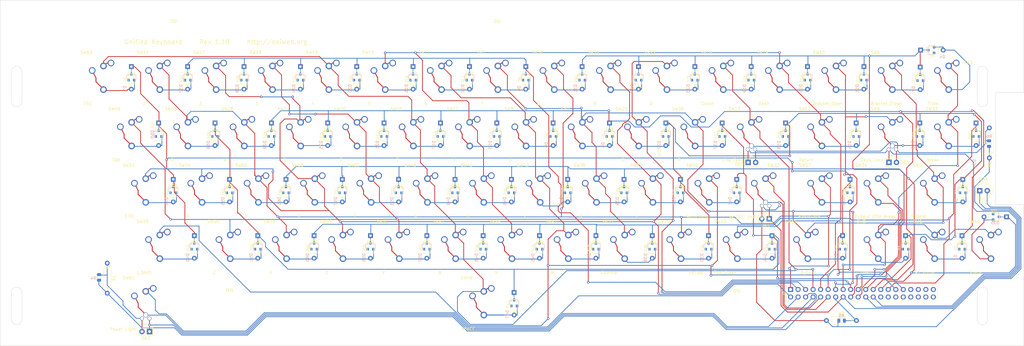
<source format=kicad_pcb>
(kicad_pcb (version 20171130) (host pcbnew "(5.1.6-0-10_14)")
  (title_block (title "Classic Retro Keyboard") (date 2020-07-30) (rev 1.10) (company OSIWeb.org))
  (layers (0 F.Cu signal) (31 B.Cu signal) (34 B.Paste user hide) (35 F.Paste user hide) (36 B.SilkS user) (37 F.SilkS user) (38 B.Mask user hide) (39 F.Mask user hide) (44 Edge.Cuts user))
  (net 0 "")
  (net 1 /Row3)
  (net 2 /Row0)
  (net 3 /Row1)
  (net 4 "Net-(D5-Pad2)")
  (net 5 "Net-(D7-Pad2)")
  (net 6 "Net-(D8-Pad2)")
  (net 7 "Net-(D9-Pad2)")
  (net 8 "Net-(D10-Pad2)")
  (net 9 "Net-(D11-Pad2)")
  (net 10 "Net-(D12-Pad2)")
  (net 11 "Net-(D13-Pad2)")
  (net 12 "Net-(D14-Pad2)")
  (net 13 "Net-(D15-Pad2)")
  (net 14 "Net-(D16-Pad2)")
  (net 15 "Net-(D18-Pad2)")
  (net 16 "Net-(D19-Pad2)")
  (net 17 "Net-(D20-Pad2)")
  (net 18 "Net-(D22-Pad2)")
  (net 19 "Net-(D23-Pad2)")
  (net 20 "Net-(D24-Pad2)")
  (net 21 "Net-(D25-Pad2)")
  (net 22 "Net-(D26-Pad2)")
  (net 23 "Net-(D27-Pad2)")
  (net 24 "Net-(D28-Pad2)")
  (net 25 "Net-(D29-Pad2)")
  (net 26 "Net-(D30-Pad2)")
  (net 27 "Net-(D31-Pad2)")
  (net 28 "Net-(D32-Pad2)")
  (net 29 "Net-(D34-Pad2)")
  (net 30 "Net-(D36-Pad2)")
  (net 31 /Row4)
  (net 32 /Row5)
  (net 33 /Row7)
  (net 34 "Net-(D41-Pad2)")
  (net 35 "Net-(D42-Pad2)")
  (net 36 "Net-(D43-Pad2)")
  (net 37 "Net-(D45-Pad2)")
  (net 38 "Net-(D46-Pad2)")
  (net 39 "Net-(D47-Pad2)")
  (net 40 "Net-(D48-Pad2)")
  (net 41 "Net-(D49-Pad2)")
  (net 42 "Net-(D50-Pad2)")
  (net 43 "Net-(D51-Pad2)")
  (net 44 "Net-(D52-Pad2)")
  (net 45 "Net-(D53-Pad2)")
  (net 46 "Net-(D54-Pad2)")
  (net 47 "Net-(D55-Pad2)")
  (net 48 "Net-(D56-Pad2)")
  (net 49 "Net-(D57-Pad2)")
  (net 50 "Net-(D58-Pad2)")
  (net 51 "Net-(D59-Pad2)")
  (net 52 "Net-(D60-Pad2)")
  (net 53 "Net-(D61-Pad2)")
  (net 54 /Col0)
  (net 55 /Col1)
  (net 56 /Col2)
  (net 57 /Col3)
  (net 58 /Col4)
  (net 59 /Col5)
  (net 60 /Col6)
  (net 61 /Col7)
  (net 62 /Row6)
  (net 63 /Row2)
  (net 64 "Net-(J1-Pad40)")
  (net 65 "Net-(J1-Pad39)")
  (net 66 "Net-(J1-Pad38)")
  (net 67 "Net-(J1-Pad37)")
  (net 68 "Net-(J1-Pad36)")
  (net 69 "Net-(J1-Pad35)")
  (net 70 "Net-(J1-Pad34)")
  (net 71 "Net-(J1-Pad33)")
  (net 72 "Net-(D2-Pad2)")
  (net 73 "Net-(D3-Pad2)")
  (net 74 "Net-(D4-Pad2)")
  (net 75 "Net-(D6-Pad2)")
  (net 76 "Net-(D17-Pad2)")
  (net 77 "Net-(D21-Pad2)")
  (net 78 "Net-(D37-Pad2)")
  (net 79 "Net-(D38-Pad2)")
  (net 80 "Net-(D39-Pad2)")
  (net 81 "Net-(D40-Pad2)")
  (net 82 "Net-(D44-Pad2)")
  (net 83 "Net-(J1-Pad6)")
  (net 84 "Net-(J1-Pad10)")
  (net 85 "Net-(J1-Pad12)")
  (net 86 "Net-(J1-Pad18)")
  (net 87 "Net-(J1-Pad20)")
  (net 88 "Net-(J1-Pad26)")
  (net 89 "Net-(J1-Pad28)")
  (net 90 "Net-(J1-Pad30)")
  (net 91 "Net-(J1-Pad32)")
  (net 92 "Net-(J1-Pad2)")
  (net 93 "Net-(J1-Pad4)")
  (net 94 "Net-(D1-Pad2)")
  (net 95 "Net-(D35-Pad2)")
  (net 96 "Net-(D33-Pad2)")
  (net 97 "Net-(D33-Pad1)")
  (net 98 "Net-(J1-Pad22)")
  (net 99 "Net-(J1-Pad14)")
  (net 100 "Net-(D62-Pad2)")
  (net 101 "Net-(D62-Pad1)")
  (net 102 "Net-(D63-Pad2)")
  (net 103 "Net-(D63-Pad1)")
  (module unikbd:diode-combined (layer B.Cu) (at 207.40878 165.88486 270)
    (fp_text reference D47 (at 3.81 2.247 270) (layer B.SilkS) (effects (justify mirror)))
    (fp_text value 1N4148)
    (fp_text user %R (at 0.635 2.159 270) (layer F.SilkS) (effects (font (size 0.8 0.8) (thickness 0.12))))
    (fp_poly (pts (xy 4.1656 -0.5334) (xy 4.0132 -0.5334) (xy 4.0132 -0.9906) (xy 1.2192 -0.9906) (xy 1.2192 -1.143) (xy 4.1656 -1.143)) (layer B.Cu) (width 0.1))
    (fp_poly (pts (xy -1.2192 0.0762) (xy -3.048 0.0762) (xy -3.048 -0.0762) (xy -1.2192 -0.0762)) (layer B.Cu) (width 0.1))
    (pad 2 thru_hole oval (at 4.064 0 270) (size 1.6 1.6) (drill 0.8) (layers *.Cu *.Mask) (net 39 "Net-(D47-Pad2)"))
    (pad 1 thru_hole rect (at -3.556 0 270) (size 1.6 1.6) (drill 0.8) (layers *.Cu *.Mask) (net 3 /Row1))
    (pad 4 smd rect (at -1 0 90) (size 0.9 0.8) (layers B.Cu B.Paste B.Mask))
    (pad "" smd rect (at 1 0.95 90) (size 0.9 0.8) (layers B.Cu B.Paste B.Mask))
    (pad 3 smd rect (at 1 -0.95 90) (size 0.9 0.8) (layers B.Cu B.Paste B.Mask))
  )
  (module unikbd:diode-combined (layer B.Cu) (at 87.24138 108.58246 270)
    (fp_text reference D50 (at 0.254 2.12 90) (layer B.SilkS) (effects (justify mirror)))
    (fp_text value 1N4148)
    (fp_text user %R (at -2.921 2.032 90) (layer F.SilkS) (effects (font (size 0.8 0.8) (thickness 0.12))))
    (fp_poly (pts (xy 4.1656 -0.5334) (xy 4.0132 -0.5334) (xy 4.0132 -0.9906) (xy 1.2192 -0.9906) (xy 1.2192 -1.143) (xy 4.1656 -1.143)) (layer B.Cu) (width 0.1))
    (fp_poly (pts (xy -1.2192 0.0762) (xy -3.048 0.0762) (xy -3.048 -0.0762) (xy -1.2192 -0.0762)) (layer B.Cu) (width 0.1))
    (pad 2 thru_hole oval (at 4.064 0 270) (size 1.6 1.6) (drill 0.8) (layers *.Cu *.Mask) (net 42 "Net-(D50-Pad2)"))
    (pad 1 thru_hole rect (at -3.556 0 270) (size 1.6 1.6) (drill 0.8) (layers *.Cu *.Mask) (net 2 /Row0))
    (pad 4 smd rect (at -1 0 90) (size 0.9 0.8) (layers B.Cu B.Paste B.Mask))
    (pad "" smd rect (at 1 0.95 90) (size 0.9 0.8) (layers B.Cu B.Paste B.Mask))
    (pad 3 smd rect (at 1 -0.95 90) (size 0.9 0.8) (layers B.Cu B.Paste B.Mask))
  )
  (module unikbd:diode-combined (layer B.Cu) (at 318.44488 146.68246 270)
    (fp_text reference D36 (at 3.81 2.247 270) (layer B.SilkS) (effects (justify mirror)))
    (fp_text value 1N4148)
    (fp_text user %R (at 0.635 2.159 270) (layer F.SilkS) (effects (font (size 0.8 0.8) (thickness 0.12))))
    (fp_poly (pts (xy 4.1656 -0.5334) (xy 4.0132 -0.5334) (xy 4.0132 -0.9906) (xy 1.2192 -0.9906) (xy 1.2192 -1.143) (xy 4.1656 -1.143)) (layer B.Cu) (width 0.1))
    (fp_poly (pts (xy -1.2192 0.0762) (xy -3.048 0.0762) (xy -3.048 -0.0762) (xy -1.2192 -0.0762)) (layer B.Cu) (width 0.1))
    (pad 2 thru_hole oval (at 4.064 0 270) (size 1.6 1.6) (drill 0.8) (layers *.Cu *.Mask) (net 30 "Net-(D36-Pad2)"))
    (pad 1 thru_hole rect (at -3.556 0 270) (size 1.6 1.6) (drill 0.8) (layers *.Cu *.Mask) (net 2 /Row0))
    (pad 4 smd rect (at -1 0 90) (size 0.9 0.8) (layers B.Cu B.Paste B.Mask))
    (pad "" smd rect (at 1 0.95 90) (size 0.9 0.8) (layers B.Cu B.Paste B.Mask))
    (pad 3 smd rect (at 1 -0.95 90) (size 0.9 0.8) (layers B.Cu B.Paste B.Mask))
  )
  (module unikbd:diode-combined (layer B.Cu) (at 273.14398 146.68246 270)
    (fp_text reference D30 (at 3.81 2.247 270) (layer B.SilkS) (effects (justify mirror)))
    (fp_text value 1N4148)
    (fp_text user %R (at 0.635 2.159 270) (layer F.SilkS) (effects (font (size 0.8 0.8) (thickness 0.12))))
    (fp_poly (pts (xy 4.1656 -0.5334) (xy 4.0132 -0.5334) (xy 4.0132 -0.9906) (xy 1.2192 -0.9906) (xy 1.2192 -1.143) (xy 4.1656 -1.143)) (layer B.Cu) (width 0.1))
    (fp_poly (pts (xy -1.2192 0.0762) (xy -3.048 0.0762) (xy -3.048 -0.0762) (xy -1.2192 -0.0762)) (layer B.Cu) (width 0.1))
    (pad 2 thru_hole oval (at 4.064 0 270) (size 1.6 1.6) (drill 0.8) (layers *.Cu *.Mask) (net 26 "Net-(D30-Pad2)"))
    (pad 1 thru_hole rect (at -3.556 0 270) (size 1.6 1.6) (drill 0.8) (layers *.Cu *.Mask) (net 32 /Row5))
    (pad 4 smd rect (at -1 0 90) (size 0.9 0.8) (layers B.Cu B.Paste B.Mask))
    (pad "" smd rect (at 1 0.95 90) (size 0.9 0.8) (layers B.Cu B.Paste B.Mask))
    (pad 3 smd rect (at 1 -0.95 90) (size 0.9 0.8) (layers B.Cu B.Paste B.Mask))
  )
  (module unikbd:diode-combined (layer B.Cu) (at 299.19168 108.58246 270)
    (fp_text reference D18 (at 3.81 2.247 270) (layer B.SilkS) (effects (justify mirror)))
    (fp_text value 1N4148)
    (fp_text user %R (at 0.635 2.159 270) (layer F.SilkS) (effects (font (size 0.8 0.8) (thickness 0.12))))
    (fp_poly (pts (xy 4.1656 -0.5334) (xy 4.0132 -0.5334) (xy 4.0132 -0.9906) (xy 1.2192 -0.9906) (xy 1.2192 -1.143) (xy 4.1656 -1.143)) (layer B.Cu) (width 0.1))
    (fp_poly (pts (xy -1.2192 0.0762) (xy -3.048 0.0762) (xy -3.048 -0.0762) (xy -1.2192 -0.0762)) (layer B.Cu) (width 0.1))
    (pad 2 thru_hole oval (at 4.064 0 270) (size 1.6 1.6) (drill 0.8) (layers *.Cu *.Mask) (net 15 "Net-(D18-Pad2)"))
    (pad 1 thru_hole rect (at -3.556 0 270) (size 1.6 1.6) (drill 0.8) (layers *.Cu *.Mask) (net 32 /Row5))
    (pad 4 smd rect (at -1 0 90) (size 0.9 0.8) (layers B.Cu B.Paste B.Mask))
    (pad "" smd rect (at 1 0.95 90) (size 0.9 0.8) (layers B.Cu B.Paste B.Mask))
    (pad 3 smd rect (at 1 -0.95 90) (size 0.9 0.8) (layers B.Cu B.Paste B.Mask))
  )
  (module unikbd:diode-combined (layer B.Cu) (at 370.3193 136.7536 180)
    (fp_text reference D35 (at 0.2794 -1.9812) (layer B.SilkS) (effects (justify mirror)))
    (fp_text value 1N4148 hide)
    (fp_text user %R (at 0.635 1.9812) (layer F.SilkS) (effects (font (size 0.8 0.8) (thickness 0.12))))
    (fp_poly (pts (xy 4.1656 -0.5334) (xy 4.0132 -0.5334) (xy 4.0132 -0.9906) (xy 1.2192 -0.9906) (xy 1.2192 -1.143) (xy 4.1656 -1.143)) (layer B.Cu) (width 0.1))
    (fp_poly (pts (xy -1.2192 0.0762) (xy -3.048 0.0762) (xy -3.048 -0.0762) (xy -1.2192 -0.0762)) (layer B.Cu) (width 0.1))
    (pad 2 thru_hole oval (at 4.064 0 180) (size 1.6 1.6) (drill 0.8) (layers *.Cu *.Mask) (net 95 "Net-(D35-Pad2)"))
    (pad 1 thru_hole rect (at -3.556 0 180) (size 1.6 1.6) (drill 0.8) (layers *.Cu *.Mask) (net 1 /Row3))
    (pad 4 smd rect (at -1 0) (size 0.9 0.8) (layers B.Cu B.Paste B.Mask))
    (pad "" smd rect (at 1 0.95) (size 0.9 0.8) (layers B.Cu B.Paste B.Mask))
    (pad 3 smd rect (at 1 -0.95) (size 0.9 0.8) (layers B.Cu B.Paste B.Mask))
  )
  (module unikbd:diode-combined (layer B.Cu) (at 77.99578 89.53246 270)
    (fp_text reference D1 (at 3.81 2.247 270) (layer B.SilkS) (effects (justify mirror)))
    (fp_text value 1N4148)
    (fp_text user %R (at 0.635 2.159 270) (layer F.SilkS) (effects (font (size 0.8 0.8) (thickness 0.12))))
    (fp_poly (pts (xy 4.1656 -0.5334) (xy 4.0132 -0.5334) (xy 4.0132 -0.9906) (xy 1.2192 -0.9906) (xy 1.2192 -1.143) (xy 4.1656 -1.143)) (layer B.Cu) (width 0.1))
    (fp_poly (pts (xy -1.2192 0.0762) (xy -3.048 0.0762) (xy -3.048 -0.0762) (xy -1.2192 -0.0762)) (layer B.Cu) (width 0.1))
    (pad 2 thru_hole oval (at 4.064 0 270) (size 1.6 1.6) (drill 0.8) (layers *.Cu *.Mask) (net 94 "Net-(D1-Pad2)"))
    (pad 1 thru_hole rect (at -3.556 0 270) (size 1.6 1.6) (drill 0.8) (layers *.Cu *.Mask) (net 2 /Row0))
    (pad 4 smd rect (at -1 0 90) (size 0.9 0.8) (layers B.Cu B.Paste B.Mask))
    (pad "" smd rect (at 1 0.95 90) (size 0.9 0.8) (layers B.Cu B.Paste B.Mask))
    (pad 3 smd rect (at 1 -0.95 90) (size 0.9 0.8) (layers B.Cu B.Paste B.Mask))
  )
  (module unikbd:diode-combined (layer B.Cu) (at 344.53322 108.58246 270)
    (fp_text reference D10 (at 3.81 2.247 270) (layer B.SilkS) (effects (justify mirror)))
    (fp_text value 1N4148)
    (fp_text user %R (at 0.635 2.159 270) (layer F.SilkS) (effects (font (size 0.8 0.8) (thickness 0.12))))
    (fp_poly (pts (xy 4.1656 -0.5334) (xy 4.0132 -0.5334) (xy 4.0132 -0.9906) (xy 1.2192 -0.9906) (xy 1.2192 -1.143) (xy 4.1656 -1.143)) (layer B.Cu) (width 0.1))
    (fp_poly (pts (xy -1.2192 0.0762) (xy -3.048 0.0762) (xy -3.048 -0.0762) (xy -1.2192 -0.0762)) (layer B.Cu) (width 0.1))
    (pad 2 thru_hole oval (at 4.064 0 270) (size 1.6 1.6) (drill 0.8) (layers *.Cu *.Mask) (net 8 "Net-(D10-Pad2)"))
    (pad 1 thru_hole rect (at -3.556 0 270) (size 1.6 1.6) (drill 0.8) (layers *.Cu *.Mask) (net 32 /Row5))
    (pad 4 smd rect (at -1 0 90) (size 0.9 0.8) (layers B.Cu B.Paste B.Mask))
    (pad "" smd rect (at 1 0.95 90) (size 0.9 0.8) (layers B.Cu B.Paste B.Mask))
    (pad 3 smd rect (at 1 -0.95 90) (size 0.9 0.8) (layers B.Cu B.Paste B.Mask))
  )
  (module unikbd:diode-combined (layer B.Cu) (at 325.64578 89.53246 270)
    (fp_text reference D11 (at 3.81 2.247 270) (layer B.SilkS) (effects (justify mirror)))
    (fp_text value 1N4148)
    (fp_text user %R (at 0.635 2.159 270) (layer F.SilkS) (effects (font (size 0.8 0.8) (thickness 0.12))))
    (fp_poly (pts (xy 4.1656 -0.5334) (xy 4.0132 -0.5334) (xy 4.0132 -0.9906) (xy 1.2192 -0.9906) (xy 1.2192 -1.143) (xy 4.1656 -1.143)) (layer B.Cu) (width 0.1))
    (fp_poly (pts (xy -1.2192 0.0762) (xy -3.048 0.0762) (xy -3.048 -0.0762) (xy -1.2192 -0.0762)) (layer B.Cu) (width 0.1))
    (pad 2 thru_hole oval (at 4.064 0 270) (size 1.6 1.6) (drill 0.8) (layers *.Cu *.Mask) (net 9 "Net-(D11-Pad2)"))
    (pad 1 thru_hole rect (at -3.556 0 270) (size 1.6 1.6) (drill 0.8) (layers *.Cu *.Mask) (net 62 /Row6))
    (pad 4 smd rect (at -1 0 90) (size 0.9 0.8) (layers B.Cu B.Paste B.Mask))
    (pad "" smd rect (at 1 0.95 90) (size 0.9 0.8) (layers B.Cu B.Paste B.Mask))
    (pad 3 smd rect (at 1 -0.95 90) (size 0.9 0.8) (layers B.Cu B.Paste B.Mask))
  )
  (module unikbd:diode-combined (layer B.Cu) (at 239.64138 108.58246 270)
    (fp_text reference D5 (at 3.81 2.247 270) (layer B.SilkS) (effects (justify mirror)))
    (fp_text value 1N4148)
    (fp_text user %R (at 0.635 2.159 270) (layer F.SilkS) (effects (font (size 0.8 0.8) (thickness 0.12))))
    (fp_poly (pts (xy 4.1656 -0.5334) (xy 4.0132 -0.5334) (xy 4.0132 -0.9906) (xy 1.2192 -0.9906) (xy 1.2192 -1.143) (xy 4.1656 -1.143)) (layer B.Cu) (width 0.1))
    (fp_poly (pts (xy -1.2192 0.0762) (xy -3.048 0.0762) (xy -3.048 -0.0762) (xy -1.2192 -0.0762)) (layer B.Cu) (width 0.1))
    (pad 2 thru_hole oval (at 4.064 0 270) (size 1.6 1.6) (drill 0.8) (layers *.Cu *.Mask) (net 4 "Net-(D5-Pad2)"))
    (pad 1 thru_hole rect (at -3.556 0 270) (size 1.6 1.6) (drill 0.8) (layers *.Cu *.Mask) (net 31 /Row4))
    (pad 4 smd rect (at -1 0 90) (size 0.9 0.8) (layers B.Cu B.Paste B.Mask))
    (pad "" smd rect (at 1 0.95 90) (size 0.9 0.8) (layers B.Cu B.Paste B.Mask))
    (pad 3 smd rect (at 1 -0.95 90) (size 0.9 0.8) (layers B.Cu B.Paste B.Mask))
  )
  (module unikbd:diode-combined (layer B.Cu) (at 363.58322 108.58246 270)
    (fp_text reference D34 (at 10.12444 0.60198 270) (layer B.SilkS) (effects (justify mirror)))
    (fp_text value 1N4148 hide)
    (fp_text user %R (at 0.635 2.159 270) (layer F.SilkS) (effects (font (size 0.8 0.8) (thickness 0.12))))
    (fp_poly (pts (xy 4.1656 -0.5334) (xy 4.0132 -0.5334) (xy 4.0132 -0.9906) (xy 1.2192 -0.9906) (xy 1.2192 -1.143) (xy 4.1656 -1.143)) (layer B.Cu) (width 0.1))
    (fp_poly (pts (xy -1.2192 0.0762) (xy -3.048 0.0762) (xy -3.048 -0.0762) (xy -1.2192 -0.0762)) (layer B.Cu) (width 0.1))
    (pad 2 thru_hole oval (at 4.064 0 270) (size 1.6 1.6) (drill 0.8) (layers *.Cu *.Mask) (net 29 "Net-(D34-Pad2)"))
    (pad 1 thru_hole rect (at -3.556 0 270) (size 1.6 1.6) (drill 0.8) (layers *.Cu *.Mask) (net 63 /Row2))
    (pad 4 smd rect (at -1 0 90) (size 0.9 0.8) (layers B.Cu B.Paste B.Mask))
    (pad "" smd rect (at 1 0.95 90) (size 0.9 0.8) (layers B.Cu B.Paste B.Mask))
    (pad 3 smd rect (at 1 -0.95 90) (size 0.9 0.8) (layers B.Cu B.Paste B.Mask))
  )
  (module unikbd:diode-combined (layer B.Cu) (at 277.74138 108.58246 270)
    (fp_text reference D37 (at 3.81 2.247 270) (layer B.SilkS) (effects (justify mirror)))
    (fp_text value 1N4148)
    (fp_text user %R (at 0.635 2.159 270) (layer F.SilkS) (effects (font (size 0.8 0.8) (thickness 0.12))))
    (fp_poly (pts (xy 4.1656 -0.5334) (xy 4.0132 -0.5334) (xy 4.0132 -0.9906) (xy 1.2192 -0.9906) (xy 1.2192 -1.143) (xy 4.1656 -1.143)) (layer B.Cu) (width 0.1))
    (fp_poly (pts (xy -1.2192 0.0762) (xy -3.048 0.0762) (xy -3.048 -0.0762) (xy -1.2192 -0.0762)) (layer B.Cu) (width 0.1))
    (pad 2 thru_hole oval (at 4.064 0 270) (size 1.6 1.6) (drill 0.8) (layers *.Cu *.Mask) (net 78 "Net-(D37-Pad2)"))
    (pad 1 thru_hole rect (at -3.556 0 270) (size 1.6 1.6) (drill 0.8) (layers *.Cu *.Mask) (net 3 /Row1))
    (pad 4 smd rect (at -1 0 90) (size 0.9 0.8) (layers B.Cu B.Paste B.Mask))
    (pad "" smd rect (at 1 0.95 90) (size 0.9 0.8) (layers B.Cu B.Paste B.Mask))
    (pad 3 smd rect (at 1 -0.95 90) (size 0.9 0.8) (layers B.Cu B.Paste B.Mask))
  )
  (module unikbd:diode-combined (layer B.Cu) (at 254.09398 146.68246 270)
    (fp_text reference D38 (at 3.81 2.247 270) (layer B.SilkS) (effects (justify mirror)))
    (fp_text value 1N4148)
    (fp_text user %R (at 0.635 2.159 270) (layer F.SilkS) (effects (font (size 0.8 0.8) (thickness 0.12))))
    (fp_poly (pts (xy 4.1656 -0.5334) (xy 4.0132 -0.5334) (xy 4.0132 -0.9906) (xy 1.2192 -0.9906) (xy 1.2192 -1.143) (xy 4.1656 -1.143)) (layer B.Cu) (width 0.1))
    (fp_poly (pts (xy -1.2192 0.0762) (xy -3.048 0.0762) (xy -3.048 -0.0762) (xy -1.2192 -0.0762)) (layer B.Cu) (width 0.1))
    (pad 2 thru_hole oval (at 4.064 0 270) (size 1.6 1.6) (drill 0.8) (layers *.Cu *.Mask) (net 79 "Net-(D38-Pad2)"))
    (pad 1 thru_hole rect (at -3.556 0 270) (size 1.6 1.6) (drill 0.8) (layers *.Cu *.Mask) (net 63 /Row2))
    (pad 4 smd rect (at -1 0 90) (size 0.9 0.8) (layers B.Cu B.Paste B.Mask))
    (pad "" smd rect (at 1 0.95 90) (size 0.9 0.8) (layers B.Cu B.Paste B.Mask))
    (pad 3 smd rect (at 1 -0.95 90) (size 0.9 0.8) (layers B.Cu B.Paste B.Mask))
  )
  (module unikbd:diode-combined (layer B.Cu) (at 244.56898 127.63246 270)
    (fp_text reference D39 (at 3.81 2.247 270) (layer B.SilkS) (effects (justify mirror)))
    (fp_text value 1N4148)
    (fp_text user %R (at 0.635 2.159 270) (layer F.SilkS) (effects (font (size 0.8 0.8) (thickness 0.12))))
    (fp_poly (pts (xy 4.1656 -0.5334) (xy 4.0132 -0.5334) (xy 4.0132 -0.9906) (xy 1.2192 -0.9906) (xy 1.2192 -1.143) (xy 4.1656 -1.143)) (layer B.Cu) (width 0.1))
    (fp_poly (pts (xy -1.2192 0.0762) (xy -3.048 0.0762) (xy -3.048 -0.0762) (xy -1.2192 -0.0762)) (layer B.Cu) (width 0.1))
    (pad 2 thru_hole oval (at 4.064 0 270) (size 1.6 1.6) (drill 0.8) (layers *.Cu *.Mask) (net 80 "Net-(D39-Pad2)"))
    (pad 1 thru_hole rect (at -3.556 0 270) (size 1.6 1.6) (drill 0.8) (layers *.Cu *.Mask) (net 1 /Row3))
    (pad 4 smd rect (at -1 0 90) (size 0.9 0.8) (layers B.Cu B.Paste B.Mask))
    (pad "" smd rect (at 1 0.95 90) (size 0.9 0.8) (layers B.Cu B.Paste B.Mask))
    (pad 3 smd rect (at 1 -0.95 90) (size 0.9 0.8) (layers B.Cu B.Paste B.Mask))
  )
  (module unikbd:diode-combined (layer B.Cu) (at 99.29368 146.68246 270)
    (fp_text reference D40 (at 3.81 2.247 270) (layer B.SilkS) (effects (justify mirror)))
    (fp_text value 1N4148)
    (fp_text user %R (at 0.635 2.159 270) (layer F.SilkS) (effects (font (size 0.8 0.8) (thickness 0.12))))
    (fp_poly (pts (xy 4.1656 -0.5334) (xy 4.0132 -0.5334) (xy 4.0132 -0.9906) (xy 1.2192 -0.9906) (xy 1.2192 -1.143) (xy 4.1656 -1.143)) (layer B.Cu) (width 0.1))
    (fp_poly (pts (xy -1.2192 0.0762) (xy -3.048 0.0762) (xy -3.048 -0.0762) (xy -1.2192 -0.0762)) (layer B.Cu) (width 0.1))
    (pad 2 thru_hole oval (at 4.064 0 270) (size 1.6 1.6) (drill 0.8) (layers *.Cu *.Mask) (net 81 "Net-(D40-Pad2)"))
    (pad 1 thru_hole rect (at -3.556 0 270) (size 1.6 1.6) (drill 0.8) (layers *.Cu *.Mask) (net 2 /Row0))
    (pad 4 smd rect (at -1 0 90) (size 0.9 0.8) (layers B.Cu B.Paste B.Mask))
    (pad "" smd rect (at 1 0.95 90) (size 0.9 0.8) (layers B.Cu B.Paste B.Mask))
    (pad 3 smd rect (at 1 -0.95 90) (size 0.9 0.8) (layers B.Cu B.Paste B.Mask))
  )
  (module unikbd:diode-combined (layer B.Cu) (at 282.66898 127.63246 270)
    (fp_text reference D41 (at 3.81 2.247 270) (layer B.SilkS) (effects (justify mirror)))
    (fp_text value 1N4148)
    (fp_text user %R (at 0.635 2.159 270) (layer F.SilkS) (effects (font (size 0.8 0.8) (thickness 0.12))))
    (fp_poly (pts (xy 4.1656 -0.5334) (xy 4.0132 -0.5334) (xy 4.0132 -0.9906) (xy 1.2192 -0.9906) (xy 1.2192 -1.143) (xy 4.1656 -1.143)) (layer B.Cu) (width 0.1))
    (fp_poly (pts (xy -1.2192 0.0762) (xy -3.048 0.0762) (xy -3.048 -0.0762) (xy -1.2192 -0.0762)) (layer B.Cu) (width 0.1))
    (pad 2 thru_hole oval (at 4.064 0 270) (size 1.6 1.6) (drill 0.8) (layers *.Cu *.Mask) (net 34 "Net-(D41-Pad2)"))
    (pad 1 thru_hole rect (at -3.556 0 270) (size 1.6 1.6) (drill 0.8) (layers *.Cu *.Mask) (net 3 /Row1))
    (pad 4 smd rect (at -1 0 90) (size 0.9 0.8) (layers B.Cu B.Paste B.Mask))
    (pad "" smd rect (at 1 0.95 90) (size 0.9 0.8) (layers B.Cu B.Paste B.Mask))
    (pad 3 smd rect (at 1 -0.95 90) (size 0.9 0.8) (layers B.Cu B.Paste B.Mask))
  )
  (module unikbd:diode-combined (layer B.Cu) (at 235.04398 146.68246 270)
    (fp_text reference D42 (at 3.81 2.247 270) (layer B.SilkS) (effects (justify mirror)))
    (fp_text value 1N4148)
    (fp_text user %R (at 0.635 2.159 270) (layer F.SilkS) (effects (font (size 0.8 0.8) (thickness 0.12))))
    (fp_poly (pts (xy 4.1656 -0.5334) (xy 4.0132 -0.5334) (xy 4.0132 -0.9906) (xy 1.2192 -0.9906) (xy 1.2192 -1.143) (xy 4.1656 -1.143)) (layer B.Cu) (width 0.1))
    (fp_poly (pts (xy -1.2192 0.0762) (xy -3.048 0.0762) (xy -3.048 -0.0762) (xy -1.2192 -0.0762)) (layer B.Cu) (width 0.1))
    (pad 2 thru_hole oval (at 4.064 0 270) (size 1.6 1.6) (drill 0.8) (layers *.Cu *.Mask) (net 35 "Net-(D42-Pad2)"))
    (pad 1 thru_hole rect (at -3.556 0 270) (size 1.6 1.6) (drill 0.8) (layers *.Cu *.Mask) (net 63 /Row2))
    (pad 4 smd rect (at -1 0 90) (size 0.9 0.8) (layers B.Cu B.Paste B.Mask))
    (pad "" smd rect (at 1 0.95 90) (size 0.9 0.8) (layers B.Cu B.Paste B.Mask))
    (pad 3 smd rect (at 1 -0.95 90) (size 0.9 0.8) (layers B.Cu B.Paste B.Mask))
  )
  (module unikbd:diode-combined (layer B.Cu) (at 225.51898 127.63246 270)
    (fp_text reference D43 (at 3.81 2.247 270) (layer B.SilkS) (effects (justify mirror)))
    (fp_text value 1N4148)
    (fp_text user %R (at 0.635 2.159 270) (layer F.SilkS) (effects (font (size 0.8 0.8) (thickness 0.12))))
    (fp_poly (pts (xy 4.1656 -0.5334) (xy 4.0132 -0.5334) (xy 4.0132 -0.9906) (xy 1.2192 -0.9906) (xy 1.2192 -1.143) (xy 4.1656 -1.143)) (layer B.Cu) (width 0.1))
    (fp_poly (pts (xy -1.2192 0.0762) (xy -3.048 0.0762) (xy -3.048 -0.0762) (xy -1.2192 -0.0762)) (layer B.Cu) (width 0.1))
    (pad 2 thru_hole oval (at 4.064 0 270) (size 1.6 1.6) (drill 0.8) (layers *.Cu *.Mask) (net 36 "Net-(D43-Pad2)"))
    (pad 1 thru_hole rect (at -3.556 0 270) (size 1.6 1.6) (drill 0.8) (layers *.Cu *.Mask) (net 1 /Row3))
    (pad 4 smd rect (at -1 0 90) (size 0.9 0.8) (layers B.Cu B.Paste B.Mask))
    (pad "" smd rect (at 1 0.95 90) (size 0.9 0.8) (layers B.Cu B.Paste B.Mask))
    (pad 3 smd rect (at 1 -0.95 90) (size 0.9 0.8) (layers B.Cu B.Paste B.Mask))
  )
  (module unikbd:diode-combined (layer B.Cu) (at 294.59428 146.68246 270)
    (fp_text reference D44 (at 3.81 2.247 270) (layer B.SilkS) (effects (justify mirror)))
    (fp_text value 1N4148)
    (fp_text user %R (at 0.635 2.159 270) (layer F.SilkS) (effects (font (size 0.8 0.8) (thickness 0.12))))
    (fp_poly (pts (xy 4.1656 -0.5334) (xy 4.0132 -0.5334) (xy 4.0132 -0.9906) (xy 1.2192 -0.9906) (xy 1.2192 -1.143) (xy 4.1656 -1.143)) (layer B.Cu) (width 0.1))
    (fp_poly (pts (xy -1.2192 0.0762) (xy -3.048 0.0762) (xy -3.048 -0.0762) (xy -1.2192 -0.0762)) (layer B.Cu) (width 0.1))
    (pad 2 thru_hole oval (at 4.064 0 270) (size 1.6 1.6) (drill 0.8) (layers *.Cu *.Mask) (net 82 "Net-(D44-Pad2)"))
    (pad 1 thru_hole rect (at -3.556 0 270) (size 1.6 1.6) (drill 0.8) (layers *.Cu *.Mask) (net 3 /Row1))
    (pad 4 smd rect (at -1 0 90) (size 0.9 0.8) (layers B.Cu B.Paste B.Mask))
    (pad "" smd rect (at 1 0.95 90) (size 0.9 0.8) (layers B.Cu B.Paste B.Mask))
    (pad 3 smd rect (at 1 -0.95 90) (size 0.9 0.8) (layers B.Cu B.Paste B.Mask))
  )
  (module unikbd:diode-combined (layer B.Cu) (at 215.99398 146.68246 270)
    (fp_text reference D45 (at 3.81 2.247 270) (layer B.SilkS) (effects (justify mirror)))
    (fp_text value 1N4148)
    (fp_text user %R (at 0.635 2.159 270) (layer F.SilkS) (effects (font (size 0.8 0.8) (thickness 0.12))))
    (fp_poly (pts (xy 4.1656 -0.5334) (xy 4.0132 -0.5334) (xy 4.0132 -0.9906) (xy 1.2192 -0.9906) (xy 1.2192 -1.143) (xy 4.1656 -1.143)) (layer B.Cu) (width 0.1))
    (fp_poly (pts (xy -1.2192 0.0762) (xy -3.048 0.0762) (xy -3.048 -0.0762) (xy -1.2192 -0.0762)) (layer B.Cu) (width 0.1))
    (pad 2 thru_hole oval (at 4.064 0 270) (size 1.6 1.6) (drill 0.8) (layers *.Cu *.Mask) (net 37 "Net-(D45-Pad2)"))
    (pad 1 thru_hole rect (at -3.556 0 270) (size 1.6 1.6) (drill 0.8) (layers *.Cu *.Mask) (net 63 /Row2))
    (pad 4 smd rect (at -1 0 90) (size 0.9 0.8) (layers B.Cu B.Paste B.Mask))
    (pad "" smd rect (at 1 0.95 90) (size 0.9 0.8) (layers B.Cu B.Paste B.Mask))
    (pad 3 smd rect (at 1 -0.95 90) (size 0.9 0.8) (layers B.Cu B.Paste B.Mask))
  )
  (module unikbd:diode-combined (layer B.Cu) (at 206.46898 127.63246 270)
    (fp_text reference D46 (at 3.81 2.247 270) (layer B.SilkS) (effects (justify mirror)))
    (fp_text value 1N4148)
    (fp_text user %R (at 0.635 2.159 270) (layer F.SilkS) (effects (font (size 0.8 0.8) (thickness 0.12))))
    (fp_poly (pts (xy 4.1656 -0.5334) (xy 4.0132 -0.5334) (xy 4.0132 -0.9906) (xy 1.2192 -0.9906) (xy 1.2192 -1.143) (xy 4.1656 -1.143)) (layer B.Cu) (width 0.1))
    (fp_poly (pts (xy -1.2192 0.0762) (xy -3.048 0.0762) (xy -3.048 -0.0762) (xy -1.2192 -0.0762)) (layer B.Cu) (width 0.1))
    (pad 2 thru_hole oval (at 4.064 0 270) (size 1.6 1.6) (drill 0.8) (layers *.Cu *.Mask) (net 38 "Net-(D46-Pad2)"))
    (pad 1 thru_hole rect (at -3.556 0 270) (size 1.6 1.6) (drill 0.8) (layers *.Cu *.Mask) (net 1 /Row3))
    (pad 4 smd rect (at -1 0 90) (size 0.9 0.8) (layers B.Cu B.Paste B.Mask))
    (pad "" smd rect (at 1 0.95 90) (size 0.9 0.8) (layers B.Cu B.Paste B.Mask))
    (pad 3 smd rect (at 1 -0.95 90) (size 0.9 0.8) (layers B.Cu B.Paste B.Mask))
  )
  (module unikbd:diode-combined (layer B.Cu) (at 196.94398 146.68246 270)
    (fp_text reference D48 (at 3.81 2.247 270) (layer B.SilkS) (effects (justify mirror)))
    (fp_text value 1N4148)
    (fp_text user %R (at 0.635 2.159 270) (layer F.SilkS) (effects (font (size 0.8 0.8) (thickness 0.12))))
    (fp_poly (pts (xy 4.1656 -0.5334) (xy 4.0132 -0.5334) (xy 4.0132 -0.9906) (xy 1.2192 -0.9906) (xy 1.2192 -1.143) (xy 4.1656 -1.143)) (layer B.Cu) (width 0.1))
    (fp_poly (pts (xy -1.2192 0.0762) (xy -3.048 0.0762) (xy -3.048 -0.0762) (xy -1.2192 -0.0762)) (layer B.Cu) (width 0.1))
    (pad 2 thru_hole oval (at 4.064 0 270) (size 1.6 1.6) (drill 0.8) (layers *.Cu *.Mask) (net 40 "Net-(D48-Pad2)"))
    (pad 1 thru_hole rect (at -3.556 0 270) (size 1.6 1.6) (drill 0.8) (layers *.Cu *.Mask) (net 63 /Row2))
    (pad 4 smd rect (at -1 0 90) (size 0.9 0.8) (layers B.Cu B.Paste B.Mask))
    (pad "" smd rect (at 1 0.95 90) (size 0.9 0.8) (layers B.Cu B.Paste B.Mask))
    (pad 3 smd rect (at 1 -0.95 90) (size 0.9 0.8) (layers B.Cu B.Paste B.Mask))
  )
  (module unikbd:diode-combined (layer B.Cu) (at 187.41898 127.63246 270)
    (fp_text reference D49 (at 3.81 2.247 270) (layer B.SilkS) (effects (justify mirror)))
    (fp_text value 1N4148)
    (fp_text user %R (at 0.635 2.159 270) (layer F.SilkS) (effects (font (size 0.8 0.8) (thickness 0.12))))
    (fp_poly (pts (xy 4.1656 -0.5334) (xy 4.0132 -0.5334) (xy 4.0132 -0.9906) (xy 1.2192 -0.9906) (xy 1.2192 -1.143) (xy 4.1656 -1.143)) (layer B.Cu) (width 0.1))
    (fp_poly (pts (xy -1.2192 0.0762) (xy -3.048 0.0762) (xy -3.048 -0.0762) (xy -1.2192 -0.0762)) (layer B.Cu) (width 0.1))
    (pad 2 thru_hole oval (at 4.064 0 270) (size 1.6 1.6) (drill 0.8) (layers *.Cu *.Mask) (net 41 "Net-(D49-Pad2)"))
    (pad 1 thru_hole rect (at -3.556 0 270) (size 1.6 1.6) (drill 0.8) (layers *.Cu *.Mask) (net 1 /Row3))
    (pad 4 smd rect (at -1 0 90) (size 0.9 0.8) (layers B.Cu B.Paste B.Mask))
    (pad "" smd rect (at 1 0.95 90) (size 0.9 0.8) (layers B.Cu B.Paste B.Mask))
    (pad 3 smd rect (at 1 -0.95 90) (size 0.9 0.8) (layers B.Cu B.Paste B.Mask))
  )
  (module unikbd:diode-combined (layer B.Cu) (at 120.74398 146.68246 270)
    (fp_text reference D51 (at 3.81 2.247 270) (layer B.SilkS) (effects (justify mirror)))
    (fp_text value 1N4148)
    (fp_text user %R (at 0.34544 2.19202 270) (layer F.SilkS) (effects (font (size 0.8 0.8) (thickness 0.12))))
    (fp_poly (pts (xy 4.1656 -0.5334) (xy 4.0132 -0.5334) (xy 4.0132 -0.9906) (xy 1.2192 -0.9906) (xy 1.2192 -1.143) (xy 4.1656 -1.143)) (layer B.Cu) (width 0.1))
    (fp_poly (pts (xy -1.2192 0.0762) (xy -3.048 0.0762) (xy -3.048 -0.0762) (xy -1.2192 -0.0762)) (layer B.Cu) (width 0.1))
    (pad 2 thru_hole oval (at 4.064 0 270) (size 1.6 1.6) (drill 0.8) (layers *.Cu *.Mask) (net 43 "Net-(D51-Pad2)"))
    (pad 1 thru_hole rect (at -3.556 0 270) (size 1.6 1.6) (drill 0.8) (layers *.Cu *.Mask) (net 3 /Row1))
    (pad 4 smd rect (at -1 0 90) (size 0.9 0.8) (layers B.Cu B.Paste B.Mask))
    (pad "" smd rect (at 1 0.95 90) (size 0.9 0.8) (layers B.Cu B.Paste B.Mask))
    (pad 3 smd rect (at 1 -0.95 90) (size 0.9 0.8) (layers B.Cu B.Paste B.Mask))
  )
  (module unikbd:diode-combined (layer B.Cu) (at 177.89398 146.68246 270)
    (fp_text reference D52 (at 3.81 2.247 270) (layer B.SilkS) (effects (justify mirror)))
    (fp_text value 1N4148)
    (fp_text user %R (at 0.635 2.159 270) (layer F.SilkS) (effects (font (size 0.8 0.8) (thickness 0.12))))
    (fp_poly (pts (xy 4.1656 -0.5334) (xy 4.0132 -0.5334) (xy 4.0132 -0.9906) (xy 1.2192 -0.9906) (xy 1.2192 -1.143) (xy 4.1656 -1.143)) (layer B.Cu) (width 0.1))
    (fp_poly (pts (xy -1.2192 0.0762) (xy -3.048 0.0762) (xy -3.048 -0.0762) (xy -1.2192 -0.0762)) (layer B.Cu) (width 0.1))
    (pad 2 thru_hole oval (at 4.064 0 270) (size 1.6 1.6) (drill 0.8) (layers *.Cu *.Mask) (net 44 "Net-(D52-Pad2)"))
    (pad 1 thru_hole rect (at -3.556 0 270) (size 1.6 1.6) (drill 0.8) (layers *.Cu *.Mask) (net 63 /Row2))
    (pad 4 smd rect (at -1 0 90) (size 0.9 0.8) (layers B.Cu B.Paste B.Mask))
    (pad "" smd rect (at 1 0.95 90) (size 0.9 0.8) (layers B.Cu B.Paste B.Mask))
    (pad 3 smd rect (at 1 -0.95 90) (size 0.9 0.8) (layers B.Cu B.Paste B.Mask))
  )
  (module unikbd:diode-combined (layer B.Cu) (at 168.36898 127.63246 270)
    (fp_text reference D53 (at 3.81 2.247 270) (layer B.SilkS) (effects (justify mirror)))
    (fp_text value 1N4148)
    (fp_text user %R (at 0.635 2.159 270) (layer F.SilkS) (effects (font (size 0.8 0.8) (thickness 0.12))))
    (fp_poly (pts (xy 4.1656 -0.5334) (xy 4.0132 -0.5334) (xy 4.0132 -0.9906) (xy 1.2192 -0.9906) (xy 1.2192 -1.143) (xy 4.1656 -1.143)) (layer B.Cu) (width 0.1))
    (fp_poly (pts (xy -1.2192 0.0762) (xy -3.048 0.0762) (xy -3.048 -0.0762) (xy -1.2192 -0.0762)) (layer B.Cu) (width 0.1))
    (pad 2 thru_hole oval (at 4.064 0 270) (size 1.6 1.6) (drill 0.8) (layers *.Cu *.Mask) (net 45 "Net-(D53-Pad2)"))
    (pad 1 thru_hole rect (at -3.556 0 270) (size 1.6 1.6) (drill 0.8) (layers *.Cu *.Mask) (net 1 /Row3))
    (pad 4 smd rect (at -1 0 90) (size 0.9 0.8) (layers B.Cu B.Paste B.Mask))
    (pad "" smd rect (at 1 0.95 90) (size 0.9 0.8) (layers B.Cu B.Paste B.Mask))
    (pad 3 smd rect (at 1 -0.95 90) (size 0.9 0.8) (layers B.Cu B.Paste B.Mask))
  )
  (module unikbd:diode-combined (layer B.Cu) (at 92.16898 127.63246 270)
    (fp_text reference D54 (at 3.81 2.247 270) (layer B.SilkS) (effects (justify mirror)))
    (fp_text value 1N4148)
    (fp_text user %R (at 0.635 2.159 270) (layer F.SilkS) (effects (font (size 0.8 0.8) (thickness 0.12))))
    (fp_poly (pts (xy 4.1656 -0.5334) (xy 4.0132 -0.5334) (xy 4.0132 -0.9906) (xy 1.2192 -0.9906) (xy 1.2192 -1.143) (xy 4.1656 -1.143)) (layer B.Cu) (width 0.1))
    (fp_poly (pts (xy -1.2192 0.0762) (xy -3.048 0.0762) (xy -3.048 -0.0762) (xy -1.2192 -0.0762)) (layer B.Cu) (width 0.1))
    (pad 2 thru_hole oval (at 4.064 0 270) (size 1.6 1.6) (drill 0.8) (layers *.Cu *.Mask) (net 46 "Net-(D54-Pad2)"))
    (pad 1 thru_hole rect (at -3.556 0 270) (size 1.6 1.6) (drill 0.8) (layers *.Cu *.Mask) (net 2 /Row0))
    (pad 4 smd rect (at -1 0 90) (size 0.9 0.8) (layers B.Cu B.Paste B.Mask))
    (pad "" smd rect (at 1 0.95 90) (size 0.9 0.8) (layers B.Cu B.Paste B.Mask))
    (pad 3 smd rect (at 1 -0.95 90) (size 0.9 0.8) (layers B.Cu B.Paste B.Mask))
  )
  (module unikbd:diode-combined (layer B.Cu) (at 111.21898 127.63246 270)
    (fp_text reference D55 (at 3.81 2.247 270) (layer B.SilkS) (effects (justify mirror)))
    (fp_text value 1N4148)
    (fp_text user %R (at 0.635 2.159 270) (layer F.SilkS) (effects (font (size 0.8 0.8) (thickness 0.12))))
    (fp_poly (pts (xy 4.1656 -0.5334) (xy 4.0132 -0.5334) (xy 4.0132 -0.9906) (xy 1.2192 -0.9906) (xy 1.2192 -1.143) (xy 4.1656 -1.143)) (layer B.Cu) (width 0.1))
    (fp_poly (pts (xy -1.2192 0.0762) (xy -3.048 0.0762) (xy -3.048 -0.0762) (xy -1.2192 -0.0762)) (layer B.Cu) (width 0.1))
    (pad 2 thru_hole oval (at 4.064 0 270) (size 1.6 1.6) (drill 0.8) (layers *.Cu *.Mask) (net 47 "Net-(D55-Pad2)"))
    (pad 1 thru_hole rect (at -3.556 0 270) (size 1.6 1.6) (drill 0.8) (layers *.Cu *.Mask) (net 3 /Row1))
    (pad 4 smd rect (at -1 0 90) (size 0.9 0.8) (layers B.Cu B.Paste B.Mask))
    (pad "" smd rect (at 1 0.95 90) (size 0.9 0.8) (layers B.Cu B.Paste B.Mask))
    (pad 3 smd rect (at 1 -0.95 90) (size 0.9 0.8) (layers B.Cu B.Paste B.Mask))
  )
  (module unikbd:diode-combined (layer B.Cu) (at 158.84398 146.68246 270)
    (fp_text reference D56 (at 3.81 2.247 270) (layer B.SilkS) (effects (justify mirror)))
    (fp_text value 1N4148)
    (fp_text user %R (at 0.635 2.159 270) (layer F.SilkS) (effects (font (size 0.8 0.8) (thickness 0.12))))
    (fp_poly (pts (xy 4.1656 -0.5334) (xy 4.0132 -0.5334) (xy 4.0132 -0.9906) (xy 1.2192 -0.9906) (xy 1.2192 -1.143) (xy 4.1656 -1.143)) (layer B.Cu) (width 0.1))
    (fp_poly (pts (xy -1.2192 0.0762) (xy -3.048 0.0762) (xy -3.048 -0.0762) (xy -1.2192 -0.0762)) (layer B.Cu) (width 0.1))
    (pad 2 thru_hole oval (at 4.064 0 270) (size 1.6 1.6) (drill 0.8) (layers *.Cu *.Mask) (net 48 "Net-(D56-Pad2)"))
    (pad 1 thru_hole rect (at -3.556 0 270) (size 1.6 1.6) (drill 0.8) (layers *.Cu *.Mask) (net 63 /Row2))
    (pad 4 smd rect (at -1 0 90) (size 0.9 0.8) (layers B.Cu B.Paste B.Mask))
    (pad "" smd rect (at 1 0.95 90) (size 0.9 0.8) (layers B.Cu B.Paste B.Mask))
    (pad 3 smd rect (at 1 -0.95 90) (size 0.9 0.8) (layers B.Cu B.Paste B.Mask))
  )
  (module unikbd:diode-combined (layer B.Cu) (at 149.31898 127.63246 270)
    (fp_text reference D57 (at 3.81 2.247 270) (layer B.SilkS) (effects (justify mirror)))
    (fp_text value 1N4148)
    (fp_text user %R (at 0.635 2.159 270) (layer F.SilkS) (effects (font (size 0.8 0.8) (thickness 0.12))))
    (fp_poly (pts (xy 4.1656 -0.5334) (xy 4.0132 -0.5334) (xy 4.0132 -0.9906) (xy 1.2192 -0.9906) (xy 1.2192 -1.143) (xy 4.1656 -1.143)) (layer B.Cu) (width 0.1))
    (fp_poly (pts (xy -1.2192 0.0762) (xy -3.048 0.0762) (xy -3.048 -0.0762) (xy -1.2192 -0.0762)) (layer B.Cu) (width 0.1))
    (pad 2 thru_hole oval (at 4.064 0 270) (size 1.6 1.6) (drill 0.8) (layers *.Cu *.Mask) (net 49 "Net-(D57-Pad2)"))
    (pad 1 thru_hole rect (at -3.556 0 270) (size 1.6 1.6) (drill 0.8) (layers *.Cu *.Mask) (net 1 /Row3))
    (pad 4 smd rect (at -1 0 90) (size 0.9 0.8) (layers B.Cu B.Paste B.Mask))
    (pad "" smd rect (at 1 0.95 90) (size 0.9 0.8) (layers B.Cu B.Paste B.Mask))
    (pad 3 smd rect (at 1 -0.95 90) (size 0.9 0.8) (layers B.Cu B.Paste B.Mask))
  )
  (module unikbd:diode-combined (layer B.Cu) (at 320.9798 127.63246 270)
    (fp_text reference D58 (at 3.81 2.247 270) (layer B.SilkS) (effects (justify mirror)))
    (fp_text value 1N4148)
    (fp_text user %R (at 0.635 2.159 270) (layer F.SilkS) (effects (font (size 0.8 0.8) (thickness 0.12))))
    (fp_poly (pts (xy 4.1656 -0.5334) (xy 4.0132 -0.5334) (xy 4.0132 -0.9906) (xy 1.2192 -0.9906) (xy 1.2192 -1.143) (xy 4.1656 -1.143)) (layer B.Cu) (width 0.1))
    (fp_poly (pts (xy -1.2192 0.0762) (xy -3.048 0.0762) (xy -3.048 -0.0762) (xy -1.2192 -0.0762)) (layer B.Cu) (width 0.1))
    (pad 2 thru_hole oval (at 4.064 0 270) (size 1.6 1.6) (drill 0.8) (layers *.Cu *.Mask) (net 50 "Net-(D58-Pad2)"))
    (pad 1 thru_hole rect (at -3.556 0 270) (size 1.6 1.6) (drill 0.8) (layers *.Cu *.Mask) (net 2 /Row0))
    (pad 4 smd rect (at -1 0 90) (size 0.9 0.8) (layers B.Cu B.Paste B.Mask))
    (pad "" smd rect (at 1 0.95 90) (size 0.9 0.8) (layers B.Cu B.Paste B.Mask))
    (pad 3 smd rect (at 1 -0.95 90) (size 0.9 0.8) (layers B.Cu B.Paste B.Mask))
  )
  (module unikbd:diode-combined (layer B.Cu) (at 106.29138 108.58246 270)
    (fp_text reference D59 (at 3.81 2.247 270) (layer B.SilkS) (effects (justify mirror)))
    (fp_text value 1N4148)
    (fp_text user %R (at 0.635 2.159 270) (layer F.SilkS) (effects (font (size 0.8 0.8) (thickness 0.12))))
    (fp_poly (pts (xy 4.1656 -0.5334) (xy 4.0132 -0.5334) (xy 4.0132 -0.9906) (xy 1.2192 -0.9906) (xy 1.2192 -1.143) (xy 4.1656 -1.143)) (layer B.Cu) (width 0.1))
    (fp_poly (pts (xy -1.2192 0.0762) (xy -3.048 0.0762) (xy -3.048 -0.0762) (xy -1.2192 -0.0762)) (layer B.Cu) (width 0.1))
    (pad 2 thru_hole oval (at 4.064 0 270) (size 1.6 1.6) (drill 0.8) (layers *.Cu *.Mask) (net 51 "Net-(D59-Pad2)"))
    (pad 1 thru_hole rect (at -3.556 0 270) (size 1.6 1.6) (drill 0.8) (layers *.Cu *.Mask) (net 3 /Row1))
    (pad 4 smd rect (at -1 0 90) (size 0.9 0.8) (layers B.Cu B.Paste B.Mask))
    (pad "" smd rect (at 1 0.95 90) (size 0.9 0.8) (layers B.Cu B.Paste B.Mask))
    (pad 3 smd rect (at 1 -0.95 90) (size 0.9 0.8) (layers B.Cu B.Paste B.Mask))
  )
  (module unikbd:diode-combined (layer B.Cu) (at 139.79398 146.68246 270)
    (fp_text reference D60 (at 3.81 2.247 270) (layer B.SilkS) (effects (justify mirror)))
    (fp_text value 1N4148)
    (fp_text user %R (at 0.635 2.159 270) (layer F.SilkS) (effects (font (size 0.8 0.8) (thickness 0.12))))
    (fp_poly (pts (xy 4.1656 -0.5334) (xy 4.0132 -0.5334) (xy 4.0132 -0.9906) (xy 1.2192 -0.9906) (xy 1.2192 -1.143) (xy 4.1656 -1.143)) (layer B.Cu) (width 0.1))
    (fp_poly (pts (xy -1.2192 0.0762) (xy -3.048 0.0762) (xy -3.048 -0.0762) (xy -1.2192 -0.0762)) (layer B.Cu) (width 0.1))
    (pad 2 thru_hole oval (at 4.064 0 270) (size 1.6 1.6) (drill 0.8) (layers *.Cu *.Mask) (net 52 "Net-(D60-Pad2)"))
    (pad 1 thru_hole rect (at -3.556 0 270) (size 1.6 1.6) (drill 0.8) (layers *.Cu *.Mask) (net 63 /Row2))
    (pad 4 smd rect (at -1 0 90) (size 0.9 0.8) (layers B.Cu B.Paste B.Mask))
    (pad "" smd rect (at 1 0.95 90) (size 0.9 0.8) (layers B.Cu B.Paste B.Mask))
    (pad 3 smd rect (at 1 -0.95 90) (size 0.9 0.8) (layers B.Cu B.Paste B.Mask))
  )
  (module unikbd:diode-combined (layer B.Cu) (at 130.26898 127.63246 270)
    (fp_text reference D61 (at 3.81 2.247 270) (layer B.SilkS) (effects (justify mirror)))
    (fp_text value 1N4148)
    (fp_text user %R (at 0.635 2.159 270) (layer F.SilkS) (effects (font (size 0.8 0.8) (thickness 0.12))))
    (fp_poly (pts (xy 4.1656 -0.5334) (xy 4.0132 -0.5334) (xy 4.0132 -0.9906) (xy 1.2192 -0.9906) (xy 1.2192 -1.143) (xy 4.1656 -1.143)) (layer B.Cu) (width 0.1))
    (fp_poly (pts (xy -1.2192 0.0762) (xy -3.048 0.0762) (xy -3.048 -0.0762) (xy -1.2192 -0.0762)) (layer B.Cu) (width 0.1))
    (pad 2 thru_hole oval (at 4.064 0 270) (size 1.6 1.6) (drill 0.8) (layers *.Cu *.Mask) (net 53 "Net-(D61-Pad2)"))
    (pad 1 thru_hole rect (at -3.556 0 270) (size 1.6 1.6) (drill 0.8) (layers *.Cu *.Mask) (net 1 /Row3))
    (pad 4 smd rect (at -1 0 90) (size 0.9 0.8) (layers B.Cu B.Paste B.Mask))
    (pad "" smd rect (at 1 0.95 90) (size 0.9 0.8) (layers B.Cu B.Paste B.Mask))
    (pad 3 smd rect (at 1 -0.95 90) (size 0.9 0.8) (layers B.Cu B.Paste B.Mask))
  )
  (module unikbd:diode-combined (layer B.Cu) (at 358.806513 146.68246 270)
    (fp_text reference D2 (at 3.81 2.247 270) (layer B.SilkS) (effects (justify mirror)))
    (fp_text value 1N4148)
    (fp_text user %R (at 0.635 2.159 270) (layer F.SilkS) (effects (font (size 0.8 0.8) (thickness 0.12))))
    (fp_poly (pts (xy 4.1656 -0.5334) (xy 4.0132 -0.5334) (xy 4.0132 -0.9906) (xy 1.2192 -0.9906) (xy 1.2192 -1.143) (xy 4.1656 -1.143)) (layer B.Cu) (width 0.1))
    (fp_poly (pts (xy -1.2192 0.0762) (xy -3.048 0.0762) (xy -3.048 -0.0762) (xy -1.2192 -0.0762)) (layer B.Cu) (width 0.1))
    (pad 2 thru_hole oval (at 4.064 0 270) (size 1.6 1.6) (drill 0.8) (layers *.Cu *.Mask) (net 72 "Net-(D2-Pad2)"))
    (pad 1 thru_hole rect (at -3.556 0 270) (size 1.6 1.6) (drill 0.8) (layers *.Cu *.Mask) (net 31 /Row4))
    (pad 4 smd rect (at -1 0 90) (size 0.9 0.8) (layers B.Cu B.Paste B.Mask))
    (pad "" smd rect (at 1 0.95 90) (size 0.9 0.8) (layers B.Cu B.Paste B.Mask))
    (pad 3 smd rect (at 1 -0.95 90) (size 0.9 0.8) (layers B.Cu B.Paste B.Mask))
  )
  (module unikbd:diode-combined (layer B.Cu) (at 339.756513 146.68246 270)
    (fp_text reference D3 (at 3.81 2.247 270) (layer B.SilkS) (effects (justify mirror)))
    (fp_text value 1N4148)
    (fp_text user %R (at 0.635 2.159 270) (layer F.SilkS) (effects (font (size 0.8 0.8) (thickness 0.12))))
    (fp_poly (pts (xy 4.1656 -0.5334) (xy 4.0132 -0.5334) (xy 4.0132 -0.9906) (xy 1.2192 -0.9906) (xy 1.2192 -1.143) (xy 4.1656 -1.143)) (layer B.Cu) (width 0.1))
    (fp_poly (pts (xy -1.2192 0.0762) (xy -3.048 0.0762) (xy -3.048 -0.0762) (xy -1.2192 -0.0762)) (layer B.Cu) (width 0.1))
    (pad 2 thru_hole oval (at 4.064 0 270) (size 1.6 1.6) (drill 0.8) (layers *.Cu *.Mask) (net 73 "Net-(D3-Pad2)"))
    (pad 1 thru_hole rect (at -3.556 0 270) (size 1.6 1.6) (drill 0.8) (layers *.Cu *.Mask) (net 32 /Row5))
    (pad 4 smd rect (at -1 0 90) (size 0.9 0.8) (layers B.Cu B.Paste B.Mask))
    (pad "" smd rect (at 1 0.95 90) (size 0.9 0.8) (layers B.Cu B.Paste B.Mask))
    (pad 3 smd rect (at 1 -0.95 90) (size 0.9 0.8) (layers B.Cu B.Paste B.Mask))
  )
  (module unikbd:diode-combined (layer B.Cu) (at 348.3864 80.391)
    (fp_text reference D4 (at 3.81 2.247) (layer B.SilkS) (effects (justify mirror)))
    (fp_text value 1N4148 hide)
    (fp_text user %R (at 0.635 2.159) (layer F.SilkS) (effects (font (size 0.8 0.8) (thickness 0.12))))
    (fp_poly (pts (xy 4.1656 -0.5334) (xy 4.0132 -0.5334) (xy 4.0132 -0.9906) (xy 1.2192 -0.9906) (xy 1.2192 -1.143) (xy 4.1656 -1.143)) (layer B.Cu) (width 0.1))
    (fp_poly (pts (xy -1.2192 0.0762) (xy -3.048 0.0762) (xy -3.048 -0.0762) (xy -1.2192 -0.0762)) (layer B.Cu) (width 0.1))
    (pad 2 thru_hole oval (at 4.064 0) (size 1.6 1.6) (drill 0.8) (layers *.Cu *.Mask) (net 74 "Net-(D4-Pad2)"))
    (pad 1 thru_hole rect (at -3.556 0) (size 1.6 1.6) (drill 0.8) (layers *.Cu *.Mask) (net 62 /Row6))
    (pad 4 smd rect (at -1 0 180) (size 0.9 0.8) (layers B.Cu B.Paste B.Mask))
    (pad "" smd rect (at 1 0.95 180) (size 0.9 0.8) (layers B.Cu B.Paste B.Mask))
    (pad 3 smd rect (at 1 -0.95 180) (size 0.9 0.8) (layers B.Cu B.Paste B.Mask))
  )
  (module unikbd:diode-combined (layer B.Cu) (at 359.0798 127.63246 270)
    (fp_text reference D6 (at 3.81 2.247 270) (layer B.SilkS) (effects (justify mirror)))
    (fp_text value 1N4148 hide)
    (fp_text user %R (at 0.635 2.159 270) (layer F.SilkS) (effects (font (size 0.8 0.8) (thickness 0.12))))
    (fp_poly (pts (xy 4.1656 -0.5334) (xy 4.0132 -0.5334) (xy 4.0132 -0.9906) (xy 1.2192 -0.9906) (xy 1.2192 -1.143) (xy 4.1656 -1.143)) (layer B.Cu) (width 0.1))
    (fp_poly (pts (xy -1.2192 0.0762) (xy -3.048 0.0762) (xy -3.048 -0.0762) (xy -1.2192 -0.0762)) (layer B.Cu) (width 0.1))
    (pad 2 thru_hole oval (at 4.064 0 270) (size 1.6 1.6) (drill 0.8) (layers *.Cu *.Mask) (net 75 "Net-(D6-Pad2)"))
    (pad 1 thru_hole rect (at -3.556 0 270) (size 1.6 1.6) (drill 0.8) (layers *.Cu *.Mask) (net 32 /Row5))
    (pad 4 smd rect (at -1 0 90) (size 0.9 0.8) (layers B.Cu B.Paste B.Mask))
    (pad "" smd rect (at 1 0.95 90) (size 0.9 0.8) (layers B.Cu B.Paste B.Mask))
    (pad 3 smd rect (at 1 -0.95 90) (size 0.9 0.8) (layers B.Cu B.Paste B.Mask))
  )
  (module unikbd:diode-combined (layer B.Cu) (at 344.69578 89.7001 270)
    (fp_text reference D7 (at 3.81 2.247 270) (layer B.SilkS) (effects (justify mirror)))
    (fp_text value 1N4148)
    (fp_text user %R (at 0.635 2.159 270) (layer F.SilkS) (effects (font (size 0.8 0.8) (thickness 0.12))))
    (fp_poly (pts (xy 4.1656 -0.5334) (xy 4.0132 -0.5334) (xy 4.0132 -0.9906) (xy 1.2192 -0.9906) (xy 1.2192 -1.143) (xy 4.1656 -1.143)) (layer B.Cu) (width 0.1))
    (fp_poly (pts (xy -1.2192 0.0762) (xy -3.048 0.0762) (xy -3.048 -0.0762) (xy -1.2192 -0.0762)) (layer B.Cu) (width 0.1))
    (pad 2 thru_hole oval (at 4.064 0 270) (size 1.6 1.6) (drill 0.8) (layers *.Cu *.Mask) (net 5 "Net-(D7-Pad2)"))
    (pad 1 thru_hole rect (at -3.556 0 270) (size 1.6 1.6) (drill 0.8) (layers *.Cu *.Mask) (net 62 /Row6))
    (pad 4 smd rect (at -1 0 90) (size 0.9 0.8) (layers B.Cu B.Paste B.Mask))
    (pad "" smd rect (at 1 0.95 90) (size 0.9 0.8) (layers B.Cu B.Paste B.Mask))
    (pad 3 smd rect (at 1 -0.95 90) (size 0.9 0.8) (layers B.Cu B.Paste B.Mask))
  )
  (module unikbd:diode-combined (layer B.Cu) (at 211.34578 89.53246 270)
    (fp_text reference D8 (at 3.81 2.247 270) (layer B.SilkS) (effects (justify mirror)))
    (fp_text value 1N4148)
    (fp_text user %R (at 0.635 2.159 270) (layer F.SilkS) (effects (font (size 0.8 0.8) (thickness 0.12))))
    (fp_poly (pts (xy 4.1656 -0.5334) (xy 4.0132 -0.5334) (xy 4.0132 -0.9906) (xy 1.2192 -0.9906) (xy 1.2192 -1.143) (xy 4.1656 -1.143)) (layer B.Cu) (width 0.1))
    (fp_poly (pts (xy -1.2192 0.0762) (xy -3.048 0.0762) (xy -3.048 -0.0762) (xy -1.2192 -0.0762)) (layer B.Cu) (width 0.1))
    (pad 2 thru_hole oval (at 4.064 0 270) (size 1.6 1.6) (drill 0.8) (layers *.Cu *.Mask) (net 6 "Net-(D8-Pad2)"))
    (pad 1 thru_hole rect (at -3.556 0 270) (size 1.6 1.6) (drill 0.8) (layers *.Cu *.Mask) (net 33 /Row7))
    (pad 4 smd rect (at -1 0 90) (size 0.9 0.8) (layers B.Cu B.Paste B.Mask))
    (pad "" smd rect (at 1 0.95 90) (size 0.9 0.8) (layers B.Cu B.Paste B.Mask))
    (pad 3 smd rect (at 1 -0.95 90) (size 0.9 0.8) (layers B.Cu B.Paste B.Mask))
  )
  (module unikbd:diode-combined (layer B.Cu) (at 220.59138 108.58246 270)
    (fp_text reference D9 (at 3.81 2.247 270) (layer B.SilkS) (effects (justify mirror)))
    (fp_text value 1N4148)
    (fp_text user %R (at 0.635 2.159 270) (layer F.SilkS) (effects (font (size 0.8 0.8) (thickness 0.12))))
    (fp_poly (pts (xy 4.1656 -0.5334) (xy 4.0132 -0.5334) (xy 4.0132 -0.9906) (xy 1.2192 -0.9906) (xy 1.2192 -1.143) (xy 4.1656 -1.143)) (layer B.Cu) (width 0.1))
    (fp_poly (pts (xy -1.2192 0.0762) (xy -3.048 0.0762) (xy -3.048 -0.0762) (xy -1.2192 -0.0762)) (layer B.Cu) (width 0.1))
    (pad 2 thru_hole oval (at 4.064 0 270) (size 1.6 1.6) (drill 0.8) (layers *.Cu *.Mask) (net 7 "Net-(D9-Pad2)"))
    (pad 1 thru_hole rect (at -3.556 0 270) (size 1.6 1.6) (drill 0.8) (layers *.Cu *.Mask) (net 31 /Row4))
    (pad 4 smd rect (at -1 0 90) (size 0.9 0.8) (layers B.Cu B.Paste B.Mask))
    (pad "" smd rect (at 1 0.95 90) (size 0.9 0.8) (layers B.Cu B.Paste B.Mask))
    (pad 3 smd rect (at 1 -0.95 90) (size 0.9 0.8) (layers B.Cu B.Paste B.Mask))
  )
  (module unikbd:diode-combined (layer B.Cu) (at 192.29578 89.53246 270)
    (fp_text reference D12 (at 3.81 2.247 270) (layer B.SilkS) (effects (justify mirror)))
    (fp_text value 1N4148)
    (fp_text user %R (at 0.635 2.159 270) (layer F.SilkS) (effects (font (size 0.8 0.8) (thickness 0.12))))
    (fp_poly (pts (xy 4.1656 -0.5334) (xy 4.0132 -0.5334) (xy 4.0132 -0.9906) (xy 1.2192 -0.9906) (xy 1.2192 -1.143) (xy 4.1656 -1.143)) (layer B.Cu) (width 0.1))
    (fp_poly (pts (xy -1.2192 0.0762) (xy -3.048 0.0762) (xy -3.048 -0.0762) (xy -1.2192 -0.0762)) (layer B.Cu) (width 0.1))
    (pad 2 thru_hole oval (at 4.064 0 270) (size 1.6 1.6) (drill 0.8) (layers *.Cu *.Mask) (net 10 "Net-(D12-Pad2)"))
    (pad 1 thru_hole rect (at -3.556 0 270) (size 1.6 1.6) (drill 0.8) (layers *.Cu *.Mask) (net 33 /Row7))
    (pad 4 smd rect (at -1 0 90) (size 0.9 0.8) (layers B.Cu B.Paste B.Mask))
    (pad "" smd rect (at 1 0.95 90) (size 0.9 0.8) (layers B.Cu B.Paste B.Mask))
    (pad 3 smd rect (at 1 -0.95 90) (size 0.9 0.8) (layers B.Cu B.Paste B.Mask))
  )
  (module unikbd:diode-combined (layer B.Cu) (at 201.54138 108.58246 270)
    (fp_text reference D13 (at 3.81 2.247 270) (layer B.SilkS) (effects (justify mirror)))
    (fp_text value 1N4148)
    (fp_text user %R (at 0.635 2.159 270) (layer F.SilkS) (effects (font (size 0.8 0.8) (thickness 0.12))))
    (fp_poly (pts (xy 4.1656 -0.5334) (xy 4.0132 -0.5334) (xy 4.0132 -0.9906) (xy 1.2192 -0.9906) (xy 1.2192 -1.143) (xy 4.1656 -1.143)) (layer B.Cu) (width 0.1))
    (fp_poly (pts (xy -1.2192 0.0762) (xy -3.048 0.0762) (xy -3.048 -0.0762) (xy -1.2192 -0.0762)) (layer B.Cu) (width 0.1))
    (pad 2 thru_hole oval (at 4.064 0 270) (size 1.6 1.6) (drill 0.8) (layers *.Cu *.Mask) (net 11 "Net-(D13-Pad2)"))
    (pad 1 thru_hole rect (at -3.556 0 270) (size 1.6 1.6) (drill 0.8) (layers *.Cu *.Mask) (net 31 /Row4))
    (pad 4 smd rect (at -1 0 90) (size 0.9 0.8) (layers B.Cu B.Paste B.Mask))
    (pad "" smd rect (at 1 0.95 90) (size 0.9 0.8) (layers B.Cu B.Paste B.Mask))
    (pad 3 smd rect (at 1 -0.95 90) (size 0.9 0.8) (layers B.Cu B.Paste B.Mask))
  )
  (module unikbd:diode-combined (layer B.Cu) (at 323.04228 108.58246 270)
    (fp_text reference D14 (at 3.81 2.247 270) (layer B.SilkS) (effects (justify mirror)))
    (fp_text value 1N4148)
    (fp_text user %R (at 0.635 2.159 270) (layer F.SilkS) (effects (font (size 0.8 0.8) (thickness 0.12))))
    (fp_poly (pts (xy 4.1656 -0.5334) (xy 4.0132 -0.5334) (xy 4.0132 -0.9906) (xy 1.2192 -0.9906) (xy 1.2192 -1.143) (xy 4.1656 -1.143)) (layer B.Cu) (width 0.1))
    (fp_poly (pts (xy -1.2192 0.0762) (xy -3.048 0.0762) (xy -3.048 -0.0762) (xy -1.2192 -0.0762)) (layer B.Cu) (width 0.1))
    (pad 2 thru_hole oval (at 4.064 0 270) (size 1.6 1.6) (drill 0.8) (layers *.Cu *.Mask) (net 12 "Net-(D14-Pad2)"))
    (pad 1 thru_hole rect (at -3.556 0 270) (size 1.6 1.6) (drill 0.8) (layers *.Cu *.Mask) (net 32 /Row5))
    (pad 4 smd rect (at -1 0 90) (size 0.9 0.8) (layers B.Cu B.Paste B.Mask))
    (pad "" smd rect (at 1 0.95 90) (size 0.9 0.8) (layers B.Cu B.Paste B.Mask))
    (pad 3 smd rect (at 1 -0.95 90) (size 0.9 0.8) (layers B.Cu B.Paste B.Mask))
  )
  (module unikbd:diode-combined (layer B.Cu) (at 306.59578 89.53246 270)
    (fp_text reference D15 (at 3.81 2.247 270) (layer B.SilkS) (effects (justify mirror)))
    (fp_text value 1N4148)
    (fp_text user %R (at 0.635 2.159 270) (layer F.SilkS) (effects (font (size 0.8 0.8) (thickness 0.12))))
    (fp_poly (pts (xy 4.1656 -0.5334) (xy 4.0132 -0.5334) (xy 4.0132 -0.9906) (xy 1.2192 -0.9906) (xy 1.2192 -1.143) (xy 4.1656 -1.143)) (layer B.Cu) (width 0.1))
    (fp_poly (pts (xy -1.2192 0.0762) (xy -3.048 0.0762) (xy -3.048 -0.0762) (xy -1.2192 -0.0762)) (layer B.Cu) (width 0.1))
    (pad 2 thru_hole oval (at 4.064 0 270) (size 1.6 1.6) (drill 0.8) (layers *.Cu *.Mask) (net 13 "Net-(D15-Pad2)"))
    (pad 1 thru_hole rect (at -3.556 0 270) (size 1.6 1.6) (drill 0.8) (layers *.Cu *.Mask) (net 62 /Row6))
    (pad 4 smd rect (at -1 0 90) (size 0.9 0.8) (layers B.Cu B.Paste B.Mask))
    (pad "" smd rect (at 1 0.95 90) (size 0.9 0.8) (layers B.Cu B.Paste B.Mask))
    (pad 3 smd rect (at 1 -0.95 90) (size 0.9 0.8) (layers B.Cu B.Paste B.Mask))
  )
  (module unikbd:diode-combined (layer B.Cu) (at 173.24578 89.53246 270)
    (fp_text reference D16 (at 3.81 2.247 270) (layer B.SilkS) (effects (justify mirror)))
    (fp_text value 1N4148)
    (fp_text user %R (at 0.635 2.159 270) (layer F.SilkS) (effects (font (size 0.8 0.8) (thickness 0.12))))
    (fp_poly (pts (xy 4.1656 -0.5334) (xy 4.0132 -0.5334) (xy 4.0132 -0.9906) (xy 1.2192 -0.9906) (xy 1.2192 -1.143) (xy 4.1656 -1.143)) (layer B.Cu) (width 0.1))
    (fp_poly (pts (xy -1.2192 0.0762) (xy -3.048 0.0762) (xy -3.048 -0.0762) (xy -1.2192 -0.0762)) (layer B.Cu) (width 0.1))
    (pad 2 thru_hole oval (at 4.064 0 270) (size 1.6 1.6) (drill 0.8) (layers *.Cu *.Mask) (net 14 "Net-(D16-Pad2)"))
    (pad 1 thru_hole rect (at -3.556 0 270) (size 1.6 1.6) (drill 0.8) (layers *.Cu *.Mask) (net 33 /Row7))
    (pad 4 smd rect (at -1 0 90) (size 0.9 0.8) (layers B.Cu B.Paste B.Mask))
    (pad "" smd rect (at 1 0.95 90) (size 0.9 0.8) (layers B.Cu B.Paste B.Mask))
    (pad 3 smd rect (at 1 -0.95 90) (size 0.9 0.8) (layers B.Cu B.Paste B.Mask))
  )
  (module unikbd:diode-combined (layer B.Cu) (at 182.49138 108.58246 270)
    (fp_text reference D17 (at 3.81 2.247 270) (layer B.SilkS) (effects (justify mirror)))
    (fp_text value 1N4148)
    (fp_text user %R (at 0.635 2.159 270) (layer F.SilkS) (effects (font (size 0.8 0.8) (thickness 0.12))))
    (fp_poly (pts (xy 4.1656 -0.5334) (xy 4.0132 -0.5334) (xy 4.0132 -0.9906) (xy 1.2192 -0.9906) (xy 1.2192 -1.143) (xy 4.1656 -1.143)) (layer B.Cu) (width 0.1))
    (fp_poly (pts (xy -1.2192 0.0762) (xy -3.048 0.0762) (xy -3.048 -0.0762) (xy -1.2192 -0.0762)) (layer B.Cu) (width 0.1))
    (pad 2 thru_hole oval (at 4.064 0 270) (size 1.6 1.6) (drill 0.8) (layers *.Cu *.Mask) (net 76 "Net-(D17-Pad2)"))
    (pad 1 thru_hole rect (at -3.556 0 270) (size 1.6 1.6) (drill 0.8) (layers *.Cu *.Mask) (net 31 /Row4))
    (pad 4 smd rect (at -1 0 90) (size 0.9 0.8) (layers B.Cu B.Paste B.Mask))
    (pad "" smd rect (at 1 0.95 90) (size 0.9 0.8) (layers B.Cu B.Paste B.Mask))
    (pad 3 smd rect (at 1 -0.95 90) (size 0.9 0.8) (layers B.Cu B.Paste B.Mask))
  )
  (module unikbd:diode-combined (layer B.Cu) (at 287.54578 89.53246 270)
    (fp_text reference D19 (at 3.81 2.247 270) (layer B.SilkS) (effects (justify mirror)))
    (fp_text value 1N4148)
    (fp_text user %R (at 0.635 2.159 270) (layer F.SilkS) (effects (font (size 0.8 0.8) (thickness 0.12))))
    (fp_poly (pts (xy 4.1656 -0.5334) (xy 4.0132 -0.5334) (xy 4.0132 -0.9906) (xy 1.2192 -0.9906) (xy 1.2192 -1.143) (xy 4.1656 -1.143)) (layer B.Cu) (width 0.1))
    (fp_poly (pts (xy -1.2192 0.0762) (xy -3.048 0.0762) (xy -3.048 -0.0762) (xy -1.2192 -0.0762)) (layer B.Cu) (width 0.1))
    (pad 2 thru_hole oval (at 4.064 0 270) (size 1.6 1.6) (drill 0.8) (layers *.Cu *.Mask) (net 16 "Net-(D19-Pad2)"))
    (pad 1 thru_hole rect (at -3.556 0 270) (size 1.6 1.6) (drill 0.8) (layers *.Cu *.Mask) (net 62 /Row6))
    (pad 4 smd rect (at -1 0 90) (size 0.9 0.8) (layers B.Cu B.Paste B.Mask))
    (pad "" smd rect (at 1 0.95 90) (size 0.9 0.8) (layers B.Cu B.Paste B.Mask))
    (pad 3 smd rect (at 1 -0.95 90) (size 0.9 0.8) (layers B.Cu B.Paste B.Mask))
  )
  (module unikbd:diode-combined (layer B.Cu) (at 154.19578 89.53246 270)
    (fp_text reference D20 (at 3.81 2.247 270) (layer B.SilkS) (effects (justify mirror)))
    (fp_text value 1N4148)
    (fp_text user %R (at 0.635 2.159 270) (layer F.SilkS) (effects (font (size 0.8 0.8) (thickness 0.12))))
    (fp_poly (pts (xy 4.1656 -0.5334) (xy 4.0132 -0.5334) (xy 4.0132 -0.9906) (xy 1.2192 -0.9906) (xy 1.2192 -1.143) (xy 4.1656 -1.143)) (layer B.Cu) (width 0.1))
    (fp_poly (pts (xy -1.2192 0.0762) (xy -3.048 0.0762) (xy -3.048 -0.0762) (xy -1.2192 -0.0762)) (layer B.Cu) (width 0.1))
    (pad 2 thru_hole oval (at 4.064 0 270) (size 1.6 1.6) (drill 0.8) (layers *.Cu *.Mask) (net 17 "Net-(D20-Pad2)"))
    (pad 1 thru_hole rect (at -3.556 0 270) (size 1.6 1.6) (drill 0.8) (layers *.Cu *.Mask) (net 33 /Row7))
    (pad 4 smd rect (at -1 0 90) (size 0.9 0.8) (layers B.Cu B.Paste B.Mask))
    (pad "" smd rect (at 1 0.95 90) (size 0.9 0.8) (layers B.Cu B.Paste B.Mask))
    (pad 3 smd rect (at 1 -0.95 90) (size 0.9 0.8) (layers B.Cu B.Paste B.Mask))
  )
  (module unikbd:diode-combined (layer B.Cu) (at 163.44138 108.58246 270)
    (fp_text reference D21 (at 3.81 2.247 270) (layer B.SilkS) (effects (justify mirror)))
    (fp_text value 1N4148)
    (fp_text user %R (at 0.635 2.159 270) (layer F.SilkS) (effects (font (size 0.8 0.8) (thickness 0.12))))
    (fp_poly (pts (xy 4.1656 -0.5334) (xy 4.0132 -0.5334) (xy 4.0132 -0.9906) (xy 1.2192 -0.9906) (xy 1.2192 -1.143) (xy 4.1656 -1.143)) (layer B.Cu) (width 0.1))
    (fp_poly (pts (xy -1.2192 0.0762) (xy -3.048 0.0762) (xy -3.048 -0.0762) (xy -1.2192 -0.0762)) (layer B.Cu) (width 0.1))
    (pad 2 thru_hole oval (at 4.064 0 270) (size 1.6 1.6) (drill 0.8) (layers *.Cu *.Mask) (net 77 "Net-(D21-Pad2)"))
    (pad 1 thru_hole rect (at -3.556 0 270) (size 1.6 1.6) (drill 0.8) (layers *.Cu *.Mask) (net 31 /Row4))
    (pad 4 smd rect (at -1 0 90) (size 0.9 0.8) (layers B.Cu B.Paste B.Mask))
    (pad "" smd rect (at 1 0.95 90) (size 0.9 0.8) (layers B.Cu B.Paste B.Mask))
    (pad 3 smd rect (at 1 -0.95 90) (size 0.9 0.8) (layers B.Cu B.Paste B.Mask))
  )
  (module unikbd:diode-combined (layer B.Cu) (at 258.69138 108.58246 270)
    (fp_text reference D22 (at 3.81 2.247 270) (layer B.SilkS) (effects (justify mirror)))
    (fp_text value 1N4148)
    (fp_text user %R (at 6.72084 2.19202 270) (layer F.SilkS) (effects (font (size 0.8 0.8) (thickness 0.12))))
    (fp_poly (pts (xy 4.1656 -0.5334) (xy 4.0132 -0.5334) (xy 4.0132 -0.9906) (xy 1.2192 -0.9906) (xy 1.2192 -1.143) (xy 4.1656 -1.143)) (layer B.Cu) (width 0.1))
    (fp_poly (pts (xy -1.2192 0.0762) (xy -3.048 0.0762) (xy -3.048 -0.0762) (xy -1.2192 -0.0762)) (layer B.Cu) (width 0.1))
    (pad 2 thru_hole oval (at 4.064 0 270) (size 1.6 1.6) (drill 0.8) (layers *.Cu *.Mask) (net 18 "Net-(D22-Pad2)"))
    (pad 1 thru_hole rect (at -3.556 0 270) (size 1.6 1.6) (drill 0.8) (layers *.Cu *.Mask) (net 32 /Row5))
    (pad 4 smd rect (at -1 0 90) (size 0.9 0.8) (layers B.Cu B.Paste B.Mask))
    (pad "" smd rect (at 1 0.95 90) (size 0.9 0.8) (layers B.Cu B.Paste B.Mask))
    (pad 3 smd rect (at 1 -0.95 90) (size 0.9 0.8) (layers B.Cu B.Paste B.Mask))
  )
  (module unikbd:diode-combined (layer B.Cu) (at 268.49578 89.53246 270)
    (fp_text reference D23 (at 3.81 2.247 270) (layer B.SilkS) (effects (justify mirror)))
    (fp_text value 1N4148)
    (fp_text user %R (at 0.635 2.159 270) (layer F.SilkS) (effects (font (size 0.8 0.8) (thickness 0.12))))
    (fp_poly (pts (xy 4.1656 -0.5334) (xy 4.0132 -0.5334) (xy 4.0132 -0.9906) (xy 1.2192 -0.9906) (xy 1.2192 -1.143) (xy 4.1656 -1.143)) (layer B.Cu) (width 0.1))
    (fp_poly (pts (xy -1.2192 0.0762) (xy -3.048 0.0762) (xy -3.048 -0.0762) (xy -1.2192 -0.0762)) (layer B.Cu) (width 0.1))
    (pad 2 thru_hole oval (at 4.064 0 270) (size 1.6 1.6) (drill 0.8) (layers *.Cu *.Mask) (net 19 "Net-(D23-Pad2)"))
    (pad 1 thru_hole rect (at -3.556 0 270) (size 1.6 1.6) (drill 0.8) (layers *.Cu *.Mask) (net 62 /Row6))
    (pad 4 smd rect (at -1 0 90) (size 0.9 0.8) (layers B.Cu B.Paste B.Mask))
    (pad "" smd rect (at 1 0.95 90) (size 0.9 0.8) (layers B.Cu B.Paste B.Mask))
    (pad 3 smd rect (at 1 -0.95 90) (size 0.9 0.8) (layers B.Cu B.Paste B.Mask))
  )
  (module unikbd:diode-combined (layer B.Cu) (at 135.14578 89.53246 270)
    (fp_text reference D24 (at 3.81 2.247 270) (layer B.SilkS) (effects (justify mirror)))
    (fp_text value 1N4148)
    (fp_text user %R (at 0.635 2.159 270) (layer F.SilkS) (effects (font (size 0.8 0.8) (thickness 0.12))))
    (fp_poly (pts (xy 4.1656 -0.5334) (xy 4.0132 -0.5334) (xy 4.0132 -0.9906) (xy 1.2192 -0.9906) (xy 1.2192 -1.143) (xy 4.1656 -1.143)) (layer B.Cu) (width 0.1))
    (fp_poly (pts (xy -1.2192 0.0762) (xy -3.048 0.0762) (xy -3.048 -0.0762) (xy -1.2192 -0.0762)) (layer B.Cu) (width 0.1))
    (pad 2 thru_hole oval (at 4.064 0 270) (size 1.6 1.6) (drill 0.8) (layers *.Cu *.Mask) (net 20 "Net-(D24-Pad2)"))
    (pad 1 thru_hole rect (at -3.556 0 270) (size 1.6 1.6) (drill 0.8) (layers *.Cu *.Mask) (net 33 /Row7))
    (pad 4 smd rect (at -1 0 90) (size 0.9 0.8) (layers B.Cu B.Paste B.Mask))
    (pad "" smd rect (at 1 0.95 90) (size 0.9 0.8) (layers B.Cu B.Paste B.Mask))
    (pad 3 smd rect (at 1 -0.95 90) (size 0.9 0.8) (layers B.Cu B.Paste B.Mask))
  )
  (module unikbd:diode-combined (layer B.Cu) (at 144.39138 108.58246 270)
    (fp_text reference D25 (at 3.81 2.247 270) (layer B.SilkS) (effects (justify mirror)))
    (fp_text value 1N4148)
    (fp_text user %R (at 0.635 2.159 270) (layer F.SilkS) (effects (font (size 0.8 0.8) (thickness 0.12))))
    (fp_poly (pts (xy 4.1656 -0.5334) (xy 4.0132 -0.5334) (xy 4.0132 -0.9906) (xy 1.2192 -0.9906) (xy 1.2192 -1.143) (xy 4.1656 -1.143)) (layer B.Cu) (width 0.1))
    (fp_poly (pts (xy -1.2192 0.0762) (xy -3.048 0.0762) (xy -3.048 -0.0762) (xy -1.2192 -0.0762)) (layer B.Cu) (width 0.1))
    (pad 2 thru_hole oval (at 4.064 0 270) (size 1.6 1.6) (drill 0.8) (layers *.Cu *.Mask) (net 21 "Net-(D25-Pad2)"))
    (pad 1 thru_hole rect (at -3.556 0 270) (size 1.6 1.6) (drill 0.8) (layers *.Cu *.Mask) (net 31 /Row4))
    (pad 4 smd rect (at -1 0 90) (size 0.9 0.8) (layers B.Cu B.Paste B.Mask))
    (pad "" smd rect (at 1 0.95 90) (size 0.9 0.8) (layers B.Cu B.Paste B.Mask))
    (pad 3 smd rect (at 1 -0.95 90) (size 0.9 0.8) (layers B.Cu B.Paste B.Mask))
  )
  (module unikbd:diode-combined (layer B.Cu) (at 263.61898 127.63246 270)
    (fp_text reference D26 (at 3.81 2.247 270) (layer B.SilkS) (effects (justify mirror)))
    (fp_text value 1N4148)
    (fp_text user %R (at 0.635 2.159 270) (layer F.SilkS) (effects (font (size 0.8 0.8) (thickness 0.12))))
    (fp_poly (pts (xy 4.1656 -0.5334) (xy 4.0132 -0.5334) (xy 4.0132 -0.9906) (xy 1.2192 -0.9906) (xy 1.2192 -1.143) (xy 4.1656 -1.143)) (layer B.Cu) (width 0.1))
    (fp_poly (pts (xy -1.2192 0.0762) (xy -3.048 0.0762) (xy -3.048 -0.0762) (xy -1.2192 -0.0762)) (layer B.Cu) (width 0.1))
    (pad 2 thru_hole oval (at 4.064 0 270) (size 1.6 1.6) (drill 0.8) (layers *.Cu *.Mask) (net 22 "Net-(D26-Pad2)"))
    (pad 1 thru_hole rect (at -3.556 0 270) (size 1.6 1.6) (drill 0.8) (layers *.Cu *.Mask) (net 32 /Row5))
    (pad 4 smd rect (at -1 0 90) (size 0.9 0.8) (layers B.Cu B.Paste B.Mask))
    (pad "" smd rect (at 1 0.95 90) (size 0.9 0.8) (layers B.Cu B.Paste B.Mask))
    (pad 3 smd rect (at 1 -0.95 90) (size 0.9 0.8) (layers B.Cu B.Paste B.Mask))
  )
  (module unikbd:diode-combined (layer B.Cu) (at 249.44578 89.53246 270)
    (fp_text reference D27 (at 3.81 2.247 270) (layer B.SilkS) (effects (justify mirror)))
    (fp_text value 1N4148)
    (fp_text user %R (at 0.635 2.159 270) (layer F.SilkS) (effects (font (size 0.8 0.8) (thickness 0.12))))
    (fp_poly (pts (xy 4.1656 -0.5334) (xy 4.0132 -0.5334) (xy 4.0132 -0.9906) (xy 1.2192 -0.9906) (xy 1.2192 -1.143) (xy 4.1656 -1.143)) (layer B.Cu) (width 0.1))
    (fp_poly (pts (xy -1.2192 0.0762) (xy -3.048 0.0762) (xy -3.048 -0.0762) (xy -1.2192 -0.0762)) (layer B.Cu) (width 0.1))
    (pad 2 thru_hole oval (at 4.064 0 270) (size 1.6 1.6) (drill 0.8) (layers *.Cu *.Mask) (net 23 "Net-(D27-Pad2)"))
    (pad 1 thru_hole rect (at -3.556 0 270) (size 1.6 1.6) (drill 0.8) (layers *.Cu *.Mask) (net 62 /Row6))
    (pad 4 smd rect (at -1 0 90) (size 0.9 0.8) (layers B.Cu B.Paste B.Mask))
    (pad "" smd rect (at 1 0.95 90) (size 0.9 0.8) (layers B.Cu B.Paste B.Mask))
    (pad 3 smd rect (at 1 -0.95 90) (size 0.9 0.8) (layers B.Cu B.Paste B.Mask))
  )
  (module unikbd:diode-combined (layer B.Cu) (at 116.09578 89.53246 270)
    (fp_text reference D28 (at 3.81 2.247 270) (layer B.SilkS) (effects (justify mirror)))
    (fp_text value 1N4148)
    (fp_text user %R (at 0.635 2.159 270) (layer F.SilkS) (effects (font (size 0.8 0.8) (thickness 0.12))))
    (fp_poly (pts (xy 4.1656 -0.5334) (xy 4.0132 -0.5334) (xy 4.0132 -0.9906) (xy 1.2192 -0.9906) (xy 1.2192 -1.143) (xy 4.1656 -1.143)) (layer B.Cu) (width 0.1))
    (fp_poly (pts (xy -1.2192 0.0762) (xy -3.048 0.0762) (xy -3.048 -0.0762) (xy -1.2192 -0.0762)) (layer B.Cu) (width 0.1))
    (pad 2 thru_hole oval (at 4.064 0 270) (size 1.6 1.6) (drill 0.8) (layers *.Cu *.Mask) (net 24 "Net-(D28-Pad2)"))
    (pad 1 thru_hole rect (at -3.556 0 270) (size 1.6 1.6) (drill 0.8) (layers *.Cu *.Mask) (net 33 /Row7))
    (pad 4 smd rect (at -1 0 90) (size 0.9 0.8) (layers B.Cu B.Paste B.Mask))
    (pad "" smd rect (at 1 0.95 90) (size 0.9 0.8) (layers B.Cu B.Paste B.Mask))
    (pad 3 smd rect (at 1 -0.95 90) (size 0.9 0.8) (layers B.Cu B.Paste B.Mask))
  )
  (module unikbd:diode-combined (layer B.Cu) (at 125.34138 108.58246 270)
    (fp_text reference D29 (at 3.81 2.247 270) (layer B.SilkS) (effects (justify mirror)))
    (fp_text value 1N4148)
    (fp_text user %R (at 0.635 2.159 270) (layer F.SilkS) (effects (font (size 0.8 0.8) (thickness 0.12))))
    (fp_poly (pts (xy 4.1656 -0.5334) (xy 4.0132 -0.5334) (xy 4.0132 -0.9906) (xy 1.2192 -0.9906) (xy 1.2192 -1.143) (xy 4.1656 -1.143)) (layer B.Cu) (width 0.1))
    (fp_poly (pts (xy -1.2192 0.0762) (xy -3.048 0.0762) (xy -3.048 -0.0762) (xy -1.2192 -0.0762)) (layer B.Cu) (width 0.1))
    (pad 2 thru_hole oval (at 4.064 0 270) (size 1.6 1.6) (drill 0.8) (layers *.Cu *.Mask) (net 25 "Net-(D29-Pad2)"))
    (pad 1 thru_hole rect (at -3.556 0 270) (size 1.6 1.6) (drill 0.8) (layers *.Cu *.Mask) (net 31 /Row4))
    (pad 4 smd rect (at -1 0 90) (size 0.9 0.8) (layers B.Cu B.Paste B.Mask))
    (pad "" smd rect (at 1 0.95 90) (size 0.9 0.8) (layers B.Cu B.Paste B.Mask))
    (pad 3 smd rect (at 1 -0.95 90) (size 0.9 0.8) (layers B.Cu B.Paste B.Mask))
  )
  (module unikbd:diode-combined (layer B.Cu) (at 230.39578 89.53246 270)
    (fp_text reference D31 (at 3.81 2.247 270) (layer B.SilkS) (effects (justify mirror)))
    (fp_text value 1N4148)
    (fp_text user %R (at 0.635 2.159 270) (layer F.SilkS) (effects (font (size 0.8 0.8) (thickness 0.12))))
    (fp_poly (pts (xy 4.1656 -0.5334) (xy 4.0132 -0.5334) (xy 4.0132 -0.9906) (xy 1.2192 -0.9906) (xy 1.2192 -1.143) (xy 4.1656 -1.143)) (layer B.Cu) (width 0.1))
    (fp_poly (pts (xy -1.2192 0.0762) (xy -3.048 0.0762) (xy -3.048 -0.0762) (xy -1.2192 -0.0762)) (layer B.Cu) (width 0.1))
    (pad 2 thru_hole oval (at 4.064 0 270) (size 1.6 1.6) (drill 0.8) (layers *.Cu *.Mask) (net 27 "Net-(D31-Pad2)"))
    (pad 1 thru_hole rect (at -3.556 0 270) (size 1.6 1.6) (drill 0.8) (layers *.Cu *.Mask) (net 62 /Row6))
    (pad 4 smd rect (at -1 0 90) (size 0.9 0.8) (layers B.Cu B.Paste B.Mask))
    (pad "" smd rect (at 1 0.95 90) (size 0.9 0.8) (layers B.Cu B.Paste B.Mask))
    (pad 3 smd rect (at 1 -0.95 90) (size 0.9 0.8) (layers B.Cu B.Paste B.Mask))
  )
  (module unikbd:diode-combined (layer B.Cu) (at 97.04578 89.53246 270)
    (fp_text reference D32 (at 3.81 2.247 270) (layer B.SilkS) (effects (justify mirror)))
    (fp_text value 1N4148)
    (fp_text user %R (at 0.635 2.159 270) (layer F.SilkS) (effects (font (size 0.8 0.8) (thickness 0.12))))
    (fp_poly (pts (xy 4.1656 -0.5334) (xy 4.0132 -0.5334) (xy 4.0132 -0.9906) (xy 1.2192 -0.9906) (xy 1.2192 -1.143) (xy 4.1656 -1.143)) (layer B.Cu) (width 0.1))
    (fp_poly (pts (xy -1.2192 0.0762) (xy -3.048 0.0762) (xy -3.048 -0.0762) (xy -1.2192 -0.0762)) (layer B.Cu) (width 0.1))
    (pad 2 thru_hole oval (at 4.064 0 270) (size 1.6 1.6) (drill 0.8) (layers *.Cu *.Mask) (net 28 "Net-(D32-Pad2)"))
    (pad 1 thru_hole rect (at -3.556 0 270) (size 1.6 1.6) (drill 0.8) (layers *.Cu *.Mask) (net 33 /Row7))
    (pad 4 smd rect (at -1 0 90) (size 0.9 0.8) (layers B.Cu B.Paste B.Mask))
    (pad "" smd rect (at 1 0.95 90) (size 0.9 0.8) (layers B.Cu B.Paste B.Mask))
    (pad 3 smd rect (at 1 -0.95 90) (size 0.9 0.8) (layers B.Cu B.Paste B.Mask))
  )
  (module unikbd:Key_MX_Spacebar_5.25 (layer F.Cu) (at 197.15988 165.99916)
    (fp_text reference SW46 (at -5.7912 -8.6106) (layer F.SilkS))
    (fp_text value SPACE (at -5.334 8.6614) (layer F.SilkS))
    (fp_line (start -3.81 -2.5146) (end -2.54 0.0254) (layer F.Cu) (width 0.3048))
    (fp_line (start -2.54 0.0254) (end -2.54 1.2954) (layer F.Cu) (width 0.3048))
    (fp_line (start -2.54 1.2954) (end 0 3.8354) (layer F.Cu) (width 0.3048))
    (fp_line (start 1.651 -5.0546) (end 1.27 -5.0546) (layer F.Cu) (width 0.3048))
    (fp_line (start 1.27 -5.0546) (end 0.7366 -4.6482) (layer F.Cu) (width 0.3048))
    (pad "" np_thru_hole oval (at 66.675 -0.0508) (size 5 2) (drill oval 5 2) (layers *.Cu *.Mask))
    (pad "" np_thru_hole oval (at -66.675 -0.0508) (size 5 2) (drill oval 5 2) (layers *.Cu *.Mask))
    (pad "" np_thru_hole circle (at -66.675 8.2804) (size 3.9878 3.9878) (drill 3.9878) (layers *.Cu *.Mask))
    (pad "" np_thru_hole circle (at 66.675 -6.9596) (size 3.048 3.048) (drill 3.048) (layers *.Cu *.Mask))
    (pad "" np_thru_hole circle (at 66.675 8.2804) (size 3.9878 3.9878) (drill 3.9878) (layers *.Cu *.Mask))
    (pad "" np_thru_hole circle (at -66.675 -6.9596) (size 3.048 3.048) (drill 3.048) (layers *.Cu *.Mask))
    (pad 2 thru_hole circle (at 0 3.9497) (size 2.2352 2.2352) (drill 1.397) (layers *.Cu *.Mask) (net 39 "Net-(D47-Pad2)"))
    (pad 1 thru_hole circle (at 0 -4.0513) (size 2.2352 2.2352) (drill 1.397) (layers *.Cu *.Mask) (net 58 /Col4))
    (pad 3 thru_hole circle (at 2.54 -5.0546) (size 2.2352 2.2352) (drill 1.5748) (layers *.Cu *.Mask))
    (pad "" np_thru_hole circle (at -5.08 0.0254) (size 1.7018 1.7018) (drill 1.7018) (layers *.Cu *.Mask))
    (pad "" np_thru_hole circle (at 5.08 0.0254) (size 1.7018 1.7018) (drill 1.7018) (layers *.Cu *.Mask))
    (pad "" np_thru_hole circle (at 0 0.0254) (size 3.9878 3.9878) (drill 3.9878) (layers *.Cu *.Mask))
    (pad 4 thru_hole circle (at -3.81 -2.5146) (size 2.2352 2.2352) (drill 1.5748) (layers *.Cu *.Mask))
  )
  (module unikbd:Key_MX (layer F.Cu) (at 354.32238 89.79916)
    (fp_text reference SW3 (at 6.61162 -5.21716) (layer F.SilkS))
    (fp_text value Tilde (at -5.334 8.6614) (layer F.SilkS))
    (fp_line (start 1.27 -5.08) (end 0.7366 -4.6736) (layer F.Cu) (width 0.3048))
    (fp_line (start 1.651 -5.08) (end 1.27 -5.08) (layer F.Cu) (width 0.3048))
    (fp_line (start -2.54 1.27) (end 0 3.81) (layer F.Cu) (width 0.3048))
    (fp_line (start -2.54 0) (end -2.54 1.27) (layer F.Cu) (width 0.3048))
    (fp_line (start -3.81 -2.54) (end -2.54 0) (layer F.Cu) (width 0.3048))
    (pad 2 thru_hole circle (at 0 3.9497) (size 2.2352 2.2352) (drill 1.397) (layers *.Cu *.Mask) (net 74 "Net-(D4-Pad2)"))
    (pad 1 thru_hole circle (at 0 -4.0513) (size 2.2352 2.2352) (drill 1.397) (layers *.Cu *.Mask) (net 54 /Col0))
    (pad 3 thru_hole circle (at 2.54 -5.0546) (size 2.2352 2.2352) (drill 1.5748) (layers *.Cu *.Mask))
    (pad "" np_thru_hole circle (at -5.08 0.0254) (size 1.7018 1.7018) (drill 1.7018) (layers *.Cu *.Mask))
    (pad "" np_thru_hole circle (at 5.08 0.0254) (size 1.7018 1.7018) (drill 1.7018) (layers *.Cu *.Mask))
    (pad "" np_thru_hole circle (at 0 0.0254) (size 3.9878 3.9878) (drill 3.9878) (layers *.Cu *.Mask))
    (pad 4 thru_hole circle (at -3.81 -2.5146) (size 2.2352 2.2352) (drill 1.5748) (layers *.Cu *.Mask))
  )
  (module unikbd:Key_MX (layer F.Cu) (at 87.62238 146.94916)
    (fp_text reference SW39 (at -5.7912 -8.6106) (layer F.SilkS))
    (fp_text value L_Shift (at -5.334 8.6614) (layer F.SilkS))
    (fp_line (start 1.27 -5.08) (end 0.7366 -4.6736) (layer F.Cu) (width 0.3048))
    (fp_line (start 1.651 -5.08) (end 1.27 -5.08) (layer F.Cu) (width 0.3048))
    (fp_line (start -2.54 1.27) (end 0 3.81) (layer F.Cu) (width 0.3048))
    (fp_line (start -2.54 0) (end -2.54 1.27) (layer F.Cu) (width 0.3048))
    (fp_line (start -3.81 -2.54) (end -2.54 0) (layer F.Cu) (width 0.3048))
    (pad 2 thru_hole circle (at 0 3.9497) (size 2.2352 2.2352) (drill 1.397) (layers *.Cu *.Mask) (net 81 "Net-(D40-Pad2)"))
    (pad 1 thru_hole circle (at 0 -4.0513) (size 2.2352 2.2352) (drill 1.397) (layers *.Cu *.Mask) (net 56 /Col2))
    (pad 3 thru_hole circle (at 2.54 -5.0546) (size 2.2352 2.2352) (drill 1.5748) (layers *.Cu *.Mask))
    (pad "" np_thru_hole circle (at -5.08 0.0254) (size 1.7018 1.7018) (drill 1.7018) (layers *.Cu *.Mask))
    (pad "" np_thru_hole circle (at 5.08 0.0254) (size 1.7018 1.7018) (drill 1.7018) (layers *.Cu *.Mask))
    (pad "" np_thru_hole circle (at 0 0.0254) (size 3.9878 3.9878) (drill 3.9878) (layers *.Cu *.Mask))
    (pad 4 thru_hole circle (at -3.81 -2.5146) (size 2.2352 2.2352) (drill 1.5748) (layers *.Cu *.Mask))
  )
  (module unikbd:Key_MX (layer F.Cu) (at 273.35988 127.89916)
    (fp_text reference SW40 (at -5.7912 -8.6106) (layer F.SilkS))
    (fp_text value Semicolon (at -4.13258 8.87984) (layer F.SilkS))
    (fp_line (start 1.27 -5.08) (end 0.7366 -4.6736) (layer F.Cu) (width 0.3048))
    (fp_line (start 1.651 -5.08) (end 1.27 -5.08) (layer F.Cu) (width 0.3048))
    (fp_line (start -2.54 1.27) (end 0 3.81) (layer F.Cu) (width 0.3048))
    (fp_line (start -2.54 0) (end -2.54 1.27) (layer F.Cu) (width 0.3048))
    (fp_line (start -3.81 -2.54) (end -2.54 0) (layer F.Cu) (width 0.3048))
    (pad 2 thru_hole circle (at 0 3.9497) (size 2.2352 2.2352) (drill 1.397) (layers *.Cu *.Mask) (net 34 "Net-(D41-Pad2)"))
    (pad 1 thru_hole circle (at 0 -4.0513) (size 2.2352 2.2352) (drill 1.397) (layers *.Cu *.Mask) (net 56 /Col2))
    (pad 3 thru_hole circle (at 2.54 -5.0546) (size 2.2352 2.2352) (drill 1.5748) (layers *.Cu *.Mask))
    (pad "" np_thru_hole circle (at -5.08 0.0254) (size 1.7018 1.7018) (drill 1.7018) (layers *.Cu *.Mask))
    (pad "" np_thru_hole circle (at 5.08 0.0254) (size 1.7018 1.7018) (drill 1.7018) (layers *.Cu *.Mask))
    (pad "" np_thru_hole circle (at 0 0.0254) (size 3.9878 3.9878) (drill 3.9878) (layers *.Cu *.Mask))
    (pad 4 thru_hole circle (at -3.81 -2.5146) (size 2.2352 2.2352) (drill 1.5748) (layers *.Cu *.Mask))
  )
  (module unikbd:Key_MX (layer F.Cu) (at 368.60988 146.94916)
    (fp_text reference SW63 (at -5.7912 -8.6106) (layer F.SilkS))
    (fp_text value Spare (at -5.334 8.6614) (layer F.SilkS))
    (fp_line (start 1.27 -5.08) (end 0.7366 -4.6736) (layer F.Cu) (width 0.3048))
    (fp_line (start 1.651 -5.08) (end 1.27 -5.08) (layer F.Cu) (width 0.3048))
    (fp_line (start -2.54 1.27) (end 0 3.81) (layer F.Cu) (width 0.3048))
    (fp_line (start -2.54 0) (end -2.54 1.27) (layer F.Cu) (width 0.3048))
    (fp_line (start -3.81 -2.54) (end -2.54 0) (layer F.Cu) (width 0.3048))
    (pad 2 thru_hole circle (at 0 3.9497) (size 2.2352 2.2352) (drill 1.397) (layers *.Cu *.Mask) (net 95 "Net-(D35-Pad2)"))
    (pad 1 thru_hole circle (at 0 -4.0513) (size 2.2352 2.2352) (drill 1.397) (layers *.Cu *.Mask) (net 54 /Col0))
    (pad 3 thru_hole circle (at 2.54 -5.0546) (size 2.2352 2.2352) (drill 1.5748) (layers *.Cu *.Mask))
    (pad "" np_thru_hole circle (at -5.08 0.0254) (size 1.7018 1.7018) (drill 1.7018) (layers *.Cu *.Mask))
    (pad "" np_thru_hole circle (at 5.08 0.0254) (size 1.7018 1.7018) (drill 1.7018) (layers *.Cu *.Mask))
    (pad "" np_thru_hole circle (at 0 0.0254) (size 3.9878 3.9878) (drill 3.9878) (layers *.Cu *.Mask))
    (pad 4 thru_hole circle (at -3.81 -2.5146) (size 2.2352 2.2352) (drill 1.5748) (layers *.Cu *.Mask))
  )
  (module unikbd:Key_MX (layer F.Cu) (at 68.57238 89.79916)
    (fp_text reference SW62 (at -5.7912 -8.6106) (layer F.SilkS))
    (fp_text value ESC (at -5.334 8.6614) (layer F.SilkS))
    (fp_line (start 1.27 -5.08) (end 0.7366 -4.6736) (layer F.Cu) (width 0.3048))
    (fp_line (start 1.651 -5.08) (end 1.27 -5.08) (layer F.Cu) (width 0.3048))
    (fp_line (start -2.54 1.27) (end 0 3.81) (layer F.Cu) (width 0.3048))
    (fp_line (start -2.54 0) (end -2.54 1.27) (layer F.Cu) (width 0.3048))
    (fp_line (start -3.81 -2.54) (end -2.54 0) (layer F.Cu) (width 0.3048))
    (pad 2 thru_hole circle (at 0 3.9497) (size 2.2352 2.2352) (drill 1.397) (layers *.Cu *.Mask) (net 94 "Net-(D1-Pad2)"))
    (pad 1 thru_hole circle (at 0 -4.0513) (size 2.2352 2.2352) (drill 1.397) (layers *.Cu *.Mask) (net 58 /Col4))
    (pad 3 thru_hole circle (at 2.54 -5.0546) (size 2.2352 2.2352) (drill 1.5748) (layers *.Cu *.Mask))
    (pad "" np_thru_hole circle (at -5.08 0.0254) (size 1.7018 1.7018) (drill 1.7018) (layers *.Cu *.Mask))
    (pad "" np_thru_hole circle (at 5.08 0.0254) (size 1.7018 1.7018) (drill 1.7018) (layers *.Cu *.Mask))
    (pad "" np_thru_hole circle (at 0 0.0254) (size 3.9878 3.9878) (drill 3.9878) (layers *.Cu *.Mask))
    (pad 4 thru_hole circle (at -3.81 -2.5146) (size 2.2352 2.2352) (drill 1.5748) (layers *.Cu *.Mask))
  )
  (module unikbd:Key_MX (layer F.Cu) (at 244.78488 146.94916)
    (fp_text reference SW37 (at -5.7912 -8.6106) (layer F.SilkS))
    (fp_text value Comma (at -5.334 8.6614) (layer F.SilkS))
    (fp_line (start 1.27 -5.08) (end 0.7366 -4.6736) (layer F.Cu) (width 0.3048))
    (fp_line (start 1.651 -5.08) (end 1.27 -5.08) (layer F.Cu) (width 0.3048))
    (fp_line (start -2.54 1.27) (end 0 3.81) (layer F.Cu) (width 0.3048))
    (fp_line (start -2.54 0) (end -2.54 1.27) (layer F.Cu) (width 0.3048))
    (fp_line (start -3.81 -2.54) (end -2.54 0) (layer F.Cu) (width 0.3048))
    (pad 2 thru_hole circle (at 0 3.9497) (size 2.2352 2.2352) (drill 1.397) (layers *.Cu *.Mask) (net 79 "Net-(D38-Pad2)"))
    (pad 1 thru_hole circle (at 0 -4.0513) (size 2.2352 2.2352) (drill 1.397) (layers *.Cu *.Mask) (net 55 /Col1))
    (pad 3 thru_hole circle (at 2.54 -5.0546) (size 2.2352 2.2352) (drill 1.5748) (layers *.Cu *.Mask))
    (pad "" np_thru_hole circle (at -5.08 0.0254) (size 1.7018 1.7018) (drill 1.7018) (layers *.Cu *.Mask))
    (pad "" np_thru_hole circle (at 5.08 0.0254) (size 1.7018 1.7018) (drill 1.7018) (layers *.Cu *.Mask))
    (pad "" np_thru_hole circle (at 0 0.0254) (size 3.9878 3.9878) (drill 3.9878) (layers *.Cu *.Mask))
    (pad 4 thru_hole circle (at -3.81 -2.5146) (size 2.2352 2.2352) (drill 1.5748) (layers *.Cu *.Mask))
  )
  (module unikbd:Key_MX (layer F.Cu) (at 87.62238 89.79916)
    (fp_text reference SW31 (at -5.7912 -8.6106) (layer F.SilkS))
    (fp_text value 1 (at -5.334 8.6614) (layer F.SilkS))
    (fp_line (start 1.27 -5.08) (end 0.7366 -4.6736) (layer F.Cu) (width 0.3048))
    (fp_line (start 1.651 -5.08) (end 1.27 -5.08) (layer F.Cu) (width 0.3048))
    (fp_line (start -2.54 1.27) (end 0 3.81) (layer F.Cu) (width 0.3048))
    (fp_line (start -2.54 0) (end -2.54 1.27) (layer F.Cu) (width 0.3048))
    (fp_line (start -3.81 -2.54) (end -2.54 0) (layer F.Cu) (width 0.3048))
    (pad 2 thru_hole circle (at 0 3.9497) (size 2.2352 2.2352) (drill 1.397) (layers *.Cu *.Mask) (net 28 "Net-(D32-Pad2)"))
    (pad 1 thru_hole circle (at 0 -4.0513) (size 2.2352 2.2352) (drill 1.397) (layers *.Cu *.Mask) (net 61 /Col7))
    (pad 3 thru_hole circle (at 2.54 -5.0546) (size 2.2352 2.2352) (drill 1.5748) (layers *.Cu *.Mask))
    (pad "" np_thru_hole circle (at -5.08 0.0254) (size 1.7018 1.7018) (drill 1.7018) (layers *.Cu *.Mask))
    (pad "" np_thru_hole circle (at 5.08 0.0254) (size 1.7018 1.7018) (drill 1.7018) (layers *.Cu *.Mask))
    (pad "" np_thru_hole circle (at 0 0.0254) (size 3.9878 3.9878) (drill 3.9878) (layers *.Cu *.Mask))
    (pad 4 thru_hole circle (at -3.81 -2.5146) (size 2.2352 2.2352) (drill 1.5748) (layers *.Cu *.Mask))
  )
  (module unikbd:Key_MX (layer F.Cu) (at 220.97238 89.79916)
    (fp_text reference SW30 (at -5.7912 -8.6106) (layer F.SilkS))
    (fp_text value 8 (at -5.334 8.6614) (layer F.SilkS))
    (fp_line (start 1.27 -5.08) (end 0.7366 -4.6736) (layer F.Cu) (width 0.3048))
    (fp_line (start 1.651 -5.08) (end 1.27 -5.08) (layer F.Cu) (width 0.3048))
    (fp_line (start -2.54 1.27) (end 0 3.81) (layer F.Cu) (width 0.3048))
    (fp_line (start -2.54 0) (end -2.54 1.27) (layer F.Cu) (width 0.3048))
    (fp_line (start -3.81 -2.54) (end -2.54 0) (layer F.Cu) (width 0.3048))
    (pad 2 thru_hole circle (at 0 3.9497) (size 2.2352 2.2352) (drill 1.397) (layers *.Cu *.Mask) (net 27 "Net-(D31-Pad2)"))
    (pad 1 thru_hole circle (at 0 -4.0513) (size 2.2352 2.2352) (drill 1.397) (layers *.Cu *.Mask) (net 61 /Col7))
    (pad 3 thru_hole circle (at 2.54 -5.0546) (size 2.2352 2.2352) (drill 1.5748) (layers *.Cu *.Mask))
    (pad "" np_thru_hole circle (at -5.08 0.0254) (size 1.7018 1.7018) (drill 1.7018) (layers *.Cu *.Mask))
    (pad "" np_thru_hole circle (at 5.08 0.0254) (size 1.7018 1.7018) (drill 1.7018) (layers *.Cu *.Mask))
    (pad "" np_thru_hole circle (at 0 0.0254) (size 3.9878 3.9878) (drill 3.9878) (layers *.Cu *.Mask))
    (pad 4 thru_hole circle (at -3.81 -2.5146) (size 2.2352 2.2352) (drill 1.5748) (layers *.Cu *.Mask))
  )
  (module unikbd:Key_MX (layer F.Cu) (at 263.83488 146.94916)
    (fp_text reference SW29 (at -5.7912 -8.6106) (layer F.SilkS))
    (fp_text value Period (at 5.07492 8.68934) (layer F.SilkS))
    (fp_line (start 1.27 -5.08) (end 0.7366 -4.6736) (layer F.Cu) (width 0.3048))
    (fp_line (start 1.651 -5.08) (end 1.27 -5.08) (layer F.Cu) (width 0.3048))
    (fp_line (start -2.54 1.27) (end 0 3.81) (layer F.Cu) (width 0.3048))
    (fp_line (start -2.54 0) (end -2.54 1.27) (layer F.Cu) (width 0.3048))
    (fp_line (start -3.81 -2.54) (end -2.54 0) (layer F.Cu) (width 0.3048))
    (pad 2 thru_hole circle (at 0 3.9497) (size 2.2352 2.2352) (drill 1.397) (layers *.Cu *.Mask) (net 26 "Net-(D30-Pad2)"))
    (pad 1 thru_hole circle (at 0 -4.0513) (size 2.2352 2.2352) (drill 1.397) (layers *.Cu *.Mask) (net 61 /Col7))
    (pad 3 thru_hole circle (at 2.54 -5.0546) (size 2.2352 2.2352) (drill 1.5748) (layers *.Cu *.Mask))
    (pad "" np_thru_hole circle (at -5.08 0.0254) (size 1.7018 1.7018) (drill 1.7018) (layers *.Cu *.Mask))
    (pad "" np_thru_hole circle (at 5.08 0.0254) (size 1.7018 1.7018) (drill 1.7018) (layers *.Cu *.Mask))
    (pad "" np_thru_hole circle (at 0 0.0254) (size 3.9878 3.9878) (drill 3.9878) (layers *.Cu *.Mask))
    (pad 4 thru_hole circle (at -3.81 -2.5146) (size 2.2352 2.2352) (drill 1.5748) (layers *.Cu *.Mask))
  )
  (module unikbd:Key_MX (layer F.Cu) (at 116.19738 108.84916)
    (fp_text reference SW28 (at -5.7912 -8.6106) (layer F.SilkS))
    (fp_text value W (at -6.50748 8.62584) (layer F.SilkS))
    (fp_line (start 1.27 -5.08) (end 0.7366 -4.6736) (layer F.Cu) (width 0.3048))
    (fp_line (start 1.651 -5.08) (end 1.27 -5.08) (layer F.Cu) (width 0.3048))
    (fp_line (start -2.54 1.27) (end 0 3.81) (layer F.Cu) (width 0.3048))
    (fp_line (start -2.54 0) (end -2.54 1.27) (layer F.Cu) (width 0.3048))
    (fp_line (start -3.81 -2.54) (end -2.54 0) (layer F.Cu) (width 0.3048))
    (pad 2 thru_hole circle (at 0 3.9497) (size 2.2352 2.2352) (drill 1.397) (layers *.Cu *.Mask) (net 25 "Net-(D29-Pad2)"))
    (pad 1 thru_hole circle (at 0 -4.0513) (size 2.2352 2.2352) (drill 1.397) (layers *.Cu *.Mask) (net 61 /Col7))
    (pad 3 thru_hole circle (at 2.54 -5.0546) (size 2.2352 2.2352) (drill 1.5748) (layers *.Cu *.Mask))
    (pad "" np_thru_hole circle (at -5.08 0.0254) (size 1.7018 1.7018) (drill 1.7018) (layers *.Cu *.Mask))
    (pad "" np_thru_hole circle (at 5.08 0.0254) (size 1.7018 1.7018) (drill 1.7018) (layers *.Cu *.Mask))
    (pad "" np_thru_hole circle (at 0 0.0254) (size 3.9878 3.9878) (drill 3.9878) (layers *.Cu *.Mask))
    (pad 4 thru_hole circle (at -3.81 -2.5146) (size 2.2352 2.2352) (drill 1.5748) (layers *.Cu *.Mask))
  )
  (module unikbd:Key_MX (layer F.Cu) (at 106.67238 89.79916)
    (fp_text reference SW27 (at -5.7912 -8.6106) (layer F.SilkS))
    (fp_text value 2 (at -5.334 8.6614) (layer F.SilkS))
    (fp_line (start 1.27 -5.08) (end 0.7366 -4.6736) (layer F.Cu) (width 0.3048))
    (fp_line (start 1.651 -5.08) (end 1.27 -5.08) (layer F.Cu) (width 0.3048))
    (fp_line (start -2.54 1.27) (end 0 3.81) (layer F.Cu) (width 0.3048))
    (fp_line (start -2.54 0) (end -2.54 1.27) (layer F.Cu) (width 0.3048))
    (fp_line (start -3.81 -2.54) (end -2.54 0) (layer F.Cu) (width 0.3048))
    (pad 2 thru_hole circle (at 0 3.9497) (size 2.2352 2.2352) (drill 1.397) (layers *.Cu *.Mask) (net 24 "Net-(D28-Pad2)"))
    (pad 1 thru_hole circle (at 0 -4.0513) (size 2.2352 2.2352) (drill 1.397) (layers *.Cu *.Mask) (net 60 /Col6))
    (pad 3 thru_hole circle (at 2.54 -5.0546) (size 2.2352 2.2352) (drill 1.5748) (layers *.Cu *.Mask))
    (pad "" np_thru_hole circle (at -5.08 0.0254) (size 1.7018 1.7018) (drill 1.7018) (layers *.Cu *.Mask))
    (pad "" np_thru_hole circle (at 5.08 0.0254) (size 1.7018 1.7018) (drill 1.7018) (layers *.Cu *.Mask))
    (pad "" np_thru_hole circle (at 0 0.0254) (size 3.9878 3.9878) (drill 3.9878) (layers *.Cu *.Mask))
    (pad 4 thru_hole circle (at -3.81 -2.5146) (size 2.2352 2.2352) (drill 1.5748) (layers *.Cu *.Mask))
  )
  (module unikbd:Key_MX (layer F.Cu) (at 240.02238 89.79916)
    (fp_text reference SW26 (at -5.7912 -8.6106) (layer F.SilkS))
    (fp_text value 9 (at -5.334 8.6614) (layer F.SilkS))
    (fp_line (start 1.27 -5.08) (end 0.7366 -4.6736) (layer F.Cu) (width 0.3048))
    (fp_line (start 1.651 -5.08) (end 1.27 -5.08) (layer F.Cu) (width 0.3048))
    (fp_line (start -2.54 1.27) (end 0 3.81) (layer F.Cu) (width 0.3048))
    (fp_line (start -2.54 0) (end -2.54 1.27) (layer F.Cu) (width 0.3048))
    (fp_line (start -3.81 -2.54) (end -2.54 0) (layer F.Cu) (width 0.3048))
    (pad 2 thru_hole circle (at 0 3.9497) (size 2.2352 2.2352) (drill 1.397) (layers *.Cu *.Mask) (net 23 "Net-(D27-Pad2)"))
    (pad 1 thru_hole circle (at 0 -4.0513) (size 2.2352 2.2352) (drill 1.397) (layers *.Cu *.Mask) (net 60 /Col6))
    (pad 3 thru_hole circle (at 2.54 -5.0546) (size 2.2352 2.2352) (drill 1.5748) (layers *.Cu *.Mask))
    (pad "" np_thru_hole circle (at -5.08 0.0254) (size 1.7018 1.7018) (drill 1.7018) (layers *.Cu *.Mask))
    (pad "" np_thru_hole circle (at 5.08 0.0254) (size 1.7018 1.7018) (drill 1.7018) (layers *.Cu *.Mask))
    (pad "" np_thru_hole circle (at 0 0.0254) (size 3.9878 3.9878) (drill 3.9878) (layers *.Cu *.Mask))
    (pad 4 thru_hole circle (at -3.81 -2.5146) (size 2.2352 2.2352) (drill 1.5748) (layers *.Cu *.Mask))
  )
  (module unikbd:Key_MX (layer F.Cu) (at 254.30988 127.89916)
    (fp_text reference SW25 (at -5.7912 -8.6106) (layer F.SilkS))
    (fp_text value L (at -5.334 8.6614) (layer F.SilkS))
    (fp_line (start 1.27 -5.08) (end 0.7366 -4.6736) (layer F.Cu) (width 0.3048))
    (fp_line (start 1.651 -5.08) (end 1.27 -5.08) (layer F.Cu) (width 0.3048))
    (fp_line (start -2.54 1.27) (end 0 3.81) (layer F.Cu) (width 0.3048))
    (fp_line (start -2.54 0) (end -2.54 1.27) (layer F.Cu) (width 0.3048))
    (fp_line (start -3.81 -2.54) (end -2.54 0) (layer F.Cu) (width 0.3048))
    (pad 2 thru_hole circle (at 0 3.9497) (size 2.2352 2.2352) (drill 1.397) (layers *.Cu *.Mask) (net 22 "Net-(D26-Pad2)"))
    (pad 1 thru_hole circle (at 0 -4.0513) (size 2.2352 2.2352) (drill 1.397) (layers *.Cu *.Mask) (net 60 /Col6))
    (pad 3 thru_hole circle (at 2.54 -5.0546) (size 2.2352 2.2352) (drill 1.5748) (layers *.Cu *.Mask))
    (pad "" np_thru_hole circle (at -5.08 0.0254) (size 1.7018 1.7018) (drill 1.7018) (layers *.Cu *.Mask))
    (pad "" np_thru_hole circle (at 5.08 0.0254) (size 1.7018 1.7018) (drill 1.7018) (layers *.Cu *.Mask))
    (pad "" np_thru_hole circle (at 0 0.0254) (size 3.9878 3.9878) (drill 3.9878) (layers *.Cu *.Mask))
    (pad 4 thru_hole circle (at -3.81 -2.5146) (size 2.2352 2.2352) (drill 1.5748) (layers *.Cu *.Mask))
  )
  (module unikbd:Key_MX (layer F.Cu) (at 135.24738 108.84916)
    (fp_text reference SW24 (at -5.7912 -8.6106) (layer F.SilkS))
    (fp_text value E (at -5.334 8.6614) (layer F.SilkS))
    (fp_line (start 1.27 -5.08) (end 0.7366 -4.6736) (layer F.Cu) (width 0.3048))
    (fp_line (start 1.651 -5.08) (end 1.27 -5.08) (layer F.Cu) (width 0.3048))
    (fp_line (start -2.54 1.27) (end 0 3.81) (layer F.Cu) (width 0.3048))
    (fp_line (start -2.54 0) (end -2.54 1.27) (layer F.Cu) (width 0.3048))
    (fp_line (start -3.81 -2.54) (end -2.54 0) (layer F.Cu) (width 0.3048))
    (pad 2 thru_hole circle (at 0 3.9497) (size 2.2352 2.2352) (drill 1.397) (layers *.Cu *.Mask) (net 21 "Net-(D25-Pad2)"))
    (pad 1 thru_hole circle (at 0 -4.0513) (size 2.2352 2.2352) (drill 1.397) (layers *.Cu *.Mask) (net 60 /Col6))
    (pad 3 thru_hole circle (at 2.54 -5.0546) (size 2.2352 2.2352) (drill 1.5748) (layers *.Cu *.Mask))
    (pad "" np_thru_hole circle (at -5.08 0.0254) (size 1.7018 1.7018) (drill 1.7018) (layers *.Cu *.Mask))
    (pad "" np_thru_hole circle (at 5.08 0.0254) (size 1.7018 1.7018) (drill 1.7018) (layers *.Cu *.Mask))
    (pad "" np_thru_hole circle (at 0 0.0254) (size 3.9878 3.9878) (drill 3.9878) (layers *.Cu *.Mask))
    (pad 4 thru_hole circle (at -3.81 -2.5146) (size 2.2352 2.2352) (drill 1.5748) (layers *.Cu *.Mask))
  )
  (module unikbd:Key_MX (layer F.Cu) (at 125.72238 89.79916)
    (fp_text reference SW23 (at -5.7912 -8.6106) (layer F.SilkS))
    (fp_text value 3 (at -5.334 8.6614) (layer F.SilkS))
    (fp_line (start 1.27 -5.08) (end 0.7366 -4.6736) (layer F.Cu) (width 0.3048))
    (fp_line (start 1.651 -5.08) (end 1.27 -5.08) (layer F.Cu) (width 0.3048))
    (fp_line (start -2.54 1.27) (end 0 3.81) (layer F.Cu) (width 0.3048))
    (fp_line (start -2.54 0) (end -2.54 1.27) (layer F.Cu) (width 0.3048))
    (fp_line (start -3.81 -2.54) (end -2.54 0) (layer F.Cu) (width 0.3048))
    (pad 2 thru_hole circle (at 0 3.9497) (size 2.2352 2.2352) (drill 1.397) (layers *.Cu *.Mask) (net 20 "Net-(D24-Pad2)"))
    (pad 1 thru_hole circle (at 0 -4.0513) (size 2.2352 2.2352) (drill 1.397) (layers *.Cu *.Mask) (net 59 /Col5))
    (pad 3 thru_hole circle (at 2.54 -5.0546) (size 2.2352 2.2352) (drill 1.5748) (layers *.Cu *.Mask))
    (pad "" np_thru_hole circle (at -5.08 0.0254) (size 1.7018 1.7018) (drill 1.7018) (layers *.Cu *.Mask))
    (pad "" np_thru_hole circle (at 5.08 0.0254) (size 1.7018 1.7018) (drill 1.7018) (layers *.Cu *.Mask))
    (pad "" np_thru_hole circle (at 0 0.0254) (size 3.9878 3.9878) (drill 3.9878) (layers *.Cu *.Mask))
    (pad 4 thru_hole circle (at -3.81 -2.5146) (size 2.2352 2.2352) (drill 1.5748) (layers *.Cu *.Mask))
  )
  (module unikbd:Key_MX (layer F.Cu) (at 259.07238 89.79916)
    (fp_text reference SW22 (at -5.7912 -8.6106) (layer F.SilkS))
    (fp_text value 0 (at -5.334 8.6614) (layer F.SilkS))
    (fp_line (start 1.27 -5.08) (end 0.7366 -4.6736) (layer F.Cu) (width 0.3048))
    (fp_line (start 1.651 -5.08) (end 1.27 -5.08) (layer F.Cu) (width 0.3048))
    (fp_line (start -2.54 1.27) (end 0 3.81) (layer F.Cu) (width 0.3048))
    (fp_line (start -2.54 0) (end -2.54 1.27) (layer F.Cu) (width 0.3048))
    (fp_line (start -3.81 -2.54) (end -2.54 0) (layer F.Cu) (width 0.3048))
    (pad 2 thru_hole circle (at 0 3.9497) (size 2.2352 2.2352) (drill 1.397) (layers *.Cu *.Mask) (net 19 "Net-(D23-Pad2)"))
    (pad 1 thru_hole circle (at 0 -4.0513) (size 2.2352 2.2352) (drill 1.397) (layers *.Cu *.Mask) (net 59 /Col5))
    (pad 3 thru_hole circle (at 2.54 -5.0546) (size 2.2352 2.2352) (drill 1.5748) (layers *.Cu *.Mask))
    (pad "" np_thru_hole circle (at -5.08 0.0254) (size 1.7018 1.7018) (drill 1.7018) (layers *.Cu *.Mask))
    (pad "" np_thru_hole circle (at 5.08 0.0254) (size 1.7018 1.7018) (drill 1.7018) (layers *.Cu *.Mask))
    (pad "" np_thru_hole circle (at 0 0.0254) (size 3.9878 3.9878) (drill 3.9878) (layers *.Cu *.Mask))
    (pad 4 thru_hole circle (at -3.81 -2.5146) (size 2.2352 2.2352) (drill 1.5748) (layers *.Cu *.Mask))
  )
  (module unikbd:Key_MX (layer F.Cu) (at 249.54738 108.84916)
    (fp_text reference SW21 (at -5.7912 -8.6106) (layer F.SilkS))
    (fp_text value O (at -5.334 8.6614) (layer F.SilkS))
    (fp_line (start 1.27 -5.08) (end 0.7366 -4.6736) (layer F.Cu) (width 0.3048))
    (fp_line (start 1.651 -5.08) (end 1.27 -5.08) (layer F.Cu) (width 0.3048))
    (fp_line (start -2.54 1.27) (end 0 3.81) (layer F.Cu) (width 0.3048))
    (fp_line (start -2.54 0) (end -2.54 1.27) (layer F.Cu) (width 0.3048))
    (fp_line (start -3.81 -2.54) (end -2.54 0) (layer F.Cu) (width 0.3048))
    (pad 2 thru_hole circle (at 0 3.9497) (size 2.2352 2.2352) (drill 1.397) (layers *.Cu *.Mask) (net 18 "Net-(D22-Pad2)"))
    (pad 1 thru_hole circle (at 0 -4.0513) (size 2.2352 2.2352) (drill 1.397) (layers *.Cu *.Mask) (net 59 /Col5))
    (pad 3 thru_hole circle (at 2.54 -5.0546) (size 2.2352 2.2352) (drill 1.5748) (layers *.Cu *.Mask))
    (pad "" np_thru_hole circle (at -5.08 0.0254) (size 1.7018 1.7018) (drill 1.7018) (layers *.Cu *.Mask))
    (pad "" np_thru_hole circle (at 5.08 0.0254) (size 1.7018 1.7018) (drill 1.7018) (layers *.Cu *.Mask))
    (pad "" np_thru_hole circle (at 0 0.0254) (size 3.9878 3.9878) (drill 3.9878) (layers *.Cu *.Mask))
    (pad 4 thru_hole circle (at -3.81 -2.5146) (size 2.2352 2.2352) (drill 1.5748) (layers *.Cu *.Mask))
  )
  (module unikbd:Key_MX (layer F.Cu) (at 154.29738 108.84916)
    (fp_text reference SW20 (at -5.7912 -8.6106) (layer F.SilkS))
    (fp_text value R (at -5.334 8.6614) (layer F.SilkS))
    (fp_line (start 1.27 -5.08) (end 0.7366 -4.6736) (layer F.Cu) (width 0.3048))
    (fp_line (start 1.651 -5.08) (end 1.27 -5.08) (layer F.Cu) (width 0.3048))
    (fp_line (start -2.54 1.27) (end 0 3.81) (layer F.Cu) (width 0.3048))
    (fp_line (start -2.54 0) (end -2.54 1.27) (layer F.Cu) (width 0.3048))
    (fp_line (start -3.81 -2.54) (end -2.54 0) (layer F.Cu) (width 0.3048))
    (pad 2 thru_hole circle (at 0 3.9497) (size 2.2352 2.2352) (drill 1.397) (layers *.Cu *.Mask) (net 77 "Net-(D21-Pad2)"))
    (pad 1 thru_hole circle (at 0 -4.0513) (size 2.2352 2.2352) (drill 1.397) (layers *.Cu *.Mask) (net 59 /Col5))
    (pad 3 thru_hole circle (at 2.54 -5.0546) (size 2.2352 2.2352) (drill 1.5748) (layers *.Cu *.Mask))
    (pad "" np_thru_hole circle (at -5.08 0.0254) (size 1.7018 1.7018) (drill 1.7018) (layers *.Cu *.Mask))
    (pad "" np_thru_hole circle (at 5.08 0.0254) (size 1.7018 1.7018) (drill 1.7018) (layers *.Cu *.Mask))
    (pad "" np_thru_hole circle (at 0 0.0254) (size 3.9878 3.9878) (drill 3.9878) (layers *.Cu *.Mask))
    (pad 4 thru_hole circle (at -3.81 -2.5146) (size 2.2352 2.2352) (drill 1.5748) (layers *.Cu *.Mask))
  )
  (module unikbd:Key_MX (layer F.Cu) (at 144.77238 89.79916)
    (fp_text reference SW19 (at -5.7912 -8.6106) (layer F.SilkS))
    (fp_text value 4 (at -5.334 8.6614) (layer F.SilkS))
    (fp_line (start 1.27 -5.08) (end 0.7366 -4.6736) (layer F.Cu) (width 0.3048))
    (fp_line (start 1.651 -5.08) (end 1.27 -5.08) (layer F.Cu) (width 0.3048))
    (fp_line (start -2.54 1.27) (end 0 3.81) (layer F.Cu) (width 0.3048))
    (fp_line (start -2.54 0) (end -2.54 1.27) (layer F.Cu) (width 0.3048))
    (fp_line (start -3.81 -2.54) (end -2.54 0) (layer F.Cu) (width 0.3048))
    (pad 2 thru_hole circle (at 0 3.9497) (size 2.2352 2.2352) (drill 1.397) (layers *.Cu *.Mask) (net 17 "Net-(D20-Pad2)"))
    (pad 1 thru_hole circle (at 0 -4.0513) (size 2.2352 2.2352) (drill 1.397) (layers *.Cu *.Mask) (net 58 /Col4))
    (pad 3 thru_hole circle (at 2.54 -5.0546) (size 2.2352 2.2352) (drill 1.5748) (layers *.Cu *.Mask))
    (pad "" np_thru_hole circle (at -5.08 0.0254) (size 1.7018 1.7018) (drill 1.7018) (layers *.Cu *.Mask))
    (pad "" np_thru_hole circle (at 5.08 0.0254) (size 1.7018 1.7018) (drill 1.7018) (layers *.Cu *.Mask))
    (pad "" np_thru_hole circle (at 0 0.0254) (size 3.9878 3.9878) (drill 3.9878) (layers *.Cu *.Mask))
    (pad 4 thru_hole circle (at -3.81 -2.5146) (size 2.2352 2.2352) (drill 1.5748) (layers *.Cu *.Mask))
  )
  (module unikbd:Key_MX (layer F.Cu) (at 278.12238 89.79916)
    (fp_text reference SW18 (at -5.7912 -8.6106) (layer F.SilkS))
    (fp_text value Colon (at -5.334 8.6614) (layer F.SilkS))
    (fp_line (start 1.27 -5.08) (end 0.7366 -4.6736) (layer F.Cu) (width 0.3048))
    (fp_line (start 1.651 -5.08) (end 1.27 -5.08) (layer F.Cu) (width 0.3048))
    (fp_line (start -2.54 1.27) (end 0 3.81) (layer F.Cu) (width 0.3048))
    (fp_line (start -2.54 0) (end -2.54 1.27) (layer F.Cu) (width 0.3048))
    (fp_line (start -3.81 -2.54) (end -2.54 0) (layer F.Cu) (width 0.3048))
    (pad 2 thru_hole circle (at 0 3.9497) (size 2.2352 2.2352) (drill 1.397) (layers *.Cu *.Mask) (net 16 "Net-(D19-Pad2)"))
    (pad 1 thru_hole circle (at 0 -4.0513) (size 2.2352 2.2352) (drill 1.397) (layers *.Cu *.Mask) (net 58 /Col4))
    (pad 3 thru_hole circle (at 2.54 -5.0546) (size 2.2352 2.2352) (drill 1.5748) (layers *.Cu *.Mask))
    (pad "" np_thru_hole circle (at -5.08 0.0254) (size 1.7018 1.7018) (drill 1.7018) (layers *.Cu *.Mask))
    (pad "" np_thru_hole circle (at 5.08 0.0254) (size 1.7018 1.7018) (drill 1.7018) (layers *.Cu *.Mask))
    (pad "" np_thru_hole circle (at 0 0.0254) (size 3.9878 3.9878) (drill 3.9878) (layers *.Cu *.Mask))
    (pad 4 thru_hole circle (at -3.81 -2.5146) (size 2.2352 2.2352) (drill 1.5748) (layers *.Cu *.Mask))
  )
  (module unikbd:Key_MX (layer F.Cu) (at 173.34738 108.84916)
    (fp_text reference SW16 (at -5.7912 -8.6106) (layer F.SilkS))
    (fp_text value T (at -5.334 8.6614) (layer F.SilkS))
    (fp_line (start 1.27 -5.08) (end 0.7366 -4.6736) (layer F.Cu) (width 0.3048))
    (fp_line (start 1.651 -5.08) (end 1.27 -5.08) (layer F.Cu) (width 0.3048))
    (fp_line (start -2.54 1.27) (end 0 3.81) (layer F.Cu) (width 0.3048))
    (fp_line (start -2.54 0) (end -2.54 1.27) (layer F.Cu) (width 0.3048))
    (fp_line (start -3.81 -2.54) (end -2.54 0) (layer F.Cu) (width 0.3048))
    (pad 2 thru_hole circle (at 0 3.9497) (size 2.2352 2.2352) (drill 1.397) (layers *.Cu *.Mask) (net 76 "Net-(D17-Pad2)"))
    (pad 1 thru_hole circle (at 0 -4.0513) (size 2.2352 2.2352) (drill 1.397) (layers *.Cu *.Mask) (net 58 /Col4))
    (pad 3 thru_hole circle (at 2.54 -5.0546) (size 2.2352 2.2352) (drill 1.5748) (layers *.Cu *.Mask))
    (pad "" np_thru_hole circle (at -5.08 0.0254) (size 1.7018 1.7018) (drill 1.7018) (layers *.Cu *.Mask))
    (pad "" np_thru_hole circle (at 5.08 0.0254) (size 1.7018 1.7018) (drill 1.7018) (layers *.Cu *.Mask))
    (pad "" np_thru_hole circle (at 0 0.0254) (size 3.9878 3.9878) (drill 3.9878) (layers *.Cu *.Mask))
    (pad 4 thru_hole circle (at -3.81 -2.5146) (size 2.2352 2.2352) (drill 1.5748) (layers *.Cu *.Mask))
  )
  (module unikbd:Key_MX (layer F.Cu) (at 163.82238 89.79916)
    (fp_text reference SW15 (at -5.7912 -8.6106) (layer F.SilkS))
    (fp_text value 5 (at -5.334 8.6614) (layer F.SilkS))
    (fp_line (start 1.27 -5.08) (end 0.7366 -4.6736) (layer F.Cu) (width 0.3048))
    (fp_line (start 1.651 -5.08) (end 1.27 -5.08) (layer F.Cu) (width 0.3048))
    (fp_line (start -2.54 1.27) (end 0 3.81) (layer F.Cu) (width 0.3048))
    (fp_line (start -2.54 0) (end -2.54 1.27) (layer F.Cu) (width 0.3048))
    (fp_line (start -3.81 -2.54) (end -2.54 0) (layer F.Cu) (width 0.3048))
    (pad 2 thru_hole circle (at 0 3.9497) (size 2.2352 2.2352) (drill 1.397) (layers *.Cu *.Mask) (net 14 "Net-(D16-Pad2)"))
    (pad 1 thru_hole circle (at 0 -4.0513) (size 2.2352 2.2352) (drill 1.397) (layers *.Cu *.Mask) (net 57 /Col3))
    (pad 3 thru_hole circle (at 2.54 -5.0546) (size 2.2352 2.2352) (drill 1.5748) (layers *.Cu *.Mask))
    (pad "" np_thru_hole circle (at -5.08 0.0254) (size 1.7018 1.7018) (drill 1.7018) (layers *.Cu *.Mask))
    (pad "" np_thru_hole circle (at 5.08 0.0254) (size 1.7018 1.7018) (drill 1.7018) (layers *.Cu *.Mask))
    (pad "" np_thru_hole circle (at 0 0.0254) (size 3.9878 3.9878) (drill 3.9878) (layers *.Cu *.Mask))
    (pad 4 thru_hole circle (at -3.81 -2.5146) (size 2.2352 2.2352) (drill 1.5748) (layers *.Cu *.Mask))
  )
  (module unikbd:Key_MX (layer F.Cu) (at 297.17238 89.79916)
    (fp_text reference SW14 (at -5.7912 -8.6106) (layer F.SilkS))
    (fp_text value Dash (at -5.334 8.6614) (layer F.SilkS))
    (fp_line (start 1.27 -5.08) (end 0.7366 -4.6736) (layer F.Cu) (width 0.3048))
    (fp_line (start 1.651 -5.08) (end 1.27 -5.08) (layer F.Cu) (width 0.3048))
    (fp_line (start -2.54 1.27) (end 0 3.81) (layer F.Cu) (width 0.3048))
    (fp_line (start -2.54 0) (end -2.54 1.27) (layer F.Cu) (width 0.3048))
    (fp_line (start -3.81 -2.54) (end -2.54 0) (layer F.Cu) (width 0.3048))
    (pad 2 thru_hole circle (at 0 3.9497) (size 2.2352 2.2352) (drill 1.397) (layers *.Cu *.Mask) (net 13 "Net-(D15-Pad2)"))
    (pad 1 thru_hole circle (at 0 -4.0513) (size 2.2352 2.2352) (drill 1.397) (layers *.Cu *.Mask) (net 57 /Col3))
    (pad 3 thru_hole circle (at 2.54 -5.0546) (size 2.2352 2.2352) (drill 1.5748) (layers *.Cu *.Mask))
    (pad "" np_thru_hole circle (at -5.08 0.0254) (size 1.7018 1.7018) (drill 1.7018) (layers *.Cu *.Mask))
    (pad "" np_thru_hole circle (at 5.08 0.0254) (size 1.7018 1.7018) (drill 1.7018) (layers *.Cu *.Mask))
    (pad "" np_thru_hole circle (at 0 0.0254) (size 3.9878 3.9878) (drill 3.9878) (layers *.Cu *.Mask))
    (pad 4 thru_hole circle (at -3.81 -2.5146) (size 2.2352 2.2352) (drill 1.5748) (layers *.Cu *.Mask))
  )
  (module unikbd:Key_MX (layer F.Cu) (at 311.45988 108.84916)
    (fp_text reference SW13 (at -5.7912 -8.6106) (layer F.SilkS))
    (fp_text value Return (at -5.334 8.6614) (layer F.SilkS))
    (fp_line (start 1.27 -5.08) (end 0.7366 -4.6736) (layer F.Cu) (width 0.3048))
    (fp_line (start 1.651 -5.08) (end 1.27 -5.08) (layer F.Cu) (width 0.3048))
    (fp_line (start -2.54 1.27) (end 0 3.81) (layer F.Cu) (width 0.3048))
    (fp_line (start -2.54 0) (end -2.54 1.27) (layer F.Cu) (width 0.3048))
    (fp_line (start -3.81 -2.54) (end -2.54 0) (layer F.Cu) (width 0.3048))
    (pad 2 thru_hole circle (at 0 3.9497) (size 2.2352 2.2352) (drill 1.397) (layers *.Cu *.Mask) (net 12 "Net-(D14-Pad2)"))
    (pad 1 thru_hole circle (at 0 -4.0513) (size 2.2352 2.2352) (drill 1.397) (layers *.Cu *.Mask) (net 57 /Col3))
    (pad 3 thru_hole circle (at 2.54 -5.0546) (size 2.2352 2.2352) (drill 1.5748) (layers *.Cu *.Mask))
    (pad "" np_thru_hole circle (at -5.08 0.0254) (size 1.7018 1.7018) (drill 1.7018) (layers *.Cu *.Mask))
    (pad "" np_thru_hole circle (at 5.08 0.0254) (size 1.7018 1.7018) (drill 1.7018) (layers *.Cu *.Mask))
    (pad "" np_thru_hole circle (at 0 0.0254) (size 3.9878 3.9878) (drill 3.9878) (layers *.Cu *.Mask))
    (pad 4 thru_hole circle (at -3.81 -2.5146) (size 2.2352 2.2352) (drill 1.5748) (layers *.Cu *.Mask))
  )
  (module unikbd:Key_MX (layer F.Cu) (at 192.39738 108.84916)
    (fp_text reference SW12 (at -5.7912 -8.6106) (layer F.SilkS))
    (fp_text value Y (at -5.334 8.6614) (layer F.SilkS))
    (fp_line (start 1.27 -5.08) (end 0.7366 -4.6736) (layer F.Cu) (width 0.3048))
    (fp_line (start 1.651 -5.08) (end 1.27 -5.08) (layer F.Cu) (width 0.3048))
    (fp_line (start -2.54 1.27) (end 0 3.81) (layer F.Cu) (width 0.3048))
    (fp_line (start -2.54 0) (end -2.54 1.27) (layer F.Cu) (width 0.3048))
    (fp_line (start -3.81 -2.54) (end -2.54 0) (layer F.Cu) (width 0.3048))
    (pad 2 thru_hole circle (at 0 3.9497) (size 2.2352 2.2352) (drill 1.397) (layers *.Cu *.Mask) (net 11 "Net-(D13-Pad2)"))
    (pad 1 thru_hole circle (at 0 -4.0513) (size 2.2352 2.2352) (drill 1.397) (layers *.Cu *.Mask) (net 57 /Col3))
    (pad 3 thru_hole circle (at 2.54 -5.0546) (size 2.2352 2.2352) (drill 1.5748) (layers *.Cu *.Mask))
    (pad "" np_thru_hole circle (at -5.08 0.0254) (size 1.7018 1.7018) (drill 1.7018) (layers *.Cu *.Mask))
    (pad "" np_thru_hole circle (at 5.08 0.0254) (size 1.7018 1.7018) (drill 1.7018) (layers *.Cu *.Mask))
    (pad "" np_thru_hole circle (at 0 0.0254) (size 3.9878 3.9878) (drill 3.9878) (layers *.Cu *.Mask))
    (pad 4 thru_hole circle (at -3.81 -2.5146) (size 2.2352 2.2352) (drill 1.5748) (layers *.Cu *.Mask))
  )
  (module unikbd:Key_MX (layer F.Cu) (at 182.87238 89.79916)
    (fp_text reference SW11 (at -5.7912 -8.6106) (layer F.SilkS))
    (fp_text value 6 (at -5.334 8.6614) (layer F.SilkS))
    (fp_line (start 1.27 -5.08) (end 0.7366 -4.6736) (layer F.Cu) (width 0.3048))
    (fp_line (start 1.651 -5.08) (end 1.27 -5.08) (layer F.Cu) (width 0.3048))
    (fp_line (start -2.54 1.27) (end 0 3.81) (layer F.Cu) (width 0.3048))
    (fp_line (start -2.54 0) (end -2.54 1.27) (layer F.Cu) (width 0.3048))
    (fp_line (start -3.81 -2.54) (end -2.54 0) (layer F.Cu) (width 0.3048))
    (pad 2 thru_hole circle (at 0 3.9497) (size 2.2352 2.2352) (drill 1.397) (layers *.Cu *.Mask) (net 10 "Net-(D12-Pad2)"))
    (pad 1 thru_hole circle (at 0 -4.0513) (size 2.2352 2.2352) (drill 1.397) (layers *.Cu *.Mask) (net 56 /Col2))
    (pad 3 thru_hole circle (at 2.54 -5.0546) (size 2.2352 2.2352) (drill 1.5748) (layers *.Cu *.Mask))
    (pad "" np_thru_hole circle (at -5.08 0.0254) (size 1.7018 1.7018) (drill 1.7018) (layers *.Cu *.Mask))
    (pad "" np_thru_hole circle (at 5.08 0.0254) (size 1.7018 1.7018) (drill 1.7018) (layers *.Cu *.Mask))
    (pad "" np_thru_hole circle (at 0 0.0254) (size 3.9878 3.9878) (drill 3.9878) (layers *.Cu *.Mask))
    (pad 4 thru_hole circle (at -3.81 -2.5146) (size 2.2352 2.2352) (drill 1.5748) (layers *.Cu *.Mask))
  )
  (module unikbd:Key_MX (layer F.Cu) (at 316.22238 89.79916)
    (fp_text reference SW10 (at -5.7912 -8.6106) (layer F.SilkS))
    (fp_text value Bracket_Open (at -2.794 8.6614) (layer F.SilkS))
    (fp_line (start 1.27 -5.08) (end 0.7366 -4.6736) (layer F.Cu) (width 0.3048))
    (fp_line (start 1.651 -5.08) (end 1.27 -5.08) (layer F.Cu) (width 0.3048))
    (fp_line (start -2.54 1.27) (end 0 3.81) (layer F.Cu) (width 0.3048))
    (fp_line (start -2.54 0) (end -2.54 1.27) (layer F.Cu) (width 0.3048))
    (fp_line (start -3.81 -2.54) (end -2.54 0) (layer F.Cu) (width 0.3048))
    (pad 2 thru_hole circle (at 0 3.9497) (size 2.2352 2.2352) (drill 1.397) (layers *.Cu *.Mask) (net 9 "Net-(D11-Pad2)"))
    (pad 1 thru_hole circle (at 0 -4.0513) (size 2.2352 2.2352) (drill 1.397) (layers *.Cu *.Mask) (net 56 /Col2))
    (pad 3 thru_hole circle (at 2.54 -5.0546) (size 2.2352 2.2352) (drill 1.5748) (layers *.Cu *.Mask))
    (pad "" np_thru_hole circle (at -5.08 0.0254) (size 1.7018 1.7018) (drill 1.7018) (layers *.Cu *.Mask))
    (pad "" np_thru_hole circle (at 5.08 0.0254) (size 1.7018 1.7018) (drill 1.7018) (layers *.Cu *.Mask))
    (pad "" np_thru_hole circle (at 0 0.0254) (size 3.9878 3.9878) (drill 3.9878) (layers *.Cu *.Mask))
    (pad 4 thru_hole circle (at -3.81 -2.5146) (size 2.2352 2.2352) (drill 1.5748) (layers *.Cu *.Mask))
  )
  (module unikbd:Key_MX (layer F.Cu) (at 211.44738 108.84916)
    (fp_text reference SW8 (at -5.7912 -8.6106) (layer F.SilkS))
    (fp_text value U (at -5.334 8.6614) (layer F.SilkS))
    (fp_line (start 1.27 -5.08) (end 0.7366 -4.6736) (layer F.Cu) (width 0.3048))
    (fp_line (start 1.651 -5.08) (end 1.27 -5.08) (layer F.Cu) (width 0.3048))
    (fp_line (start -2.54 1.27) (end 0 3.81) (layer F.Cu) (width 0.3048))
    (fp_line (start -2.54 0) (end -2.54 1.27) (layer F.Cu) (width 0.3048))
    (fp_line (start -3.81 -2.54) (end -2.54 0) (layer F.Cu) (width 0.3048))
    (pad 2 thru_hole circle (at 0 3.9497) (size 2.2352 2.2352) (drill 1.397) (layers *.Cu *.Mask) (net 7 "Net-(D9-Pad2)"))
    (pad 1 thru_hole circle (at 0 -4.0513) (size 2.2352 2.2352) (drill 1.397) (layers *.Cu *.Mask) (net 56 /Col2))
    (pad 3 thru_hole circle (at 2.54 -5.0546) (size 2.2352 2.2352) (drill 1.5748) (layers *.Cu *.Mask))
    (pad "" np_thru_hole circle (at -5.08 0.0254) (size 1.7018 1.7018) (drill 1.7018) (layers *.Cu *.Mask))
    (pad "" np_thru_hole circle (at 5.08 0.0254) (size 1.7018 1.7018) (drill 1.7018) (layers *.Cu *.Mask))
    (pad "" np_thru_hole circle (at 0 0.0254) (size 3.9878 3.9878) (drill 3.9878) (layers *.Cu *.Mask))
    (pad 4 thru_hole circle (at -3.81 -2.5146) (size 2.2352 2.2352) (drill 1.5748) (layers *.Cu *.Mask))
  )
  (module unikbd:Key_MX (layer F.Cu) (at 201.92238 89.79916)
    (fp_text reference SW7 (at -5.7912 -8.6106) (layer F.SilkS))
    (fp_text value 7 (at -5.334 8.6614) (layer F.SilkS))
    (fp_line (start 1.27 -5.08) (end 0.7366 -4.6736) (layer F.Cu) (width 0.3048))
    (fp_line (start 1.651 -5.08) (end 1.27 -5.08) (layer F.Cu) (width 0.3048))
    (fp_line (start -2.54 1.27) (end 0 3.81) (layer F.Cu) (width 0.3048))
    (fp_line (start -2.54 0) (end -2.54 1.27) (layer F.Cu) (width 0.3048))
    (fp_line (start -3.81 -2.54) (end -2.54 0) (layer F.Cu) (width 0.3048))
    (pad 2 thru_hole circle (at 0 3.9497) (size 2.2352 2.2352) (drill 1.397) (layers *.Cu *.Mask) (net 6 "Net-(D8-Pad2)"))
    (pad 1 thru_hole circle (at 0 -4.0513) (size 2.2352 2.2352) (drill 1.397) (layers *.Cu *.Mask) (net 55 /Col1))
    (pad 3 thru_hole circle (at 2.54 -5.0546) (size 2.2352 2.2352) (drill 1.5748) (layers *.Cu *.Mask))
    (pad "" np_thru_hole circle (at -5.08 0.0254) (size 1.7018 1.7018) (drill 1.7018) (layers *.Cu *.Mask))
    (pad "" np_thru_hole circle (at 5.08 0.0254) (size 1.7018 1.7018) (drill 1.7018) (layers *.Cu *.Mask))
    (pad "" np_thru_hole circle (at 0 0.0254) (size 3.9878 3.9878) (drill 3.9878) (layers *.Cu *.Mask))
    (pad 4 thru_hole circle (at -3.81 -2.5146) (size 2.2352 2.2352) (drill 1.5748) (layers *.Cu *.Mask))
  )
  (module unikbd:Key_MX (layer F.Cu) (at 335.27238 89.79916)
    (fp_text reference SW6 (at -5.7912 -8.6106) (layer F.SilkS))
    (fp_text value Bracket_Close (at -2.08788 8.68934) (layer F.SilkS))
    (fp_line (start 1.27 -5.08) (end 0.7366 -4.6736) (layer F.Cu) (width 0.3048))
    (fp_line (start 1.651 -5.08) (end 1.27 -5.08) (layer F.Cu) (width 0.3048))
    (fp_line (start -2.54 1.27) (end 0 3.81) (layer F.Cu) (width 0.3048))
    (fp_line (start -2.54 0) (end -2.54 1.27) (layer F.Cu) (width 0.3048))
    (fp_line (start -3.81 -2.54) (end -2.54 0) (layer F.Cu) (width 0.3048))
    (pad 2 thru_hole circle (at 0 3.9497) (size 2.2352 2.2352) (drill 1.397) (layers *.Cu *.Mask) (net 5 "Net-(D7-Pad2)"))
    (pad 1 thru_hole circle (at 0 -4.0513) (size 2.2352 2.2352) (drill 1.397) (layers *.Cu *.Mask) (net 55 /Col1))
    (pad 3 thru_hole circle (at 2.54 -5.0546) (size 2.2352 2.2352) (drill 1.5748) (layers *.Cu *.Mask))
    (pad "" np_thru_hole circle (at -5.08 0.0254) (size 1.7018 1.7018) (drill 1.7018) (layers *.Cu *.Mask))
    (pad "" np_thru_hole circle (at 5.08 0.0254) (size 1.7018 1.7018) (drill 1.7018) (layers *.Cu *.Mask))
    (pad "" np_thru_hole circle (at 0 0.0254) (size 3.9878 3.9878) (drill 3.9878) (layers *.Cu *.Mask))
    (pad 4 thru_hole circle (at -3.81 -2.5146) (size 2.2352 2.2352) (drill 1.5748) (layers *.Cu *.Mask))
  )
  (module unikbd:Key_MX (layer F.Cu) (at 349.55988 127.89916)
    (fp_text reference SW5 (at -5.7912 -8.6106) (layer F.SilkS))
    (fp_text value Repeat (at -5.334 8.6614) (layer F.SilkS))
    (fp_line (start 1.27 -5.08) (end 0.7366 -4.6736) (layer F.Cu) (width 0.3048))
    (fp_line (start 1.651 -5.08) (end 1.27 -5.08) (layer F.Cu) (width 0.3048))
    (fp_line (start -2.54 1.27) (end 0 3.81) (layer F.Cu) (width 0.3048))
    (fp_line (start -2.54 0) (end -2.54 1.27) (layer F.Cu) (width 0.3048))
    (fp_line (start -3.81 -2.54) (end -2.54 0) (layer F.Cu) (width 0.3048))
    (pad 2 thru_hole circle (at 0 3.9497) (size 2.2352 2.2352) (drill 1.397) (layers *.Cu *.Mask) (net 75 "Net-(D6-Pad2)"))
    (pad 1 thru_hole circle (at 0 -4.0513) (size 2.2352 2.2352) (drill 1.397) (layers *.Cu *.Mask) (net 55 /Col1))
    (pad 3 thru_hole circle (at 2.54 -5.0546) (size 2.2352 2.2352) (drill 1.5748) (layers *.Cu *.Mask))
    (pad "" np_thru_hole circle (at -5.08 0.0254) (size 1.7018 1.7018) (drill 1.7018) (layers *.Cu *.Mask))
    (pad "" np_thru_hole circle (at 5.08 0.0254) (size 1.7018 1.7018) (drill 1.7018) (layers *.Cu *.Mask))
    (pad "" np_thru_hole circle (at 0 0.0254) (size 3.9878 3.9878) (drill 3.9878) (layers *.Cu *.Mask))
    (pad 4 thru_hole circle (at -3.81 -2.5146) (size 2.2352 2.2352) (drill 1.5748) (layers *.Cu *.Mask))
  )
  (module unikbd:Key_MX (layer F.Cu) (at 230.49738 108.84916)
    (fp_text reference SW4 (at -5.7912 -8.6106) (layer F.SilkS))
    (fp_text value I (at -5.334 8.6614) (layer F.SilkS))
    (fp_line (start 1.27 -5.08) (end 0.7366 -4.6736) (layer F.Cu) (width 0.3048))
    (fp_line (start 1.651 -5.08) (end 1.27 -5.08) (layer F.Cu) (width 0.3048))
    (fp_line (start -2.54 1.27) (end 0 3.81) (layer F.Cu) (width 0.3048))
    (fp_line (start -2.54 0) (end -2.54 1.27) (layer F.Cu) (width 0.3048))
    (fp_line (start -3.81 -2.54) (end -2.54 0) (layer F.Cu) (width 0.3048))
    (pad 2 thru_hole circle (at 0 3.9497) (size 2.2352 2.2352) (drill 1.397) (layers *.Cu *.Mask) (net 4 "Net-(D5-Pad2)"))
    (pad 1 thru_hole circle (at 0 -4.0513) (size 2.2352 2.2352) (drill 1.397) (layers *.Cu *.Mask) (net 55 /Col1))
    (pad 3 thru_hole circle (at 2.54 -5.0546) (size 2.2352 2.2352) (drill 1.5748) (layers *.Cu *.Mask))
    (pad "" np_thru_hole circle (at -5.08 0.0254) (size 1.7018 1.7018) (drill 1.7018) (layers *.Cu *.Mask))
    (pad "" np_thru_hole circle (at 5.08 0.0254) (size 1.7018 1.7018) (drill 1.7018) (layers *.Cu *.Mask))
    (pad "" np_thru_hole circle (at 0 0.0254) (size 3.9878 3.9878) (drill 3.9878) (layers *.Cu *.Mask))
    (pad 4 thru_hole circle (at -3.81 -2.5146) (size 2.2352 2.2352) (drill 1.5748) (layers *.Cu *.Mask))
  )
  (module unikbd:Key_MX (layer F.Cu) (at 330.50988 146.94916)
    (fp_text reference SW2 (at -5.7912 -8.6106) (layer F.SilkS))
    (fp_text value "LT Arrow" (at -5.334 8.6614) (layer F.SilkS))
    (fp_line (start 1.27 -5.08) (end 0.7366 -4.6736) (layer F.Cu) (width 0.3048))
    (fp_line (start 1.651 -5.08) (end 1.27 -5.08) (layer F.Cu) (width 0.3048))
    (fp_line (start -2.54 1.27) (end 0 3.81) (layer F.Cu) (width 0.3048))
    (fp_line (start -2.54 0) (end -2.54 1.27) (layer F.Cu) (width 0.3048))
    (fp_line (start -3.81 -2.54) (end -2.54 0) (layer F.Cu) (width 0.3048))
    (pad 2 thru_hole circle (at 0 3.9497) (size 2.2352 2.2352) (drill 1.397) (layers *.Cu *.Mask) (net 73 "Net-(D3-Pad2)"))
    (pad 1 thru_hole circle (at 0 -4.0513) (size 2.2352 2.2352) (drill 1.397) (layers *.Cu *.Mask) (net 54 /Col0))
    (pad 3 thru_hole circle (at 2.54 -5.0546) (size 2.2352 2.2352) (drill 1.5748) (layers *.Cu *.Mask))
    (pad "" np_thru_hole circle (at -5.08 0.0254) (size 1.7018 1.7018) (drill 1.7018) (layers *.Cu *.Mask))
    (pad "" np_thru_hole circle (at 5.08 0.0254) (size 1.7018 1.7018) (drill 1.7018) (layers *.Cu *.Mask))
    (pad "" np_thru_hole circle (at 0 0.0254) (size 3.9878 3.9878) (drill 3.9878) (layers *.Cu *.Mask))
    (pad 4 thru_hole circle (at -3.81 -2.5146) (size 2.2352 2.2352) (drill 1.5748) (layers *.Cu *.Mask))
  )
  (module unikbd:Key_MX (layer F.Cu) (at 120.95988 127.89916)
    (fp_text reference SW60 (at -5.7912 -8.6106) (layer F.SilkS))
    (fp_text value S (at -4.13258 8.62584) (layer F.SilkS))
    (fp_line (start 1.27 -5.08) (end 0.7366 -4.6736) (layer F.Cu) (width 0.3048))
    (fp_line (start 1.651 -5.08) (end 1.27 -5.08) (layer F.Cu) (width 0.3048))
    (fp_line (start -2.54 1.27) (end 0 3.81) (layer F.Cu) (width 0.3048))
    (fp_line (start -2.54 0) (end -2.54 1.27) (layer F.Cu) (width 0.3048))
    (fp_line (start -3.81 -2.54) (end -2.54 0) (layer F.Cu) (width 0.3048))
    (pad 2 thru_hole circle (at 0 3.9497) (size 2.2352 2.2352) (drill 1.397) (layers *.Cu *.Mask) (net 53 "Net-(D61-Pad2)"))
    (pad 1 thru_hole circle (at 0 -4.0513) (size 2.2352 2.2352) (drill 1.397) (layers *.Cu *.Mask) (net 61 /Col7))
    (pad 3 thru_hole circle (at 2.54 -5.0546) (size 2.2352 2.2352) (drill 1.5748) (layers *.Cu *.Mask))
    (pad "" np_thru_hole circle (at -5.08 0.0254) (size 1.7018 1.7018) (drill 1.7018) (layers *.Cu *.Mask))
    (pad "" np_thru_hole circle (at 5.08 0.0254) (size 1.7018 1.7018) (drill 1.7018) (layers *.Cu *.Mask))
    (pad "" np_thru_hole circle (at 0 0.0254) (size 3.9878 3.9878) (drill 3.9878) (layers *.Cu *.Mask))
    (pad 4 thru_hole circle (at -3.81 -2.5146) (size 2.2352 2.2352) (drill 1.5748) (layers *.Cu *.Mask))
  )
  (module unikbd:Key_MX (layer F.Cu) (at 130.48488 146.94916)
    (fp_text reference SW59 (at -5.7912 -8.6106) (layer F.SilkS))
    (fp_text value X (at -5.334 8.6614) (layer F.SilkS))
    (fp_line (start 1.27 -5.08) (end 0.7366 -4.6736) (layer F.Cu) (width 0.3048))
    (fp_line (start 1.651 -5.08) (end 1.27 -5.08) (layer F.Cu) (width 0.3048))
    (fp_line (start -2.54 1.27) (end 0 3.81) (layer F.Cu) (width 0.3048))
    (fp_line (start -2.54 0) (end -2.54 1.27) (layer F.Cu) (width 0.3048))
    (fp_line (start -3.81 -2.54) (end -2.54 0) (layer F.Cu) (width 0.3048))
    (pad 2 thru_hole circle (at 0 3.9497) (size 2.2352 2.2352) (drill 1.397) (layers *.Cu *.Mask) (net 52 "Net-(D60-Pad2)"))
    (pad 1 thru_hole circle (at 0 -4.0513) (size 2.2352 2.2352) (drill 1.397) (layers *.Cu *.Mask) (net 61 /Col7))
    (pad 3 thru_hole circle (at 2.54 -5.0546) (size 2.2352 2.2352) (drill 1.5748) (layers *.Cu *.Mask))
    (pad "" np_thru_hole circle (at -5.08 0.0254) (size 1.7018 1.7018) (drill 1.7018) (layers *.Cu *.Mask))
    (pad "" np_thru_hole circle (at 5.08 0.0254) (size 1.7018 1.7018) (drill 1.7018) (layers *.Cu *.Mask))
    (pad "" np_thru_hole circle (at 0 0.0254) (size 3.9878 3.9878) (drill 3.9878) (layers *.Cu *.Mask))
    (pad 4 thru_hole circle (at -3.81 -2.5146) (size 2.2352 2.2352) (drill 1.5748) (layers *.Cu *.Mask))
  )
  (module unikbd:Key_MX (layer F.Cu) (at 97.14738 108.84916)
    (fp_text reference SW58 (at -5.7912 -8.6106) (layer F.SilkS))
    (fp_text value Q (at -5.334 8.6614) (layer F.SilkS))
    (fp_line (start 1.27 -5.08) (end 0.7366 -4.6736) (layer F.Cu) (width 0.3048))
    (fp_line (start 1.651 -5.08) (end 1.27 -5.08) (layer F.Cu) (width 0.3048))
    (fp_line (start -2.54 1.27) (end 0 3.81) (layer F.Cu) (width 0.3048))
    (fp_line (start -2.54 0) (end -2.54 1.27) (layer F.Cu) (width 0.3048))
    (fp_line (start -3.81 -2.54) (end -2.54 0) (layer F.Cu) (width 0.3048))
    (pad 2 thru_hole circle (at 0 3.9497) (size 2.2352 2.2352) (drill 1.397) (layers *.Cu *.Mask) (net 51 "Net-(D59-Pad2)"))
    (pad 1 thru_hole circle (at 0 -4.0513) (size 2.2352 2.2352) (drill 1.397) (layers *.Cu *.Mask) (net 61 /Col7))
    (pad 3 thru_hole circle (at 2.54 -5.0546) (size 2.2352 2.2352) (drill 1.5748) (layers *.Cu *.Mask))
    (pad "" np_thru_hole circle (at -5.08 0.0254) (size 1.7018 1.7018) (drill 1.7018) (layers *.Cu *.Mask))
    (pad "" np_thru_hole circle (at 5.08 0.0254) (size 1.7018 1.7018) (drill 1.7018) (layers *.Cu *.Mask))
    (pad "" np_thru_hole circle (at 0 0.0254) (size 3.9878 3.9878) (drill 3.9878) (layers *.Cu *.Mask))
    (pad 4 thru_hole circle (at -3.81 -2.5146) (size 2.2352 2.2352) (drill 1.5748) (layers *.Cu *.Mask))
  )
  (module unikbd:Key_MX (layer F.Cu) (at 311.45988 127.89916)
    (fp_text reference SW57 (at -5.7912 -8.6106) (layer F.SilkS))
    (fp_text value Backslash (at -4.25958 8.75284) (layer F.SilkS))
    (fp_line (start 1.27 -5.08) (end 0.7366 -4.6736) (layer F.Cu) (width 0.3048))
    (fp_line (start 1.651 -5.08) (end 1.27 -5.08) (layer F.Cu) (width 0.3048))
    (fp_line (start -2.54 1.27) (end 0 3.81) (layer F.Cu) (width 0.3048))
    (fp_line (start -2.54 0) (end -2.54 1.27) (layer F.Cu) (width 0.3048))
    (fp_line (start -3.81 -2.54) (end -2.54 0) (layer F.Cu) (width 0.3048))
    (pad 2 thru_hole circle (at 0 3.9497) (size 2.2352 2.2352) (drill 1.397) (layers *.Cu *.Mask) (net 50 "Net-(D58-Pad2)"))
    (pad 1 thru_hole circle (at 0 -4.0513) (size 2.2352 2.2352) (drill 1.397) (layers *.Cu *.Mask) (net 61 /Col7))
    (pad 3 thru_hole circle (at 2.54 -5.0546) (size 2.2352 2.2352) (drill 1.5748) (layers *.Cu *.Mask))
    (pad "" np_thru_hole circle (at -5.08 0.0254) (size 1.7018 1.7018) (drill 1.7018) (layers *.Cu *.Mask))
    (pad "" np_thru_hole circle (at 5.08 0.0254) (size 1.7018 1.7018) (drill 1.7018) (layers *.Cu *.Mask))
    (pad "" np_thru_hole circle (at 0 0.0254) (size 3.9878 3.9878) (drill 3.9878) (layers *.Cu *.Mask))
    (pad 4 thru_hole circle (at -3.81 -2.5146) (size 2.2352 2.2352) (drill 1.5748) (layers *.Cu *.Mask))
  )
  (module unikbd:Key_MX (layer F.Cu) (at 140.00988 127.89916)
    (fp_text reference SW56 (at -5.7912 -8.6106) (layer F.SilkS))
    (fp_text value D (at -5.334 8.6614) (layer F.SilkS))
    (fp_line (start 1.27 -5.08) (end 0.7366 -4.6736) (layer F.Cu) (width 0.3048))
    (fp_line (start 1.651 -5.08) (end 1.27 -5.08) (layer F.Cu) (width 0.3048))
    (fp_line (start -2.54 1.27) (end 0 3.81) (layer F.Cu) (width 0.3048))
    (fp_line (start -2.54 0) (end -2.54 1.27) (layer F.Cu) (width 0.3048))
    (fp_line (start -3.81 -2.54) (end -2.54 0) (layer F.Cu) (width 0.3048))
    (pad 2 thru_hole circle (at 0 3.9497) (size 2.2352 2.2352) (drill 1.397) (layers *.Cu *.Mask) (net 49 "Net-(D57-Pad2)"))
    (pad 1 thru_hole circle (at 0 -4.0513) (size 2.2352 2.2352) (drill 1.397) (layers *.Cu *.Mask) (net 60 /Col6))
    (pad 3 thru_hole circle (at 2.54 -5.0546) (size 2.2352 2.2352) (drill 1.5748) (layers *.Cu *.Mask))
    (pad "" np_thru_hole circle (at -5.08 0.0254) (size 1.7018 1.7018) (drill 1.7018) (layers *.Cu *.Mask))
    (pad "" np_thru_hole circle (at 5.08 0.0254) (size 1.7018 1.7018) (drill 1.7018) (layers *.Cu *.Mask))
    (pad "" np_thru_hole circle (at 0 0.0254) (size 3.9878 3.9878) (drill 3.9878) (layers *.Cu *.Mask))
    (pad 4 thru_hole circle (at -3.81 -2.5146) (size 2.2352 2.2352) (drill 1.5748) (layers *.Cu *.Mask))
  )
  (module unikbd:Key_MX (layer F.Cu) (at 149.53488 146.94916)
    (fp_text reference SW55 (at -5.7912 -8.6106) (layer F.SilkS))
    (fp_text value C (at -5.334 8.6614) (layer F.SilkS))
    (fp_line (start 1.27 -5.08) (end 0.7366 -4.6736) (layer F.Cu) (width 0.3048))
    (fp_line (start 1.651 -5.08) (end 1.27 -5.08) (layer F.Cu) (width 0.3048))
    (fp_line (start -2.54 1.27) (end 0 3.81) (layer F.Cu) (width 0.3048))
    (fp_line (start -2.54 0) (end -2.54 1.27) (layer F.Cu) (width 0.3048))
    (fp_line (start -3.81 -2.54) (end -2.54 0) (layer F.Cu) (width 0.3048))
    (pad 2 thru_hole circle (at 0 3.9497) (size 2.2352 2.2352) (drill 1.397) (layers *.Cu *.Mask) (net 48 "Net-(D56-Pad2)"))
    (pad 1 thru_hole circle (at 0 -4.0513) (size 2.2352 2.2352) (drill 1.397) (layers *.Cu *.Mask) (net 60 /Col6))
    (pad 3 thru_hole circle (at 2.54 -5.0546) (size 2.2352 2.2352) (drill 1.5748) (layers *.Cu *.Mask))
    (pad "" np_thru_hole circle (at -5.08 0.0254) (size 1.7018 1.7018) (drill 1.7018) (layers *.Cu *.Mask))
    (pad "" np_thru_hole circle (at 5.08 0.0254) (size 1.7018 1.7018) (drill 1.7018) (layers *.Cu *.Mask))
    (pad "" np_thru_hole circle (at 0 0.0254) (size 3.9878 3.9878) (drill 3.9878) (layers *.Cu *.Mask))
    (pad 4 thru_hole circle (at -3.81 -2.5146) (size 2.2352 2.2352) (drill 1.5748) (layers *.Cu *.Mask))
  )
  (module unikbd:Key_MX (layer F.Cu) (at 101.90988 127.89916)
    (fp_text reference SW54 (at -5.7912 -8.6106) (layer F.SilkS))
    (fp_text value A (at -4.89458 8.62584) (layer F.SilkS))
    (fp_line (start 1.27 -5.08) (end 0.7366 -4.6736) (layer F.Cu) (width 0.3048))
    (fp_line (start 1.651 -5.08) (end 1.27 -5.08) (layer F.Cu) (width 0.3048))
    (fp_line (start -2.54 1.27) (end 0 3.81) (layer F.Cu) (width 0.3048))
    (fp_line (start -2.54 0) (end -2.54 1.27) (layer F.Cu) (width 0.3048))
    (fp_line (start -3.81 -2.54) (end -2.54 0) (layer F.Cu) (width 0.3048))
    (pad 2 thru_hole circle (at 0 3.9497) (size 2.2352 2.2352) (drill 1.397) (layers *.Cu *.Mask) (net 47 "Net-(D55-Pad2)"))
    (pad 1 thru_hole circle (at 0 -4.0513) (size 2.2352 2.2352) (drill 1.397) (layers *.Cu *.Mask) (net 60 /Col6))
    (pad 3 thru_hole circle (at 2.54 -5.0546) (size 2.2352 2.2352) (drill 1.5748) (layers *.Cu *.Mask))
    (pad "" np_thru_hole circle (at -5.08 0.0254) (size 1.7018 1.7018) (drill 1.7018) (layers *.Cu *.Mask))
    (pad "" np_thru_hole circle (at 5.08 0.0254) (size 1.7018 1.7018) (drill 1.7018) (layers *.Cu *.Mask))
    (pad "" np_thru_hole circle (at 0 0.0254) (size 3.9878 3.9878) (drill 3.9878) (layers *.Cu *.Mask))
    (pad 4 thru_hole circle (at -3.81 -2.5146) (size 2.2352 2.2352) (drill 1.5748) (layers *.Cu *.Mask))
  )
  (module unikbd:Key_MX (layer F.Cu) (at 82.85988 127.89916)
    (fp_text reference SW53 (at -5.7912 -8.6106) (layer F.SilkS))
    (fp_text value CTRL (at -5.334 8.6614) (layer F.SilkS))
    (fp_line (start 1.27 -5.08) (end 0.7366 -4.6736) (layer F.Cu) (width 0.3048))
    (fp_line (start 1.651 -5.08) (end 1.27 -5.08) (layer F.Cu) (width 0.3048))
    (fp_line (start -2.54 1.27) (end 0 3.81) (layer F.Cu) (width 0.3048))
    (fp_line (start -2.54 0) (end -2.54 1.27) (layer F.Cu) (width 0.3048))
    (fp_line (start -3.81 -2.54) (end -2.54 0) (layer F.Cu) (width 0.3048))
    (pad 2 thru_hole circle (at 0 3.9497) (size 2.2352 2.2352) (drill 1.397) (layers *.Cu *.Mask) (net 46 "Net-(D54-Pad2)"))
    (pad 1 thru_hole circle (at 0 -4.0513) (size 2.2352 2.2352) (drill 1.397) (layers *.Cu *.Mask) (net 60 /Col6))
    (pad 3 thru_hole circle (at 2.54 -5.0546) (size 2.2352 2.2352) (drill 1.5748) (layers *.Cu *.Mask))
    (pad "" np_thru_hole circle (at -5.08 0.0254) (size 1.7018 1.7018) (drill 1.7018) (layers *.Cu *.Mask))
    (pad "" np_thru_hole circle (at 5.08 0.0254) (size 1.7018 1.7018) (drill 1.7018) (layers *.Cu *.Mask))
    (pad "" np_thru_hole circle (at 0 0.0254) (size 3.9878 3.9878) (drill 3.9878) (layers *.Cu *.Mask))
    (pad 4 thru_hole circle (at -3.81 -2.5146) (size 2.2352 2.2352) (drill 1.5748) (layers *.Cu *.Mask))
  )
  (module unikbd:Key_MX (layer F.Cu) (at 159.05988 127.89916)
    (fp_text reference SW52 (at -5.7912 -8.6106) (layer F.SilkS))
    (fp_text value F (at -5.334 8.6614) (layer F.SilkS))
    (fp_line (start 1.27 -5.08) (end 0.7366 -4.6736) (layer F.Cu) (width 0.3048))
    (fp_line (start 1.651 -5.08) (end 1.27 -5.08) (layer F.Cu) (width 0.3048))
    (fp_line (start -2.54 1.27) (end 0 3.81) (layer F.Cu) (width 0.3048))
    (fp_line (start -2.54 0) (end -2.54 1.27) (layer F.Cu) (width 0.3048))
    (fp_line (start -3.81 -2.54) (end -2.54 0) (layer F.Cu) (width 0.3048))
    (pad 2 thru_hole circle (at 0 3.9497) (size 2.2352 2.2352) (drill 1.397) (layers *.Cu *.Mask) (net 45 "Net-(D53-Pad2)"))
    (pad 1 thru_hole circle (at 0 -4.0513) (size 2.2352 2.2352) (drill 1.397) (layers *.Cu *.Mask) (net 59 /Col5))
    (pad 3 thru_hole circle (at 2.54 -5.0546) (size 2.2352 2.2352) (drill 1.5748) (layers *.Cu *.Mask))
    (pad "" np_thru_hole circle (at -5.08 0.0254) (size 1.7018 1.7018) (drill 1.7018) (layers *.Cu *.Mask))
    (pad "" np_thru_hole circle (at 5.08 0.0254) (size 1.7018 1.7018) (drill 1.7018) (layers *.Cu *.Mask))
    (pad "" np_thru_hole circle (at 0 0.0254) (size 3.9878 3.9878) (drill 3.9878) (layers *.Cu *.Mask))
    (pad 4 thru_hole circle (at -3.81 -2.5146) (size 2.2352 2.2352) (drill 1.5748) (layers *.Cu *.Mask))
  )
  (module unikbd:Key_MX (layer F.Cu) (at 168.58488 146.94916)
    (fp_text reference SW51 (at -5.7912 -8.6106) (layer F.SilkS))
    (fp_text value V (at -5.334 8.6614) (layer F.SilkS))
    (fp_line (start 1.27 -5.08) (end 0.7366 -4.6736) (layer F.Cu) (width 0.3048))
    (fp_line (start 1.651 -5.08) (end 1.27 -5.08) (layer F.Cu) (width 0.3048))
    (fp_line (start -2.54 1.27) (end 0 3.81) (layer F.Cu) (width 0.3048))
    (fp_line (start -2.54 0) (end -2.54 1.27) (layer F.Cu) (width 0.3048))
    (fp_line (start -3.81 -2.54) (end -2.54 0) (layer F.Cu) (width 0.3048))
    (pad 2 thru_hole circle (at 0 3.9497) (size 2.2352 2.2352) (drill 1.397) (layers *.Cu *.Mask) (net 44 "Net-(D52-Pad2)"))
    (pad 1 thru_hole circle (at 0 -4.0513) (size 2.2352 2.2352) (drill 1.397) (layers *.Cu *.Mask) (net 59 /Col5))
    (pad 3 thru_hole circle (at 2.54 -5.0546) (size 2.2352 2.2352) (drill 1.5748) (layers *.Cu *.Mask))
    (pad "" np_thru_hole circle (at -5.08 0.0254) (size 1.7018 1.7018) (drill 1.7018) (layers *.Cu *.Mask))
    (pad "" np_thru_hole circle (at 5.08 0.0254) (size 1.7018 1.7018) (drill 1.7018) (layers *.Cu *.Mask))
    (pad "" np_thru_hole circle (at 0 0.0254) (size 3.9878 3.9878) (drill 3.9878) (layers *.Cu *.Mask))
    (pad 4 thru_hole circle (at -3.81 -2.5146) (size 2.2352 2.2352) (drill 1.5748) (layers *.Cu *.Mask))
  )
  (module unikbd:Key_MX (layer F.Cu) (at 111.43488 146.94916)
    (fp_text reference SW50 (at -5.7912 -8.6106) (layer F.SilkS))
    (fp_text value Z (at -5.334 8.6614) (layer F.SilkS))
    (fp_line (start 1.27 -5.08) (end 0.7366 -4.6736) (layer F.Cu) (width 0.3048))
    (fp_line (start 1.651 -5.08) (end 1.27 -5.08) (layer F.Cu) (width 0.3048))
    (fp_line (start -2.54 1.27) (end 0 3.81) (layer F.Cu) (width 0.3048))
    (fp_line (start -2.54 0) (end -2.54 1.27) (layer F.Cu) (width 0.3048))
    (fp_line (start -3.81 -2.54) (end -2.54 0) (layer F.Cu) (width 0.3048))
    (pad 2 thru_hole circle (at 0 3.9497) (size 2.2352 2.2352) (drill 1.397) (layers *.Cu *.Mask) (net 43 "Net-(D51-Pad2)"))
    (pad 1 thru_hole circle (at 0 -4.0513) (size 2.2352 2.2352) (drill 1.397) (layers *.Cu *.Mask) (net 59 /Col5))
    (pad 3 thru_hole circle (at 2.54 -5.0546) (size 2.2352 2.2352) (drill 1.5748) (layers *.Cu *.Mask))
    (pad "" np_thru_hole circle (at -5.08 0.0254) (size 1.7018 1.7018) (drill 1.7018) (layers *.Cu *.Mask))
    (pad "" np_thru_hole circle (at 5.08 0.0254) (size 1.7018 1.7018) (drill 1.7018) (layers *.Cu *.Mask))
    (pad "" np_thru_hole circle (at 0 0.0254) (size 3.9878 3.9878) (drill 3.9878) (layers *.Cu *.Mask))
    (pad 4 thru_hole circle (at -3.81 -2.5146) (size 2.2352 2.2352) (drill 1.5748) (layers *.Cu *.Mask))
  )
  (module unikbd:Key_MX (layer F.Cu) (at 78.09738 108.84916)
    (fp_text reference SW49 (at -5.7912 -8.6106) (layer F.SilkS))
    (fp_text value TAB (at -5.334 8.6614) (layer F.SilkS))
    (fp_line (start 1.27 -5.08) (end 0.7366 -4.6736) (layer F.Cu) (width 0.3048))
    (fp_line (start 1.651 -5.08) (end 1.27 -5.08) (layer F.Cu) (width 0.3048))
    (fp_line (start -2.54 1.27) (end 0 3.81) (layer F.Cu) (width 0.3048))
    (fp_line (start -2.54 0) (end -2.54 1.27) (layer F.Cu) (width 0.3048))
    (fp_line (start -3.81 -2.54) (end -2.54 0) (layer F.Cu) (width 0.3048))
    (pad 2 thru_hole circle (at 0 3.9497) (size 2.2352 2.2352) (drill 1.397) (layers *.Cu *.Mask) (net 42 "Net-(D50-Pad2)"))
    (pad 1 thru_hole circle (at 0 -4.0513) (size 2.2352 2.2352) (drill 1.397) (layers *.Cu *.Mask) (net 59 /Col5))
    (pad 3 thru_hole circle (at 2.54 -5.0546) (size 2.2352 2.2352) (drill 1.5748) (layers *.Cu *.Mask))
    (pad "" np_thru_hole circle (at -5.08 0.0254) (size 1.7018 1.7018) (drill 1.7018) (layers *.Cu *.Mask))
    (pad "" np_thru_hole circle (at 5.08 0.0254) (size 1.7018 1.7018) (drill 1.7018) (layers *.Cu *.Mask))
    (pad "" np_thru_hole circle (at 0 0.0254) (size 3.9878 3.9878) (drill 3.9878) (layers *.Cu *.Mask))
    (pad 4 thru_hole circle (at -3.81 -2.5146) (size 2.2352 2.2352) (drill 1.5748) (layers *.Cu *.Mask))
  )
  (module unikbd:Key_MX (layer F.Cu) (at 178.10988 127.89916)
    (fp_text reference SW48 (at -5.7912 -8.6106) (layer F.SilkS))
    (fp_text value G (at -4.00558 8.62584) (layer F.SilkS))
    (fp_line (start 1.27 -5.08) (end 0.7366 -4.6736) (layer F.Cu) (width 0.3048))
    (fp_line (start 1.651 -5.08) (end 1.27 -5.08) (layer F.Cu) (width 0.3048))
    (fp_line (start -2.54 1.27) (end 0 3.81) (layer F.Cu) (width 0.3048))
    (fp_line (start -2.54 0) (end -2.54 1.27) (layer F.Cu) (width 0.3048))
    (fp_line (start -3.81 -2.54) (end -2.54 0) (layer F.Cu) (width 0.3048))
    (pad 2 thru_hole circle (at 0 3.9497) (size 2.2352 2.2352) (drill 1.397) (layers *.Cu *.Mask) (net 41 "Net-(D49-Pad2)"))
    (pad 1 thru_hole circle (at 0 -4.0513) (size 2.2352 2.2352) (drill 1.397) (layers *.Cu *.Mask) (net 58 /Col4))
    (pad 3 thru_hole circle (at 2.54 -5.0546) (size 2.2352 2.2352) (drill 1.5748) (layers *.Cu *.Mask))
    (pad "" np_thru_hole circle (at -5.08 0.0254) (size 1.7018 1.7018) (drill 1.7018) (layers *.Cu *.Mask))
    (pad "" np_thru_hole circle (at 5.08 0.0254) (size 1.7018 1.7018) (drill 1.7018) (layers *.Cu *.Mask))
    (pad "" np_thru_hole circle (at 0 0.0254) (size 3.9878 3.9878) (drill 3.9878) (layers *.Cu *.Mask))
    (pad 4 thru_hole circle (at -3.81 -2.5146) (size 2.2352 2.2352) (drill 1.5748) (layers *.Cu *.Mask))
  )
  (module unikbd:Key_MX (layer F.Cu) (at 187.63488 146.94916)
    (fp_text reference SW47 (at -5.7912 -8.6106) (layer F.SilkS))
    (fp_text value B (at -5.334 8.6614) (layer F.SilkS))
    (fp_line (start 1.27 -5.08) (end 0.7366 -4.6736) (layer F.Cu) (width 0.3048))
    (fp_line (start 1.651 -5.08) (end 1.27 -5.08) (layer F.Cu) (width 0.3048))
    (fp_line (start -2.54 1.27) (end 0 3.81) (layer F.Cu) (width 0.3048))
    (fp_line (start -2.54 0) (end -2.54 1.27) (layer F.Cu) (width 0.3048))
    (fp_line (start -3.81 -2.54) (end -2.54 0) (layer F.Cu) (width 0.3048))
    (pad 2 thru_hole circle (at 0 3.9497) (size 2.2352 2.2352) (drill 1.397) (layers *.Cu *.Mask) (net 40 "Net-(D48-Pad2)"))
    (pad 1 thru_hole circle (at 0 -4.0513) (size 2.2352 2.2352) (drill 1.397) (layers *.Cu *.Mask) (net 58 /Col4))
    (pad 3 thru_hole circle (at 2.54 -5.0546) (size 2.2352 2.2352) (drill 1.5748) (layers *.Cu *.Mask))
    (pad "" np_thru_hole circle (at -5.08 0.0254) (size 1.7018 1.7018) (drill 1.7018) (layers *.Cu *.Mask))
    (pad "" np_thru_hole circle (at 5.08 0.0254) (size 1.7018 1.7018) (drill 1.7018) (layers *.Cu *.Mask))
    (pad "" np_thru_hole circle (at 0 0.0254) (size 3.9878 3.9878) (drill 3.9878) (layers *.Cu *.Mask))
    (pad 4 thru_hole circle (at -3.81 -2.5146) (size 2.2352 2.2352) (drill 1.5748) (layers *.Cu *.Mask))
  )
  (module unikbd:Key_MX (layer F.Cu) (at 197.15988 127.89916)
    (fp_text reference SW45 (at -5.7912 -8.6106) (layer F.SilkS))
    (fp_text value H (at -5.334 8.6614) (layer F.SilkS))
    (fp_line (start 1.27 -5.08) (end 0.7366 -4.6736) (layer F.Cu) (width 0.3048))
    (fp_line (start 1.651 -5.08) (end 1.27 -5.08) (layer F.Cu) (width 0.3048))
    (fp_line (start -2.54 1.27) (end 0 3.81) (layer F.Cu) (width 0.3048))
    (fp_line (start -2.54 0) (end -2.54 1.27) (layer F.Cu) (width 0.3048))
    (fp_line (start -3.81 -2.54) (end -2.54 0) (layer F.Cu) (width 0.3048))
    (pad 2 thru_hole circle (at 0 3.9497) (size 2.2352 2.2352) (drill 1.397) (layers *.Cu *.Mask) (net 38 "Net-(D46-Pad2)"))
    (pad 1 thru_hole circle (at 0 -4.0513) (size 2.2352 2.2352) (drill 1.397) (layers *.Cu *.Mask) (net 57 /Col3))
    (pad 3 thru_hole circle (at 2.54 -5.0546) (size 2.2352 2.2352) (drill 1.5748) (layers *.Cu *.Mask))
    (pad "" np_thru_hole circle (at -5.08 0.0254) (size 1.7018 1.7018) (drill 1.7018) (layers *.Cu *.Mask))
    (pad "" np_thru_hole circle (at 5.08 0.0254) (size 1.7018 1.7018) (drill 1.7018) (layers *.Cu *.Mask))
    (pad "" np_thru_hole circle (at 0 0.0254) (size 3.9878 3.9878) (drill 3.9878) (layers *.Cu *.Mask))
    (pad 4 thru_hole circle (at -3.81 -2.5146) (size 2.2352 2.2352) (drill 1.5748) (layers *.Cu *.Mask))
  )
  (module unikbd:Key_MX (layer F.Cu) (at 206.68488 146.94916)
    (fp_text reference SW44 (at -5.7912 -8.6106) (layer F.SilkS))
    (fp_text value N (at -5.334 8.6614) (layer F.SilkS))
    (fp_line (start 1.27 -5.08) (end 0.7366 -4.6736) (layer F.Cu) (width 0.3048))
    (fp_line (start 1.651 -5.08) (end 1.27 -5.08) (layer F.Cu) (width 0.3048))
    (fp_line (start -2.54 1.27) (end 0 3.81) (layer F.Cu) (width 0.3048))
    (fp_line (start -2.54 0) (end -2.54 1.27) (layer F.Cu) (width 0.3048))
    (fp_line (start -3.81 -2.54) (end -2.54 0) (layer F.Cu) (width 0.3048))
    (pad 2 thru_hole circle (at 0 3.9497) (size 2.2352 2.2352) (drill 1.397) (layers *.Cu *.Mask) (net 37 "Net-(D45-Pad2)"))
    (pad 1 thru_hole circle (at 0 -4.0513) (size 2.2352 2.2352) (drill 1.397) (layers *.Cu *.Mask) (net 57 /Col3))
    (pad 3 thru_hole circle (at 2.54 -5.0546) (size 2.2352 2.2352) (drill 1.5748) (layers *.Cu *.Mask))
    (pad "" np_thru_hole circle (at -5.08 0.0254) (size 1.7018 1.7018) (drill 1.7018) (layers *.Cu *.Mask))
    (pad "" np_thru_hole circle (at 5.08 0.0254) (size 1.7018 1.7018) (drill 1.7018) (layers *.Cu *.Mask))
    (pad "" np_thru_hole circle (at 0 0.0254) (size 3.9878 3.9878) (drill 3.9878) (layers *.Cu *.Mask))
    (pad 4 thru_hole circle (at -3.81 -2.5146) (size 2.2352 2.2352) (drill 1.5748) (layers *.Cu *.Mask))
  )
  (module unikbd:Key_MX (layer F.Cu) (at 282.88488 146.94916)
    (fp_text reference SW43 (at -5.7912 -8.6106) (layer F.SilkS))
    (fp_text value Fwd_Slash (at -4.13258 8.6614) (layer F.SilkS))
    (fp_line (start 1.27 -5.08) (end 0.7366 -4.6736) (layer F.Cu) (width 0.3048))
    (fp_line (start 1.651 -5.08) (end 1.27 -5.08) (layer F.Cu) (width 0.3048))
    (fp_line (start -2.54 1.27) (end 0 3.81) (layer F.Cu) (width 0.3048))
    (fp_line (start -2.54 0) (end -2.54 1.27) (layer F.Cu) (width 0.3048))
    (fp_line (start -3.81 -2.54) (end -2.54 0) (layer F.Cu) (width 0.3048))
    (pad 2 thru_hole circle (at 0 3.9497) (size 2.2352 2.2352) (drill 1.397) (layers *.Cu *.Mask) (net 82 "Net-(D44-Pad2)"))
    (pad 1 thru_hole circle (at 0 -4.0513) (size 2.2352 2.2352) (drill 1.397) (layers *.Cu *.Mask) (net 57 /Col3))
    (pad 3 thru_hole circle (at 2.54 -5.0546) (size 2.2352 2.2352) (drill 1.5748) (layers *.Cu *.Mask))
    (pad "" np_thru_hole circle (at -5.08 0.0254) (size 1.7018 1.7018) (drill 1.7018) (layers *.Cu *.Mask))
    (pad "" np_thru_hole circle (at 5.08 0.0254) (size 1.7018 1.7018) (drill 1.7018) (layers *.Cu *.Mask))
    (pad "" np_thru_hole circle (at 0 0.0254) (size 3.9878 3.9878) (drill 3.9878) (layers *.Cu *.Mask))
    (pad 4 thru_hole circle (at -3.81 -2.5146) (size 2.2352 2.2352) (drill 1.5748) (layers *.Cu *.Mask))
  )
  (module unikbd:Key_MX (layer F.Cu) (at 216.20988 127.89916)
    (fp_text reference SW42 (at -5.7912 -8.6106) (layer F.SilkS))
    (fp_text value J (at -5.334 8.6614) (layer F.SilkS))
    (fp_line (start 1.27 -5.08) (end 0.7366 -4.6736) (layer F.Cu) (width 0.3048))
    (fp_line (start 1.651 -5.08) (end 1.27 -5.08) (layer F.Cu) (width 0.3048))
    (fp_line (start -2.54 1.27) (end 0 3.81) (layer F.Cu) (width 0.3048))
    (fp_line (start -2.54 0) (end -2.54 1.27) (layer F.Cu) (width 0.3048))
    (fp_line (start -3.81 -2.54) (end -2.54 0) (layer F.Cu) (width 0.3048))
    (pad 2 thru_hole circle (at 0 3.9497) (size 2.2352 2.2352) (drill 1.397) (layers *.Cu *.Mask) (net 36 "Net-(D43-Pad2)"))
    (pad 1 thru_hole circle (at 0 -4.0513) (size 2.2352 2.2352) (drill 1.397) (layers *.Cu *.Mask) (net 56 /Col2))
    (pad 3 thru_hole circle (at 2.54 -5.0546) (size 2.2352 2.2352) (drill 1.5748) (layers *.Cu *.Mask))
    (pad "" np_thru_hole circle (at -5.08 0.0254) (size 1.7018 1.7018) (drill 1.7018) (layers *.Cu *.Mask))
    (pad "" np_thru_hole circle (at 5.08 0.0254) (size 1.7018 1.7018) (drill 1.7018) (layers *.Cu *.Mask))
    (pad "" np_thru_hole circle (at 0 0.0254) (size 3.9878 3.9878) (drill 3.9878) (layers *.Cu *.Mask))
    (pad 4 thru_hole circle (at -3.81 -2.5146) (size 2.2352 2.2352) (drill 1.5748) (layers *.Cu *.Mask))
  )
  (module unikbd:Key_MX (layer F.Cu) (at 225.73488 146.94916)
    (fp_text reference SW41 (at -5.7912 -8.6106) (layer F.SilkS))
    (fp_text value M (at -5.334 8.6614) (layer F.SilkS))
    (fp_line (start 1.27 -5.08) (end 0.7366 -4.6736) (layer F.Cu) (width 0.3048))
    (fp_line (start 1.651 -5.08) (end 1.27 -5.08) (layer F.Cu) (width 0.3048))
    (fp_line (start -2.54 1.27) (end 0 3.81) (layer F.Cu) (width 0.3048))
    (fp_line (start -2.54 0) (end -2.54 1.27) (layer F.Cu) (width 0.3048))
    (fp_line (start -3.81 -2.54) (end -2.54 0) (layer F.Cu) (width 0.3048))
    (pad 2 thru_hole circle (at 0 3.9497) (size 2.2352 2.2352) (drill 1.397) (layers *.Cu *.Mask) (net 35 "Net-(D42-Pad2)"))
    (pad 1 thru_hole circle (at 0 -4.0513) (size 2.2352 2.2352) (drill 1.397) (layers *.Cu *.Mask) (net 56 /Col2))
    (pad 3 thru_hole circle (at 2.54 -5.0546) (size 2.2352 2.2352) (drill 1.5748) (layers *.Cu *.Mask))
    (pad "" np_thru_hole circle (at -5.08 0.0254) (size 1.7018 1.7018) (drill 1.7018) (layers *.Cu *.Mask))
    (pad "" np_thru_hole circle (at 5.08 0.0254) (size 1.7018 1.7018) (drill 1.7018) (layers *.Cu *.Mask))
    (pad "" np_thru_hole circle (at 0 0.0254) (size 3.9878 3.9878) (drill 3.9878) (layers *.Cu *.Mask))
    (pad 4 thru_hole circle (at -3.81 -2.5146) (size 2.2352 2.2352) (drill 1.5748) (layers *.Cu *.Mask))
  )
  (module unikbd:Key_MX (layer F.Cu) (at 235.25988 127.89916)
    (fp_text reference SW38 (at -5.7912 -8.6106) (layer F.SilkS))
    (fp_text value K (at -5.334 8.6614) (layer F.SilkS))
    (fp_line (start 1.27 -5.08) (end 0.7366 -4.6736) (layer F.Cu) (width 0.3048))
    (fp_line (start 1.651 -5.08) (end 1.27 -5.08) (layer F.Cu) (width 0.3048))
    (fp_line (start -2.54 1.27) (end 0 3.81) (layer F.Cu) (width 0.3048))
    (fp_line (start -2.54 0) (end -2.54 1.27) (layer F.Cu) (width 0.3048))
    (fp_line (start -3.81 -2.54) (end -2.54 0) (layer F.Cu) (width 0.3048))
    (pad 2 thru_hole circle (at 0 3.9497) (size 2.2352 2.2352) (drill 1.397) (layers *.Cu *.Mask) (net 80 "Net-(D39-Pad2)"))
    (pad 1 thru_hole circle (at 0 -4.0513) (size 2.2352 2.2352) (drill 1.397) (layers *.Cu *.Mask) (net 55 /Col1))
    (pad 3 thru_hole circle (at 2.54 -5.0546) (size 2.2352 2.2352) (drill 1.5748) (layers *.Cu *.Mask))
    (pad "" np_thru_hole circle (at -5.08 0.0254) (size 1.7018 1.7018) (drill 1.7018) (layers *.Cu *.Mask))
    (pad "" np_thru_hole circle (at 5.08 0.0254) (size 1.7018 1.7018) (drill 1.7018) (layers *.Cu *.Mask))
    (pad "" np_thru_hole circle (at 0 0.0254) (size 3.9878 3.9878) (drill 3.9878) (layers *.Cu *.Mask))
    (pad 4 thru_hole circle (at -3.81 -2.5146) (size 2.2352 2.2352) (drill 1.5748) (layers *.Cu *.Mask))
  )
  (module unikbd:Key_MX (layer F.Cu) (at 268.59738 108.84916)
    (fp_text reference SW36 (at -5.7912 -8.6106) (layer F.SilkS))
    (fp_text value P (at -5.334 8.6614) (layer F.SilkS))
    (fp_line (start 1.27 -5.08) (end 0.7366 -4.6736) (layer F.Cu) (width 0.3048))
    (fp_line (start 1.651 -5.08) (end 1.27 -5.08) (layer F.Cu) (width 0.3048))
    (fp_line (start -2.54 1.27) (end 0 3.81) (layer F.Cu) (width 0.3048))
    (fp_line (start -2.54 0) (end -2.54 1.27) (layer F.Cu) (width 0.3048))
    (fp_line (start -3.81 -2.54) (end -2.54 0) (layer F.Cu) (width 0.3048))
    (pad 2 thru_hole circle (at 0 3.9497) (size 2.2352 2.2352) (drill 1.397) (layers *.Cu *.Mask) (net 78 "Net-(D37-Pad2)"))
    (pad 1 thru_hole circle (at 0 -4.0513) (size 2.2352 2.2352) (drill 1.397) (layers *.Cu *.Mask) (net 55 /Col1))
    (pad 3 thru_hole circle (at 2.54 -5.0546) (size 2.2352 2.2352) (drill 1.5748) (layers *.Cu *.Mask))
    (pad "" np_thru_hole circle (at -5.08 0.0254) (size 1.7018 1.7018) (drill 1.7018) (layers *.Cu *.Mask))
    (pad "" np_thru_hole circle (at 5.08 0.0254) (size 1.7018 1.7018) (drill 1.7018) (layers *.Cu *.Mask))
    (pad "" np_thru_hole circle (at 0 0.0254) (size 3.9878 3.9878) (drill 3.9878) (layers *.Cu *.Mask))
    (pad 4 thru_hole circle (at -3.81 -2.5146) (size 2.2352 2.2352) (drill 1.5748) (layers *.Cu *.Mask))
  )
  (module unikbd:Key_MX (layer F.Cu) (at 306.69738 146.94916)
    (fp_text reference SW35 (at -5.7912 -8.6106) (layer F.SilkS))
    (fp_text value R_Shift (at 0.14732 8.75284) (layer F.SilkS))
    (fp_line (start 1.27 -5.08) (end 0.7366 -4.6736) (layer F.Cu) (width 0.3048))
    (fp_line (start 1.651 -5.08) (end 1.27 -5.08) (layer F.Cu) (width 0.3048))
    (fp_line (start -2.54 1.27) (end 0 3.81) (layer F.Cu) (width 0.3048))
    (fp_line (start -2.54 0) (end -2.54 1.27) (layer F.Cu) (width 0.3048))
    (fp_line (start -3.81 -2.54) (end -2.54 0) (layer F.Cu) (width 0.3048))
    (pad 2 thru_hole circle (at 0 3.9497) (size 2.2352 2.2352) (drill 1.397) (layers *.Cu *.Mask) (net 30 "Net-(D36-Pad2)"))
    (pad 1 thru_hole circle (at 0 -4.0513) (size 2.2352 2.2352) (drill 1.397) (layers *.Cu *.Mask) (net 55 /Col1))
    (pad 3 thru_hole circle (at 2.54 -5.0546) (size 2.2352 2.2352) (drill 1.5748) (layers *.Cu *.Mask))
    (pad "" np_thru_hole circle (at -5.08 0.0254) (size 1.7018 1.7018) (drill 1.7018) (layers *.Cu *.Mask))
    (pad "" np_thru_hole circle (at 5.08 0.0254) (size 1.7018 1.7018) (drill 1.7018) (layers *.Cu *.Mask))
    (pad "" np_thru_hole circle (at 0 0.0254) (size 3.9878 3.9878) (drill 3.9878) (layers *.Cu *.Mask))
    (pad 4 thru_hole circle (at -3.81 -2.5146) (size 2.2352 2.2352) (drill 1.5748) (layers *.Cu *.Mask))
  )
  (module unikbd:Key_MX (layer F.Cu) (at 330.50988 127.89916)
    (fp_text reference SW34 (at -5.7912 -8.6106) (layer F.SilkS))
    (fp_text value "Rubout (OSI Break)" (at -0.70358 8.75284) (layer F.SilkS))
    (fp_line (start 1.27 -5.08) (end 0.7366 -4.6736) (layer F.Cu) (width 0.3048))
    (fp_line (start 1.651 -5.08) (end 1.27 -5.08) (layer F.Cu) (width 0.3048))
    (fp_line (start -2.54 1.27) (end 0 3.81) (layer F.Cu) (width 0.3048))
    (fp_line (start -2.54 0) (end -2.54 1.27) (layer F.Cu) (width 0.3048))
    (fp_line (start -3.81 -2.54) (end -2.54 0) (layer F.Cu) (width 0.3048))
    (pad 2 thru_hole circle (at 0 3.9497) (size 2.2352 2.2352) (drill 1.397) (layers *.Cu *.Mask) (net 87 "Net-(J1-Pad20)"))
    (pad 1 thru_hole circle (at 0 -4.0513) (size 2.2352 2.2352) (drill 1.397) (layers *.Cu *.Mask) (net 86 "Net-(J1-Pad18)"))
    (pad 3 thru_hole circle (at 2.54 -5.0546) (size 2.2352 2.2352) (drill 1.5748) (layers *.Cu *.Mask))
    (pad "" np_thru_hole circle (at -5.08 0.0254) (size 1.7018 1.7018) (drill 1.7018) (layers *.Cu *.Mask))
    (pad "" np_thru_hole circle (at 5.08 0.0254) (size 1.7018 1.7018) (drill 1.7018) (layers *.Cu *.Mask))
    (pad "" np_thru_hole circle (at 0 0.0254) (size 3.9878 3.9878) (drill 3.9878) (layers *.Cu *.Mask))
    (pad 4 thru_hole circle (at -3.81 -2.5146) (size 2.2352 2.2352) (drill 1.5748) (layers *.Cu *.Mask))
  )
  (module unikbd:Key_MX (layer F.Cu) (at 354.32238 108.84916)
    (fp_text reference SW33 (at -5.7912 -8.6106) (layer F.SilkS))
    (fp_text value Break (at -5.334 8.6614) (layer F.SilkS))
    (fp_line (start 1.27 -5.08) (end 0.7366 -4.6736) (layer F.Cu) (width 0.3048))
    (fp_line (start 1.651 -5.08) (end 1.27 -5.08) (layer F.Cu) (width 0.3048))
    (fp_line (start -2.54 1.27) (end 0 3.81) (layer F.Cu) (width 0.3048))
    (fp_line (start -2.54 0) (end -2.54 1.27) (layer F.Cu) (width 0.3048))
    (fp_line (start -3.81 -2.54) (end -2.54 0) (layer F.Cu) (width 0.3048))
    (pad 2 thru_hole circle (at 0 3.9497) (size 2.2352 2.2352) (drill 1.397) (layers *.Cu *.Mask) (net 29 "Net-(D34-Pad2)"))
    (pad 1 thru_hole circle (at 0 -4.0513) (size 2.2352 2.2352) (drill 1.397) (layers *.Cu *.Mask) (net 54 /Col0))
    (pad 3 thru_hole circle (at 2.54 -5.0546) (size 2.2352 2.2352) (drill 1.5748) (layers *.Cu *.Mask))
    (pad "" np_thru_hole circle (at -5.08 0.0254) (size 1.7018 1.7018) (drill 1.7018) (layers *.Cu *.Mask))
    (pad "" np_thru_hole circle (at 5.08 0.0254) (size 1.7018 1.7018) (drill 1.7018) (layers *.Cu *.Mask))
    (pad "" np_thru_hole circle (at 0 0.0254) (size 3.9878 3.9878) (drill 3.9878) (layers *.Cu *.Mask))
    (pad 4 thru_hole circle (at -3.81 -2.5146) (size 2.2352 2.2352) (drill 1.5748) (layers *.Cu *.Mask))
  )
  (module unikbd:Key_MX (layer F.Cu) (at 349.55988 146.94916)
    (fp_text reference SW1 (at -5.7912 -8.6106) (layer F.SilkS))
    (fp_text value "RT Arrow" (at -3.31978 8.75284) (layer F.SilkS))
    (fp_line (start 1.27 -5.08) (end 0.7366 -4.6736) (layer F.Cu) (width 0.3048))
    (fp_line (start 1.651 -5.08) (end 1.27 -5.08) (layer F.Cu) (width 0.3048))
    (fp_line (start -2.54 1.27) (end 0 3.81) (layer F.Cu) (width 0.3048))
    (fp_line (start -2.54 0) (end -2.54 1.27) (layer F.Cu) (width 0.3048))
    (fp_line (start -3.81 -2.54) (end -2.54 0) (layer F.Cu) (width 0.3048))
    (pad 2 thru_hole circle (at 0 3.9497) (size 2.2352 2.2352) (drill 1.397) (layers *.Cu *.Mask) (net 72 "Net-(D2-Pad2)"))
    (pad 1 thru_hole circle (at 0 -4.0513) (size 2.2352 2.2352) (drill 1.397) (layers *.Cu *.Mask) (net 54 /Col0))
    (pad 3 thru_hole circle (at 2.54 -5.0546) (size 2.2352 2.2352) (drill 1.5748) (layers *.Cu *.Mask))
    (pad "" np_thru_hole circle (at -5.08 0.0254) (size 1.7018 1.7018) (drill 1.7018) (layers *.Cu *.Mask))
    (pad "" np_thru_hole circle (at 5.08 0.0254) (size 1.7018 1.7018) (drill 1.7018) (layers *.Cu *.Mask))
    (pad "" np_thru_hole circle (at 0 0.0254) (size 3.9878 3.9878) (drill 3.9878) (layers *.Cu *.Mask))
    (pad 4 thru_hole circle (at -3.81 -2.5146) (size 2.2352 2.2352) (drill 1.5748) (layers *.Cu *.Mask))
  )
  (module unikbd:Key_MX_LED (layer F.Cu) (at 287.64738 108.84916)
    (fp_text reference SW17 (at -5.7912 -8.6106) (layer F.SilkS))
    (fp_text value Line_Feed (at -6.36778 8.67664) (layer F.SilkS))
    (fp_line (start 1.27 -5.08) (end 0.7366 -4.6736) (layer F.Cu) (width 0.3048))
    (fp_line (start 1.651 -5.08) (end 1.27 -5.08) (layer F.Cu) (width 0.3048))
    (fp_line (start -2.54 1.27) (end 0 3.81) (layer F.Cu) (width 0.3048))
    (fp_line (start -2.54 0) (end -2.54 1.27) (layer F.Cu) (width 0.3048))
    (fp_line (start -3.81 -2.54) (end -2.54 0) (layer F.Cu) (width 0.3048))
    (pad 5 thru_hole circle (at -3.81 -2.5146) (size 2.2352 2.2352) (drill 1.5748) (layers *.Cu *.Mask))
    (pad "" np_thru_hole circle (at 0 0.0254) (size 3.9878 3.9878) (drill 3.9878) (layers *.Cu *.Mask))
    (pad "" np_thru_hole circle (at 5.08 0.0254) (size 1.7018 1.7018) (drill 1.7018) (layers *.Cu *.Mask))
    (pad "" np_thru_hole circle (at -5.08 0.0254) (size 1.7018 1.7018) (drill 1.7018) (layers *.Cu *.Mask))
    (pad 6 thru_hole circle (at 2.54 -5.0546) (size 2.2352 2.2352) (drill 1.5748) (layers *.Cu *.Mask))
    (pad 1 thru_hole circle (at 0 -4.0513) (size 2.2352 2.2352) (drill 1.397) (layers *.Cu *.Mask) (net 58 /Col4))
    (pad 2 thru_hole circle (at 0 3.937) (size 1.651 1.651) (drill 1.397) (layers *.Cu *.Mask) (net 15 "Net-(D18-Pad2)"))
    (pad 4 thru_hole circle (at 1.27 5.1181) (size 1.27 1.27) (drill 1.0668) (layers *.Cu *.Mask) (net 102 "Net-(D63-Pad2)"))
    (pad 3 thru_hole circle (at -1.27 5.1181) (size 1.27 1.27) (drill 1.0668) (layers *.Cu *.Mask) (net 103 "Net-(D63-Pad1)"))
  )
  (module unikbd:Key_MX_LED (layer F.Cu) (at 82.85988 165.99916)
    (fp_text reference SW61 (at -5.7912 -8.6106) (layer F.SilkS))
    (fp_text value "Power Light" (at -7.68096 8.72744) (layer F.SilkS))
    (fp_line (start 1.27 -5.08) (end 0.7366 -4.6736) (layer F.Cu) (width 0.3048))
    (fp_line (start 1.651 -5.08) (end 1.27 -5.08) (layer F.Cu) (width 0.3048))
    (fp_line (start -2.54 1.27) (end 0 3.81) (layer F.Cu) (width 0.3048))
    (fp_line (start -2.54 0) (end -2.54 1.27) (layer F.Cu) (width 0.3048))
    (fp_line (start -3.81 -2.54) (end -2.54 0) (layer F.Cu) (width 0.3048))
    (pad 5 thru_hole circle (at -3.81 -2.5146) (size 2.2352 2.2352) (drill 1.5748) (layers *.Cu *.Mask))
    (pad "" np_thru_hole circle (at 0 0.0254) (size 3.9878 3.9878) (drill 3.9878) (layers *.Cu *.Mask))
    (pad "" np_thru_hole circle (at 5.08 0.0254) (size 1.7018 1.7018) (drill 1.7018) (layers *.Cu *.Mask))
    (pad "" np_thru_hole circle (at -5.08 0.0254) (size 1.7018 1.7018) (drill 1.7018) (layers *.Cu *.Mask))
    (pad 6 thru_hole circle (at 2.54 -5.0546) (size 2.2352 2.2352) (drill 1.5748) (layers *.Cu *.Mask))
    (pad 1 thru_hole circle (at 0 -4.0513) (size 2.2352 2.2352) (drill 1.397) (layers *.Cu *.Mask) (net 92 "Net-(J1-Pad2)"))
    (pad 2 thru_hole circle (at 0 3.937) (size 1.651 1.651) (drill 1.397) (layers *.Cu *.Mask) (net 93 "Net-(J1-Pad4)"))
    (pad 4 thru_hole circle (at 1.27 5.1181) (size 1.27 1.27) (drill 1.0668) (layers *.Cu *.Mask) (net 101 "Net-(D62-Pad1)"))
    (pad 3 thru_hole circle (at -1.27 5.1181) (size 1.27 1.27) (drill 1.0668) (layers *.Cu *.Mask) (net 100 "Net-(D62-Pad2)"))
  )
  (module unikbd:Key_MX_LED (layer F.Cu) (at 292.40988 127.89916)
    (fp_text reference SW32 (at 2.69494 -8.55218) (layer F.SilkS))
    (fp_text value "@ (OSI ShiftLock)" (at -5.46862 8.84174) (layer F.SilkS))
    (fp_line (start 1.27 -5.08) (end 0.7366 -4.6736) (layer F.Cu) (width 0.3048))
    (fp_line (start 1.651 -5.08) (end 1.27 -5.08) (layer F.Cu) (width 0.3048))
    (fp_line (start -2.54 1.27) (end 0 3.81) (layer F.Cu) (width 0.3048))
    (fp_line (start -2.54 0) (end -2.54 1.27) (layer F.Cu) (width 0.3048))
    (fp_line (start -3.81 -2.54) (end -2.54 0) (layer F.Cu) (width 0.3048))
    (pad 5 thru_hole circle (at -3.81 -2.5146) (size 2.2352 2.2352) (drill 1.5748) (layers *.Cu *.Mask))
    (pad "" np_thru_hole circle (at 0 0.0254) (size 3.9878 3.9878) (drill 3.9878) (layers *.Cu *.Mask))
    (pad "" np_thru_hole circle (at 5.08 0.0254) (size 1.7018 1.7018) (drill 1.7018) (layers *.Cu *.Mask))
    (pad "" np_thru_hole circle (at -5.08 0.0254) (size 1.7018 1.7018) (drill 1.7018) (layers *.Cu *.Mask))
    (pad 6 thru_hole circle (at 2.54 -5.0546) (size 2.2352 2.2352) (drill 1.5748) (layers *.Cu *.Mask))
    (pad 1 thru_hole circle (at 0 -4.0513) (size 2.2352 2.2352) (drill 1.397) (layers *.Cu *.Mask) (net 84 "Net-(J1-Pad10)"))
    (pad 2 thru_hole circle (at 0 3.937) (size 1.651 1.651) (drill 1.397) (layers *.Cu *.Mask) (net 85 "Net-(J1-Pad12)"))
    (pad 4 thru_hole circle (at 1.27 5.1181) (size 1.27 1.27) (drill 1.0668) (layers *.Cu *.Mask) (net 97 "Net-(D33-Pad1)"))
    (pad 3 thru_hole circle (at -1.27 5.1181) (size 1.27 1.27) (drill 1.0668) (layers *.Cu *.Mask) (net 96 "Net-(D33-Pad2)"))
  )
  (module unikbd:Key_MX_LED (layer F.Cu) (at 335.27238 108.84916)
    (fp_text reference SW9 (at -5.7912 -8.6106) (layer F.SilkS))
    (fp_text value Caps_Lock (at -6.93928 8.6487) (layer F.SilkS))
    (fp_line (start 1.27 -5.08) (end 0.7366 -4.6736) (layer F.Cu) (width 0.3048))
    (fp_line (start 1.651 -5.08) (end 1.27 -5.08) (layer F.Cu) (width 0.3048))
    (fp_line (start -2.54 1.27) (end 0 3.81) (layer F.Cu) (width 0.3048))
    (fp_line (start -2.54 0) (end -2.54 1.27) (layer F.Cu) (width 0.3048))
    (fp_line (start -3.81 -2.54) (end -2.54 0) (layer F.Cu) (width 0.3048))
    (pad 5 thru_hole circle (at -3.81 -2.5146) (size 2.2352 2.2352) (drill 1.5748) (layers *.Cu *.Mask))
    (pad "" np_thru_hole circle (at 0 0.0254) (size 3.9878 3.9878) (drill 3.9878) (layers *.Cu *.Mask))
    (pad "" np_thru_hole circle (at 5.08 0.0254) (size 1.7018 1.7018) (drill 1.7018) (layers *.Cu *.Mask))
    (pad "" np_thru_hole circle (at -5.08 0.0254) (size 1.7018 1.7018) (drill 1.7018) (layers *.Cu *.Mask))
    (pad 6 thru_hole circle (at 2.54 -5.0546) (size 2.2352 2.2352) (drill 1.5748) (layers *.Cu *.Mask))
    (pad 1 thru_hole circle (at 0 -4.0513) (size 2.2352 2.2352) (drill 1.397) (layers *.Cu *.Mask) (net 56 /Col2))
    (pad 2 thru_hole circle (at 0 3.937) (size 1.651 1.651) (drill 1.397) (layers *.Cu *.Mask) (net 8 "Net-(D10-Pad2)"))
    (pad 4 thru_hole circle (at 1.27 5.1181) (size 1.27 1.27) (drill 1.0668) (layers *.Cu *.Mask) (net 102 "Net-(D63-Pad2)"))
    (pad 3 thru_hole circle (at -1.27 5.1181) (size 1.27 1.27) (drill 1.0668) (layers *.Cu *.Mask) (net 103 "Net-(D63-Pad1)"))
  )
  (module unikbd:kbd_header_and_mounting_holes (layer F.Cu) (at 301.0408 163.87826 90)
    (fp_text reference J1 (at 1.2954 -2.5078 90) (layer F.SilkS))
    (fp_text value Controller)
    (pad "" np_thru_hole circle (at 91.4924 50.4712 90) (size 3.175 3.175) (drill 3.175) (layers *.Cu *.Mask))
    (pad "" np_thru_hole circle (at 91.4924 -2.8688 90) (size 3.175 3.175) (drill 3.175) (layers *.Cu *.Mask))
    (pad "" np_thru_hole circle (at 1.2954 -8.8124 90) (size 3.175 3.175) (drill 3.175) (layers *.Cu *.Mask))
    (pad "" np_thru_hole circle (at 1.2954 54.5606 90) (size 3.175 3.175) (drill 3.175) (layers *.Cu *.Mask))
    (pad 40 thru_hole oval (at 0.0254 48.0822 90) (size 1.7 1.7) (drill 1) (layers *.Cu *.Mask) (net 64 "Net-(J1-Pad40)"))
    (pad 39 thru_hole oval (at 2.5654 48.0822 90) (size 1.7 1.7) (drill 1) (layers *.Cu *.Mask) (net 65 "Net-(J1-Pad39)"))
    (pad 38 thru_hole oval (at 0.0254 45.5422 90) (size 1.7 1.7) (drill 1) (layers *.Cu *.Mask) (net 66 "Net-(J1-Pad38)"))
    (pad 37 thru_hole oval (at 2.5654 45.5422 90) (size 1.7 1.7) (drill 1) (layers *.Cu *.Mask) (net 67 "Net-(J1-Pad37)"))
    (pad 36 thru_hole oval (at 0.0254 43.0022 90) (size 1.7 1.7) (drill 1) (layers *.Cu *.Mask) (net 68 "Net-(J1-Pad36)"))
    (pad 35 thru_hole oval (at 2.5654 43.0022 90) (size 1.7 1.7) (drill 1) (layers *.Cu *.Mask) (net 69 "Net-(J1-Pad35)"))
    (pad 34 thru_hole oval (at 0.0254 40.4622 90) (size 1.7 1.7) (drill 1) (layers *.Cu *.Mask) (net 70 "Net-(J1-Pad34)"))
    (pad 33 thru_hole oval (at 2.5654 40.4622 90) (size 1.7 1.7) (drill 1) (layers *.Cu *.Mask) (net 71 "Net-(J1-Pad33)"))
    (pad 32 thru_hole oval (at 0.0254 37.9222 90) (size 1.7 1.7) (drill 1) (layers *.Cu *.Mask) (net 91 "Net-(J1-Pad32)"))
    (pad 31 thru_hole oval (at 2.5654 37.9222 90) (size 1.7 1.7) (drill 1) (layers *.Cu *.Mask) (net 2 /Row0))
    (pad 30 thru_hole oval (at 0.0254 35.3822 90) (size 1.7 1.7) (drill 1) (layers *.Cu *.Mask) (net 90 "Net-(J1-Pad30)"))
    (pad 29 thru_hole oval (at 2.5654 35.3822 90) (size 1.7 1.7) (drill 1) (layers *.Cu *.Mask) (net 3 /Row1))
    (pad 28 thru_hole oval (at 0.0254 32.8422 90) (size 1.7 1.7) (drill 1) (layers *.Cu *.Mask) (net 89 "Net-(J1-Pad28)"))
    (pad 27 thru_hole oval (at 2.5654 32.8422 90) (size 1.7 1.7) (drill 1) (layers *.Cu *.Mask) (net 63 /Row2))
    (pad 26 thru_hole oval (at 0.0254 30.3022 90) (size 1.7 1.7) (drill 1) (layers *.Cu *.Mask) (net 88 "Net-(J1-Pad26)"))
    (pad 25 thru_hole oval (at 2.5654 30.3022 90) (size 1.7 1.7) (drill 1) (layers *.Cu *.Mask) (net 1 /Row3))
    (pad 24 thru_hole oval (at 0.0254 27.7622 90) (size 1.7 1.7) (drill 1) (layers *.Cu *.Mask) (net 103 "Net-(D63-Pad1)"))
    (pad 23 thru_hole oval (at 2.5654 27.7622 90) (size 1.7 1.7) (drill 1) (layers *.Cu *.Mask) (net 31 /Row4))
    (pad 22 thru_hole oval (at 0.0254 25.2222 90) (size 1.7 1.7) (drill 1) (layers *.Cu *.Mask) (net 98 "Net-(J1-Pad22)"))
    (pad 21 thru_hole oval (at 2.5654 25.2222 90) (size 1.7 1.7) (drill 1) (layers *.Cu *.Mask) (net 32 /Row5))
    (pad 20 thru_hole oval (at 0.0254 22.6822 90) (size 1.7 1.7) (drill 1) (layers *.Cu *.Mask) (net 87 "Net-(J1-Pad20)"))
    (pad 19 thru_hole oval (at 2.5654 22.6822 90) (size 1.7 1.7) (drill 1) (layers *.Cu *.Mask) (net 62 /Row6))
    (pad 18 thru_hole oval (at 0.0254 20.1422 90) (size 1.7 1.7) (drill 1) (layers *.Cu *.Mask) (net 86 "Net-(J1-Pad18)"))
    (pad 17 thru_hole oval (at 2.5654 20.1422 90) (size 1.7 1.7) (drill 1) (layers *.Cu *.Mask) (net 33 /Row7))
    (pad 16 thru_hole oval (at 0.0254 17.6022 90) (size 1.7 1.7) (drill 1) (layers *.Cu *.Mask) (net 97 "Net-(D33-Pad1)"))
    (pad 15 thru_hole oval (at 2.5654 17.6022 90) (size 1.7 1.7) (drill 1) (layers *.Cu *.Mask) (net 54 /Col0))
    (pad 14 thru_hole oval (at 0.0254 15.0622 90) (size 1.7 1.7) (drill 1) (layers *.Cu *.Mask) (net 99 "Net-(J1-Pad14)"))
    (pad 13 thru_hole oval (at 2.5654 15.0622 90) (size 1.7 1.7) (drill 1) (layers *.Cu *.Mask) (net 55 /Col1))
    (pad 12 thru_hole oval (at 0.0254 12.5222 90) (size 1.7 1.7) (drill 1) (layers *.Cu *.Mask) (net 85 "Net-(J1-Pad12)"))
    (pad 11 thru_hole oval (at 2.5654 12.5222 90) (size 1.7 1.7) (drill 1) (layers *.Cu *.Mask) (net 56 /Col2))
    (pad 10 thru_hole oval (at 0.0254 9.9822 90) (size 1.7 1.7) (drill 1) (layers *.Cu *.Mask) (net 84 "Net-(J1-Pad10)"))
    (pad 9 thru_hole oval (at 2.5654 9.9822 90) (size 1.7 1.7) (drill 1) (layers *.Cu *.Mask) (net 57 /Col3))
    (pad 8 thru_hole oval (at 0.0254 7.4422 90) (size 1.7 1.7) (drill 1) (layers *.Cu *.Mask) (net 101 "Net-(D62-Pad1)"))
    (pad 7 thru_hole oval (at 2.5654 7.4422 90) (size 1.7 1.7) (drill 1) (layers *.Cu *.Mask) (net 58 /Col4))
    (pad 6 thru_hole oval (at 0.0254 4.9022 90) (size 1.7 1.7) (drill 1) (layers *.Cu *.Mask) (net 83 "Net-(J1-Pad6)"))
    (pad 5 thru_hole oval (at 2.5654 4.9022 90) (size 1.7 1.7) (drill 1) (layers *.Cu *.Mask) (net 59 /Col5))
    (pad 4 thru_hole oval (at 0.0254 2.3622 90) (size 1.7 1.7) (drill 1) (layers *.Cu *.Mask) (net 93 "Net-(J1-Pad4)"))
    (pad 3 thru_hole oval (at 2.5654 2.3622 90) (size 1.7 1.7) (drill 1) (layers *.Cu *.Mask) (net 60 /Col6))
    (pad 2 thru_hole oval (at 0.0254 -0.1778 90) (size 1.7 1.7) (drill 1) (layers *.Cu *.Mask) (net 92 "Net-(J1-Pad2)"))
    (pad 1 thru_hole rect (at 2.5654 -0.1778 90) (size 1.7 1.7) (drill 1) (layers *.Cu *.Mask) (net 61 /Col7))
  )
  (module Resistor_SMD:R_0805_2012Metric (layer B.Cu) (at 367.9444 111.9886 90)
    (fp_text reference R6 (at 2.413 0.1016 180) (layer B.SilkS) (effects (justify mirror)))
    (fp_text value 470 hide)
    (pad 2 smd roundrect (at 0.9375 0 90) (size 0.975 1.4) (layers B.Cu B.Paste B.Mask) (net 102 "Net-(D63-Pad2)"))
    (pad 1 smd roundrect (at -0.9375 0 90) (size 0.975 1.4) (layers B.Cu B.Paste B.Mask) (net 98 "Net-(J1-Pad22)"))
  )
  (module Resistor_SMD:R_0805_2012Metric (layer B.Cu) (at 318.1096 171.8564)
    (fp_text reference R5 (at -0.0762 -1.6256) (layer B.SilkS) (effects (justify mirror)))
    (fp_text value 470 hide)
    (pad 2 smd roundrect (at 0.9375 0) (size 0.975 1.4) (layers B.Cu B.Paste B.Mask) (net 99 "Net-(J1-Pad14)"))
    (pad 1 smd roundrect (at -0.9375 0) (size 0.975 1.4) (layers B.Cu B.Paste B.Mask) (net 96 "Net-(D33-Pad2)"))
  )
  (module Resistor_SMD:R_0805_2012Metric (layer B.Cu) (at 67.0814 157.226 270)
    (fp_text reference R4 (at 0.2794 1.8796 180) (layer B.SilkS) (effects (justify mirror)))
    (fp_text value 470 hide)
    (pad 2 smd roundrect (at 0.9375 0 270) (size 0.975 1.4) (layers B.Cu B.Paste B.Mask) (net 83 "Net-(J1-Pad6)"))
    (pad 1 smd roundrect (at -0.9375 0 270) (size 0.975 1.4) (layers B.Cu B.Paste B.Mask) (net 100 "Net-(D62-Pad2)"))
  )
  (module "unikbd:OSI mounting holes" (layer F.Cu) (at 197.15988 165.99916)
    (fp_text reference REF** hide)
    (fp_text value "OSI mounting holes")
    (fp_text user OSI (at -85.92058 -4.32816) (layer F.SilkS))
    (fp_text user OSI (at -104.7496 -95.3516) (layer F.SilkS))
    (fp_text user OSI (at 4.572 -95.3516) (layer F.SilkS))
    (fp_text user OSI (at 85.5726 -4.191) (layer F.SilkS))
    (fp_text user OSI (at -85.92058 -4.32816) (layer F.SilkS))
    (pad "" np_thru_hole oval (at 109.22 -95.25) (size 3.5052 8.5852) (drill oval 3.5052 8.5852) (layers *.Cu *.Mask))
    (pad "" np_thru_hole oval (at -109.22 -95.25) (size 3.5052 8.5852) (drill oval 3.5052 8.5852) (layers *.Cu *.Mask))
    (pad "" np_thru_hole oval (at 0 -95.25) (size 3.5052 8.5852) (drill oval 3.5052 8.5852) (layers *.Cu *.Mask))
    (pad "" np_thru_hole circle (at 85.725 0.635) (size 3.500001 3.500001) (drill 3.500001) (layers *.Cu *.Mask))
    (pad "" np_thru_hole circle (at -85.725 0.635) (size 3.500001 3.500001) (drill 3.500001) (layers *.Cu *.Mask))
  )
  (module LED_THT:LED_D2.0mm_W4.8mm_H2.5mm_FlatTop (layer F.Cu) (at 286.4993 118.35892)
    (fp_text reference D65 (at -2.9718 0.5334) (layer F.SilkS))
    (fp_text value LED)
    (pad 2 thru_hole circle (at 2.54 0) (size 1.8 1.8) (drill 0.9) (layers *.Cu *.Mask) (net 102 "Net-(D63-Pad2)"))
    (pad 1 thru_hole rect (at 0 0) (size 1.8 1.8) (drill 0.9) (layers *.Cu *.Mask) (net 103 "Net-(D63-Pad1)"))
  )
  (module LED_THT:LED_D2.0mm_W4.8mm_H2.5mm_FlatTop (layer F.Cu) (at 293.67988 137.43432 180)
    (fp_text reference D64 (at 1.27 -2.31) (layer F.SilkS))
    (fp_text value LED)
    (pad 2 thru_hole circle (at 2.54 0 180) (size 1.8 1.8) (drill 0.9) (layers *.Cu *.Mask) (net 96 "Net-(D33-Pad2)"))
    (pad 1 thru_hole rect (at 0 0 180) (size 1.8 1.8) (drill 0.9) (layers *.Cu *.Mask) (net 97 "Net-(D33-Pad1)"))
  )
  (module LED_THT:LED_D2.0mm_W4.8mm_H2.5mm_FlatTop (layer F.Cu) (at 334.1243 118.35892)
    (fp_text reference D63 (at 5.40258 -0.0381) (layer F.SilkS))
    (fp_text value LED)
    (pad 2 thru_hole circle (at 2.54 0) (size 1.8 1.8) (drill 0.9) (layers *.Cu *.Mask) (net 102 "Net-(D63-Pad2)"))
    (pad 1 thru_hole rect (at 0 0) (size 1.8 1.8) (drill 0.9) (layers *.Cu *.Mask) (net 103 "Net-(D63-Pad1)"))
  )
  (module LED_THT:LED_D2.0mm_W4.8mm_H2.5mm_FlatTop (layer F.Cu) (at 84.14258 175.54194 180)
    (fp_text reference D62 (at 1.27 -2.31) (layer F.SilkS))
    (fp_text value LED)
    (pad 2 thru_hole circle (at 2.54 0 180) (size 1.8 1.8) (drill 0.9) (layers *.Cu *.Mask) (net 100 "Net-(D62-Pad2)"))
    (pad 1 thru_hole rect (at 0 0 180) (size 1.8 1.8) (drill 0.9) (layers *.Cu *.Mask) (net 101 "Net-(D62-Pad1)"))
  )
  (module Resistor_THT:R_Axial_DIN0207_L6.3mm_D2.5mm_P10.16mm_Horizontal (layer F.Cu) (at 368.046 116.84 90)
    (fp_text reference R3 (at -2.2606 0.1778 90) (layer F.SilkS))
    (fp_text value 470)
    (pad 2 thru_hole oval (at 10.16 0 90) (size 1.6 1.6) (drill 0.8) (layers *.Cu *.Mask) (net 102 "Net-(D63-Pad2)"))
    (pad 1 thru_hole circle (at 0 0 90) (size 1.6 1.6) (drill 0.8) (layers *.Cu *.Mask) (net 98 "Net-(J1-Pad22)"))
  )
  (module Resistor_THT:R_Axial_DIN0207_L6.3mm_D2.5mm_P10.16mm_Horizontal (layer F.Cu) (at 312.98388 171.8183)
    (fp_text reference R2 (at 5.08 -2.37) (layer F.SilkS))
    (fp_text value 470)
    (pad 2 thru_hole oval (at 10.16 0) (size 1.6 1.6) (drill 0.8) (layers *.Cu *.Mask) (net 99 "Net-(J1-Pad14)"))
    (pad 1 thru_hole circle (at 0 0) (size 1.6 1.6) (drill 0.8) (layers *.Cu *.Mask) (net 96 "Net-(D33-Pad2)"))
  )
  (module Resistor_THT:R_Axial_DIN0207_L6.3mm_D2.5mm_P10.16mm_Horizontal (layer F.Cu) (at 69.85 152.4 270)
    (fp_text reference R1 (at 5.08 -2.37 90) (layer F.SilkS))
    (fp_text value 470)
    (pad 2 thru_hole oval (at 10.16 0 270) (size 1.6 1.6) (drill 0.8) (layers *.Cu *.Mask) (net 83 "Net-(J1-Pad6)"))
    (pad 1 thru_hole circle (at 0 0 270) (size 1.6 1.6) (drill 0.8) (layers *.Cu *.Mask) (net 100 "Net-(D62-Pad2)"))
  )
  (module LED_THT:LED_D5.0mm (layer F.Cu) (at 364.79988 127.89916)
    (fp_text reference D33 (at 1.27 -3.96) (layer F.SilkS))
    (fp_text value LED (at 1.27 3.96) (layer F.SilkS))
    (pad 2 thru_hole circle (at 2.54 0) (size 1.8 1.8) (drill 0.9) (layers *.Cu *.Mask) (net 96 "Net-(D33-Pad2)"))
    (pad 1 thru_hole rect (at 0 0) (size 1.8 1.8) (drill 0.9) (layers *.Cu *.Mask) (net 97 "Net-(D33-Pad1)"))
  )
  (module MountingHole:MountingHole_3.5mm (layer F.Cu) (at 67.31 171.45)
    (fp_text reference REF** hide)
    (fp_text value MountingHole_3.5mm hide)
    (pad 1 np_thru_hole circle (at 0 0) (size 3.5 3.5) (drill 3.5) (layers *.Cu *.Mask))
  )
  (module MountingHole:MountingHole_3.5mm (layer F.Cu) (at 102.6795 171.45)
    (fp_text reference REF** hide)
    (fp_text value MountingHole_3.5mm hide)
    (pad 1 np_thru_hole circle (at 0 0) (size 3.5 3.5) (drill 3.5) (layers *.Cu *.Mask))
  )
  (module MountingHole:MountingHole_3.5mm (layer F.Cu) (at 364.49 77.47)
    (fp_text reference REF** hide)
    (fp_text value MountingHole_3.5mm hide)
    (pad 1 np_thru_hole circle (at 0 0) (size 3.5 3.5) (drill 3.5) (layers *.Cu *.Mask))
  )
  (module MountingHole:MountingHole_3.5mm (layer F.Cu) (at 290.83 77.47)
    (fp_text reference REF** hide)
    (fp_text value MountingHole_3.5mm hide)
    (pad 1 np_thru_hole circle (at 0 0) (size 3.5 3.5) (drill 3.5) (layers *.Cu *.Mask))
  )
  (module MountingHole:MountingHole_3.5mm (layer F.Cu) (at 217.17 77.47)
    (fp_text reference REF** hide)
    (fp_text value MountingHole_3.5mm hide)
    (pad 1 np_thru_hole circle (at 0 0) (size 3.5 3.5) (drill 3.5) (layers *.Cu *.Mask))
  )
  (module MountingHole:MountingHole_3.5mm (layer F.Cu) (at 143.51 77.47)
    (fp_text reference REF** hide)
    (fp_text value MountingHole_3.5mm hide)
    (pad 1 np_thru_hole circle (at 0 0) (size 3.5 3.5) (drill 3.5) (layers *.Cu *.Mask))
  )
  (module MountingHole:MountingHole_3.5mm (layer F.Cu) (at 67.31 77.47)
    (fp_text reference REF** hide)
    (fp_text value MountingHole_3.5mm hide)
    (pad 1 np_thru_hole circle (at 0 0) (size 3.5 3.5) (drill 3.5) (layers *.Cu *.Mask))
  )
  (gr_line (start 379.73 132.715) (end 379.73 180.34) (layer Edge.Cuts) (width 0.1016))
  (gr_line (start 370.21738 94.615) (end 379.73 94.615) (layer Edge.Cuts) (width 0.1016))
  (gr_line (start 370.21738 132.715) (end 379.73 132.715) (layer Edge.Cuts) (width 0.1016))
  (gr_line (start 370.21738 94.615) (end 370.21738 132.715) (layer Edge.Cuts) (width 0.1016))
  (gr_line (start 379.73 63.5) (end 379.73 94.615) (layer Edge.Cuts) (width 0.1016))
  (gr_line (start 33.64738 63.5) (end 33.64738 180.34) (layer Edge.Cuts) (width 0.1016))
  (gr_text "Unified Keyboard     Rev 1.10     http://osiweb.org" (at 106.553 77.597) (layer F.SilkS) (effects (font (size 1.524 1.524) (thickness 0.1778))))
  (gr_line (start 33.64738 180.34) (end 379.73 180.34) (layer Edge.Cuts) (width 0.1))
  (gr_line (start 379.73 63.5) (end 33.64738 63.5) (layer Edge.Cuts) (width 0.1))
  (gr_line (start 363.982 171.45) (end 363.982 162.306) (layer Edge.Cuts) (width 0.1016))
  (gr_arc (start 365.76 171.45) (end 363.982 171.45) (angle -180) (layer Edge.Cuts) (width 0.1016))
  (gr_arc (start 365.76 162.306) (end 367.538 162.306) (angle -180) (layer Edge.Cuts) (width 0.1016))
  (gr_line (start 367.538 171.45) (end 367.538 162.306) (layer Edge.Cuts) (width 0.1016))
  (gr_arc (start 365.76 97.79) (end 363.982 97.79) (angle -180) (layer Edge.Cuts) (width 0.1016))
  (gr_arc (start 365.76 87.63) (end 367.538 87.63) (angle -180) (layer Edge.Cuts) (width 0.1016))
  (gr_line (start 363.982 87.63) (end 363.982 97.79) (layer Edge.Cuts) (width 0.1016))
  (gr_line (start 367.538 87.63) (end 367.538 97.79) (layer Edge.Cuts) (width 0.1016))
  (gr_line (start 37.45738 171.45) (end 37.45738 162.306) (layer Edge.Cuts) (width 0.1016))
  (gr_line (start 41.01338 171.45) (end 41.01338 162.306) (layer Edge.Cuts) (width 0.1016))
  (gr_arc (start 39.23538 162.306) (end 41.01338 162.306) (angle -180) (layer Edge.Cuts) (width 0.1016))
  (gr_arc (start 39.23538 171.45) (end 37.45738 171.45) (angle -180) (layer Edge.Cuts) (width 0.1016))
  (gr_line (start 37.45738 97.79) (end 37.45738 87.63) (layer Edge.Cuts) (width 0.1016))
  (gr_line (start 41.01338 97.79) (end 41.01338 87.63) (layer Edge.Cuts) (width 0.1016))
  (gr_arc (start 39.23538 87.63) (end 41.01338 87.63) (angle -180) (layer Edge.Cuts) (width 0.1016))
  (gr_arc (start 39.23538 97.79) (end 37.45738 97.79) (angle -180) (layer Edge.Cuts) (width 0.1016))
  (segment (start 130.37058 124.08916) (end 130.37058 123.03516) (width 0.254) (layer B.Cu) (net 1))
  (segment (start 130.37058 123.03516) (end 133.67522 119.73052) (width 0.254) (layer B.Cu) (net 1))
  (segment (start 149.42058 123.03516) (end 149.6187 122.83704) (width 0.254) (layer B.Cu) (net 1))
  (segment (start 149.1615 122.77608) (end 149.1615 119.73052) (width 0.254) (layer B.Cu) (net 1))
  (segment (start 149.42058 123.03516) (end 149.1615 122.77608) (width 0.254) (layer B.Cu) (net 1))
  (segment (start 149.42058 124.08916) (end 149.42058 123.03516) (width 0.254) (layer B.Cu) (net 1))
  (segment (start 133.67522 119.73052) (end 149.1615 119.73052) (width 0.254) (layer B.Cu) (net 1))
  (segment (start 168.48582 123.01992) (end 168.48582 119.73052) (width 0.254) (layer B.Cu) (net 1))
  (segment (start 168.47058 123.03516) (end 168.48582 123.01992) (width 0.254) (layer B.Cu) (net 1))
  (segment (start 168.47058 124.08916) (end 168.47058 123.03516) (width 0.254) (layer B.Cu) (net 1))
  (segment (start 149.1615 119.73052) (end 168.48582 119.73052) (width 0.254) (layer B.Cu) (net 1))
  (segment (start 187.52058 119.80418) (end 187.52058 124.08916) (width 0.254) (layer B.Cu) (net 1))
  (segment (start 187.59424 119.73052) (end 187.52058 119.80418) (width 0.254) (layer B.Cu) (net 1))
  (segment (start 168.48582 119.73052) (end 187.59424 119.73052) (width 0.254) (layer B.Cu) (net 1))
  (segment (start 206.57058 119.78386) (end 206.57058 124.08916) (width 0.254) (layer B.Cu) (net 1))
  (segment (start 206.51724 119.73052) (end 206.57058 119.78386) (width 0.254) (layer B.Cu) (net 1))
  (segment (start 187.59424 119.73052) (end 206.51724 119.73052) (width 0.254) (layer B.Cu) (net 1))
  (segment (start 225.58756 123.00214) (end 225.58756 119.73052) (width 0.254) (layer B.Cu) (net 1))
  (segment (start 225.62058 123.03516) (end 225.58756 123.00214) (width 0.254) (layer B.Cu) (net 1))
  (segment (start 225.62058 124.08916) (end 225.62058 123.03516) (width 0.254) (layer B.Cu) (net 1))
  (segment (start 206.51724 119.73052) (end 225.58756 119.73052) (width 0.254) (layer B.Cu) (net 1))
  (segment (start 168.47058 123.03516) (end 168.47058 124.08916) (width 0.254) (layer F.Cu) (net 1))
  (via (at 341.63 155.702) (size 0.8128) (drill 0.4064) (layers F.Cu B.Cu) (net 1))
  (segment (start 225.58756 119.73052) (end 226.38512 120.52808) (width 0.254) (layer B.Cu) (net 1))
  (segment (start 334.10144 158.55442) (end 339.05698 158.55442) (width 0.254) (layer F.Cu) (net 1))
  (segment (start 341.63 155.9814) (end 341.63 155.702) (width 0.254) (layer F.Cu) (net 1))
  (segment (start 339.05698 158.55442) (end 341.63 155.9814) (width 0.254) (layer F.Cu) (net 1))
  (segment (start 331.343 161.31286) (end 334.10144 158.55442) (width 0.254) (layer F.Cu) (net 1))
  (segment (start 226.38512 120.52808) (end 244.69344 120.52808) (width 0.254) (layer B.Cu) (net 1))
  (segment (start 244.69344 124.0663) (end 244.67058 124.08916) (width 0.254) (layer B.Cu) (net 1))
  (segment (start 244.69344 120.52808) (end 244.69344 124.0663) (width 0.254) (layer B.Cu) (net 1))
  (segment (start 340.83941 123.825) (end 342.671399 125.656989) (width 0.254) (layer F.Cu) (net 1))
  (segment (start 340.433011 123.418601) (end 340.83941 123.825) (width 0.254) (layer B.Cu) (net 1))
  (segment (start 337.54249 120.52808) (end 340.433011 123.418601) (width 0.254) (layer B.Cu) (net 1))
  (segment (start 244.69344 120.52808) (end 337.54249 120.52808) (width 0.254) (layer B.Cu) (net 1))
  (segment (start 342.671399 154.660601) (end 342.036399 155.295601) (width 0.254) (layer F.Cu) (net 1))
  (segment (start 342.036399 155.295601) (end 341.63 155.702) (width 0.254) (layer F.Cu) (net 1))
  (via (at 340.83941 123.825) (size 0.8128) (drill 0.4064) (layers F.Cu B.Cu) (net 1))
  (segment (start 342.671399 125.656989) (end 342.671399 154.660601) (width 0.254) (layer F.Cu) (net 1))
  (segment (start 376.897956 153.51611) (end 376.897956 139.368642) (width 0.254) (layer B.Cu) (net 1))
  (segment (start 376.897956 139.368642) (end 374.232114 136.7028) (width 0.254) (layer B.Cu) (net 1))
  (segment (start 374.712066 155.702) (end 376.897956 153.51611) (width 0.254) (layer B.Cu) (net 1))
  (segment (start 341.63 155.702) (end 374.712066 155.702) (width 0.254) (layer B.Cu) (net 1))
  (segment (start 318.54648 142.08516) (end 318.47028 142.00896) (width 0.254) (layer F.Cu) (net 2))
  (segment (start 318.54648 143.13916) (end 318.54648 142.08516) (width 0.254) (layer F.Cu) (net 2))
  (segment (start 321.0814 125.14316) (end 321.0814 124.08916) (width 0.254) (layer F.Cu) (net 2))
  (segment (start 318.47028 127.75428) (end 321.0814 125.14316) (width 0.254) (layer F.Cu) (net 2))
  (segment (start 318.47028 142.00896) (end 318.47028 127.75428) (width 0.254) (layer F.Cu) (net 2))
  (segment (start 87.34298 105.03916) (end 87.34298 106.09316) (width 0.254) (layer F.Cu) (net 2))
  (segment (start 92.27058 125.14316) (end 92.5322 125.40478) (width 0.254) (layer F.Cu) (net 2))
  (segment (start 92.27058 124.08916) (end 92.27058 125.14316) (width 0.254) (layer F.Cu) (net 2))
  (segment (start 92.5322 125.40478) (end 92.5322 128.49098) (width 0.254) (layer F.Cu) (net 2))
  (segment (start 92.5322 128.49098) (end 96.08312 132.0419) (width 0.254) (layer F.Cu) (net 2))
  (segment (start 96.08312 132.0419) (end 96.08312 138.80846) (width 0.254) (layer F.Cu) (net 2))
  (segment (start 99.39528 142.08516) (end 99.39528 143.13916) (width 0.254) (layer F.Cu) (net 2))
  (segment (start 96.11858 138.80846) (end 99.39528 142.08516) (width 0.254) (layer F.Cu) (net 2))
  (segment (start 96.08312 138.80846) (end 96.11858 138.80846) (width 0.254) (layer F.Cu) (net 2))
  (via (at 301.42688 118.37162) (size 0.8128) (drill 0.4064) (layers F.Cu B.Cu) (net 2))
  (segment (start 92.27058 122.64898) (end 92.27058 124.08916) (width 0.254) (layer F.Cu) (net 2))
  (segment (start 89.93886 120.31726) (end 92.27058 122.64898) (width 0.254) (layer F.Cu) (net 2))
  (segment (start 89.93886 108.68904) (end 89.93886 120.31726) (width 0.254) (layer F.Cu) (net 2))
  (segment (start 87.34298 106.09316) (end 89.93886 108.68904) (width 0.254) (layer F.Cu) (net 2))
  (via (at 316.896034 156.241034) (size 0.8128) (drill 0.4064) (layers F.Cu B.Cu) (net 2))
  (segment (start 79.15138 85.98916) (end 81.1276 87.96538) (width 0.254) (layer F.Cu) (net 2))
  (segment (start 78.09738 85.98916) (end 79.15138 85.98916) (width 0.254) (layer F.Cu) (net 2))
  (segment (start 81.1276 87.96538) (end 81.1276 95.0976) (width 0.254) (layer F.Cu) (net 2))
  (segment (start 87.34298 101.31298) (end 87.34298 105.03916) (width 0.254) (layer F.Cu) (net 2))
  (segment (start 81.1276 95.0976) (end 87.34298 101.31298) (width 0.254) (layer F.Cu) (net 2))
  (segment (start 321.0814 122.98172) (end 319.36117 121.26149) (width 0.254) (layer B.Cu) (net 2))
  (via (at 301.42688 121.26149) (size 0.8128) (drill 0.4064) (layers F.Cu B.Cu) (net 2))
  (segment (start 301.42688 118.37162) (end 301.42688 121.26149) (width 0.254) (layer F.Cu) (net 2))
  (segment (start 321.0814 124.08916) (end 321.0814 122.98172) (width 0.254) (layer B.Cu) (net 2))
  (segment (start 319.36117 121.26149) (end 301.42688 121.26149) (width 0.254) (layer B.Cu) (net 2))
  (segment (start 317.302433 155.834635) (end 316.896034 156.241034) (width 0.254) (layer F.Cu) (net 2))
  (segment (start 318.54648 143.13916) (end 317.49248 143.13916) (width 0.254) (layer F.Cu) (net 2))
  (segment (start 316.896034 154.493212) (end 317.302433 154.899611) (width 0.254) (layer F.Cu) (net 2))
  (segment (start 316.896034 143.735606) (end 316.896034 154.493212) (width 0.254) (layer F.Cu) (net 2))
  (segment (start 317.302433 154.899611) (end 317.302433 155.834635) (width 0.254) (layer F.Cu) (net 2))
  (segment (start 317.49248 143.13916) (end 316.896034 143.735606) (width 0.254) (layer F.Cu) (net 2))
  (segment (start 317.302433 155.834635) (end 316.896034 156.241034) (width 0.254) (layer B.Cu) (net 2))
  (segment (start 317.6649 155.472168) (end 317.302433 155.834635) (width 0.254) (layer B.Cu) (net 2))
  (segment (start 333.122308 155.472168) (end 317.6649 155.472168) (width 0.254) (layer B.Cu) (net 2))
  (segment (start 338.963 161.31286) (end 333.122308 155.472168) (width 0.254) (layer B.Cu) (net 2))
  (via (at 89.93886 117.42166) (size 0.8128) (drill 0.4064) (layers F.Cu B.Cu) (net 2))
  (segment (start 301.42688 118.37162) (end 299.918121 116.862861) (width 0.254) (layer B.Cu) (net 2))
  (segment (start 299.918121 116.862861) (end 90.497659 116.862861) (width 0.254) (layer B.Cu) (net 2))
  (segment (start 90.497659 116.862861) (end 89.93886 117.42166) (width 0.254) (layer B.Cu) (net 2))
  (segment (start 106.39298 105.03916) (end 106.39298 109.08284) (width 0.254) (layer F.Cu) (net 3))
  (segment (start 111.32058 114.01044) (end 111.32058 124.08916) (width 0.254) (layer F.Cu) (net 3))
  (segment (start 106.39298 109.08284) (end 111.32058 114.01044) (width 0.254) (layer F.Cu) (net 3))
  (segment (start 111.32058 125.14316) (end 113.90376 127.72634) (width 0.254) (layer F.Cu) (net 3))
  (segment (start 111.32058 124.08916) (end 111.32058 125.14316) (width 0.254) (layer F.Cu) (net 3))
  (segment (start 113.90376 127.72634) (end 113.90376 135.4836) (width 0.254) (layer F.Cu) (net 3))
  (segment (start 120.84558 142.08516) (end 120.84558 143.13916) (width 0.254) (layer F.Cu) (net 3))
  (segment (start 114.24402 135.4836) (end 120.84558 142.08516) (width 0.254) (layer F.Cu) (net 3))
  (segment (start 113.90376 135.4836) (end 114.24402 135.4836) (width 0.254) (layer F.Cu) (net 3))
  (segment (start 207.391 156.30144) (end 207.40878 156.31922) (width 0.254) (layer B.Cu) (net 3))
  (segment (start 207.40878 156.31922) (end 207.40878 162.34156) (width 0.254) (layer B.Cu) (net 3))
  (segment (start 207.40878 154.49042) (end 207.40878 156.31922) (width 0.254) (layer B.Cu) (net 3))
  (segment (start 207.4164 154.4828) (end 207.40878 154.49042) (width 0.254) (layer B.Cu) (net 3))
  (segment (start 123.34621 146.84121) (end 123.34621 145.51279) (width 0.254) (layer B.Cu) (net 3))
  (segment (start 130.990989 154.485989) (end 123.34621 146.84121) (width 0.254) (layer B.Cu) (net 3))
  (segment (start 295.027971 154.485989) (end 130.990989 154.485989) (width 0.254) (layer B.Cu) (net 3))
  (segment (start 295.74988 143.13916) (end 296.92854 144.31782) (width 0.254) (layer B.Cu) (net 3))
  (segment (start 123.34621 145.51279) (end 121.35959 143.52617) (width 0.254) (layer B.Cu) (net 3))
  (segment (start 296.92854 152.58542) (end 295.027971 154.485989) (width 0.254) (layer B.Cu) (net 3))
  (segment (start 296.92854 144.31782) (end 296.92854 152.58542) (width 0.254) (layer B.Cu) (net 3))
  (segment (start 294.69588 143.13916) (end 295.74988 143.13916) (width 0.254) (layer B.Cu) (net 3))
  (via (at 288.29 143.0274) (size 0.8128) (drill 0.4064) (layers F.Cu B.Cu) (net 3))
  (segment (start 294.32411 143.0274) (end 288.29 143.0274) (width 0.254) (layer B.Cu) (net 3))
  (segment (start 294.43587 143.13916) (end 294.32411 143.0274) (width 0.254) (layer B.Cu) (net 3))
  (segment (start 284.988 113.23818) (end 277.84298 106.09316) (width 0.254) (layer F.Cu) (net 3))
  (segment (start 277.84298 106.09316) (end 277.84298 105.03916) (width 0.254) (layer F.Cu) (net 3))
  (segment (start 284.988 122.0724) (end 284.988 113.23818) (width 0.254) (layer F.Cu) (net 3))
  (segment (start 285.0896 122.0724) (end 284.988 122.0724) (width 0.254) (layer F.Cu) (net 3))
  (segment (start 285.8262 128.4224) (end 285.8262 122.809) (width 0.254) (layer F.Cu) (net 3))
  (segment (start 288.29 130.8862) (end 285.8262 128.4224) (width 0.254) (layer F.Cu) (net 3))
  (segment (start 285.8262 122.809) (end 285.0896 122.0724) (width 0.254) (layer F.Cu) (net 3))
  (segment (start 288.29 143.0274) (end 288.29 130.8862) (width 0.254) (layer F.Cu) (net 3))
  (segment (start 284.988 122.0724) (end 283.464 122.0724) (width 0.254) (layer F.Cu) (net 3))
  (segment (start 282.89758 122.63882) (end 282.89758 124.08916) (width 0.254) (layer F.Cu) (net 3))
  (segment (start 283.464 122.0724) (end 282.89758 122.63882) (width 0.254) (layer F.Cu) (net 3))
  (segment (start 332.782522 157.672382) (end 296.673811 157.672382) (width 0.254) (layer B.Cu) (net 3))
  (via (at 296.417988 157.416559) (size 0.8128) (drill 0.4064) (layers F.Cu B.Cu) (net 3))
  (segment (start 294.69588 143.13916) (end 296.417988 144.861268) (width 0.254) (layer F.Cu) (net 3))
  (segment (start 336.423 161.31286) (end 332.782522 157.672382) (width 0.254) (layer B.Cu) (net 3))
  (segment (start 296.417988 156.841823) (end 296.417988 157.416559) (width 0.254) (layer F.Cu) (net 3))
  (segment (start 296.417988 144.861268) (end 296.417988 156.841823) (width 0.254) (layer F.Cu) (net 3))
  (segment (start 296.673811 157.672382) (end 296.417988 157.416559) (width 0.254) (layer B.Cu) (net 3))
  (segment (start 239.48898 112.91316) (end 239.74298 112.65916) (width 0.254) (layer B.Cu) (net 4))
  (segment (start 230.21798 112.91316) (end 239.48898 112.91316) (width 0.254) (layer B.Cu) (net 4))
  (segment (start 344.71102 93.86316) (end 344.79738 93.7768) (width 0.254) (layer B.Cu) (net 5))
  (segment (start 335.27238 93.86316) (end 344.71102 93.86316) (width 0.254) (layer B.Cu) (net 5))
  (segment (start 211.19338 93.86316) (end 211.44738 93.60916) (width 0.254) (layer B.Cu) (net 6))
  (segment (start 201.92238 93.86316) (end 211.19338 93.86316) (width 0.254) (layer B.Cu) (net 6))
  (segment (start 220.43898 112.91316) (end 220.69298 112.65916) (width 0.254) (layer B.Cu) (net 7))
  (segment (start 211.16798 112.91316) (end 220.43898 112.91316) (width 0.254) (layer B.Cu) (net 7))
  (via (at 338.836 112.649) (size 0.8128) (drill 0.4064) (layers F.Cu B.Cu) (net 8))
  (segment (start 335.32318 112.65916) (end 335.06918 112.91316) (width 0.254) (layer B.Cu) (net 8))
  (segment (start 338.836 112.649) (end 335.751789 112.649) (width 0.254) (layer F.Cu) (net 8))
  (segment (start 338.836 112.649) (end 344.37481 112.649) (width 0.254) (layer B.Cu) (net 8))
  (segment (start 325.49338 93.86316) (end 325.74738 93.60916) (width 0.254) (layer B.Cu) (net 9))
  (segment (start 316.22238 93.86316) (end 325.49338 93.86316) (width 0.254) (layer B.Cu) (net 9))
  (segment (start 192.14338 93.86316) (end 192.39738 93.60916) (width 0.254) (layer B.Cu) (net 10))
  (segment (start 182.87238 93.86316) (end 192.14338 93.86316) (width 0.254) (layer B.Cu) (net 10))
  (segment (start 201.38898 112.91316) (end 201.64298 112.65916) (width 0.254) (layer B.Cu) (net 11))
  (segment (start 192.11798 112.91316) (end 201.38898 112.91316) (width 0.254) (layer B.Cu) (net 11))
  (segment (start 322.88988 112.91316) (end 323.14388 112.65916) (width 0.254) (layer B.Cu) (net 12))
  (segment (start 311.21858 112.91316) (end 322.88988 112.91316) (width 0.254) (layer B.Cu) (net 12))
  (segment (start 306.44338 93.86316) (end 306.69738 93.60916) (width 0.254) (layer B.Cu) (net 13))
  (segment (start 297.17238 93.86316) (end 306.44338 93.86316) (width 0.254) (layer B.Cu) (net 13))
  (segment (start 173.09338 93.86316) (end 173.34738 93.60916) (width 0.254) (layer B.Cu) (net 14))
  (segment (start 163.82238 93.86316) (end 173.09338 93.86316) (width 0.254) (layer B.Cu) (net 14))
  (segment (start 299.03928 112.91316) (end 299.29328 112.65916) (width 0.254) (layer B.Cu) (net 15))
  (segment (start 287.36798 112.91316) (end 299.03928 112.91316) (width 0.254) (layer B.Cu) (net 15))
  (segment (start 287.39338 93.86316) (end 287.64738 93.60916) (width 0.254) (layer B.Cu) (net 16))
  (segment (start 278.12238 93.86316) (end 287.39338 93.86316) (width 0.254) (layer B.Cu) (net 16))
  (segment (start 154.04338 93.86316) (end 154.29738 93.60916) (width 0.254) (layer B.Cu) (net 17))
  (segment (start 144.77238 93.86316) (end 154.04338 93.86316) (width 0.254) (layer B.Cu) (net 17))
  (segment (start 258.53898 112.91316) (end 258.79298 112.65916) (width 0.254) (layer B.Cu) (net 18))
  (segment (start 249.26798 112.91316) (end 258.53898 112.91316) (width 0.254) (layer B.Cu) (net 18))
  (segment (start 268.34338 93.86316) (end 268.59738 93.60916) (width 0.254) (layer B.Cu) (net 19))
  (segment (start 259.07238 93.86316) (end 268.34338 93.86316) (width 0.254) (layer B.Cu) (net 19))
  (segment (start 134.99338 93.86316) (end 135.24738 93.60916) (width 0.254) (layer B.Cu) (net 20))
  (segment (start 125.72238 93.86316) (end 134.99338 93.86316) (width 0.254) (layer B.Cu) (net 20))
  (segment (start 135.22198 112.65916) (end 134.96798 112.91316) (width 0.254) (layer B.Cu) (net 21))
  (segment (start 144.49298 112.65916) (end 135.22198 112.65916) (width 0.254) (layer B.Cu) (net 21))
  (segment (start 263.46658 131.96316) (end 263.72058 131.70916) (width 0.254) (layer B.Cu) (net 22))
  (segment (start 254.19558 131.96316) (end 263.46658 131.96316) (width 0.254) (layer B.Cu) (net 22))
  (segment (start 249.29338 93.86316) (end 249.54738 93.60916) (width 0.254) (layer B.Cu) (net 23))
  (segment (start 240.02238 93.86316) (end 249.29338 93.86316) (width 0.254) (layer B.Cu) (net 23))
  (segment (start 115.94338 93.86316) (end 116.19738 93.60916) (width 0.254) (layer B.Cu) (net 24))
  (segment (start 106.67238 93.86316) (end 115.94338 93.86316) (width 0.254) (layer B.Cu) (net 24))
  (segment (start 125.18898 112.91316) (end 125.44298 112.65916) (width 0.254) (layer B.Cu) (net 25))
  (segment (start 115.91798 112.91316) (end 125.18898 112.91316) (width 0.254) (layer B.Cu) (net 25))
  (segment (start 272.99158 151.01316) (end 273.24558 150.75916) (width 0.254) (layer B.Cu) (net 26))
  (segment (start 263.72058 151.01316) (end 272.99158 151.01316) (width 0.254) (layer B.Cu) (net 26))
  (segment (start 230.24338 93.86316) (end 230.49738 93.60916) (width 0.254) (layer B.Cu) (net 27))
  (segment (start 220.97238 93.86316) (end 230.24338 93.86316) (width 0.254) (layer B.Cu) (net 27))
  (segment (start 96.89338 93.86316) (end 97.14738 93.60916) (width 0.254) (layer B.Cu) (net 28))
  (segment (start 87.62238 93.86316) (end 96.89338 93.86316) (width 0.254) (layer B.Cu) (net 28))
  (segment (start 363.43082 112.91316) (end 363.68482 112.65916) (width 0.254) (layer B.Cu) (net 29))
  (segment (start 354.11918 112.91316) (end 363.43082 112.91316) (width 0.254) (layer B.Cu) (net 29))
  (segment (start 318.29248 151.01316) (end 318.54648 150.75916) (width 0.254) (layer B.Cu) (net 30))
  (segment (start 306.62118 151.01316) (end 318.29248 151.01316) (width 0.254) (layer B.Cu) (net 30))
  (segment (start 125.44298 103.98516) (end 128.5495 100.87864) (width 0.254) (layer B.Cu) (net 31))
  (segment (start 125.44298 105.03916) (end 125.44298 103.98516) (width 0.254) (layer B.Cu) (net 31))
  (segment (start 220.62948 103.92166) (end 220.62948 100.87864) (width 0.254) (layer B.Cu) (net 31))
  (segment (start 220.69298 103.98516) (end 220.62948 103.92166) (width 0.254) (layer B.Cu) (net 31))
  (segment (start 220.69298 105.03916) (end 220.69298 103.98516) (width 0.254) (layer B.Cu) (net 31))
  (segment (start 220.62948 100.87864) (end 237.88116 100.87864) (width 0.254) (layer B.Cu) (net 31))
  (segment (start 201.58456 103.92674) (end 201.58456 100.87864) (width 0.254) (layer B.Cu) (net 31))
  (segment (start 201.64298 103.98516) (end 201.58456 103.92674) (width 0.254) (layer B.Cu) (net 31))
  (segment (start 201.64298 105.03916) (end 201.64298 103.98516) (width 0.254) (layer B.Cu) (net 31))
  (segment (start 201.58456 100.87864) (end 220.62948 100.87864) (width 0.254) (layer B.Cu) (net 31))
  (segment (start 182.66918 103.90896) (end 182.66918 100.87864) (width 0.254) (layer B.Cu) (net 31))
  (segment (start 182.59298 103.98516) (end 182.66918 103.90896) (width 0.254) (layer B.Cu) (net 31))
  (segment (start 182.59298 105.03916) (end 182.59298 103.98516) (width 0.254) (layer B.Cu) (net 31))
  (segment (start 182.66918 100.87864) (end 201.58456 100.87864) (width 0.254) (layer B.Cu) (net 31))
  (segment (start 163.4998 103.94198) (end 163.4998 100.87864) (width 0.254) (layer B.Cu) (net 31))
  (segment (start 163.54298 103.98516) (end 163.4998 103.94198) (width 0.254) (layer B.Cu) (net 31))
  (segment (start 163.54298 105.03916) (end 163.54298 103.98516) (width 0.254) (layer B.Cu) (net 31))
  (segment (start 163.4998 100.87864) (end 182.66918 100.87864) (width 0.254) (layer B.Cu) (net 31))
  (segment (start 144.58442 103.89372) (end 144.58442 100.87864) (width 0.254) (layer B.Cu) (net 31))
  (segment (start 144.49298 103.98516) (end 144.58442 103.89372) (width 0.254) (layer B.Cu) (net 31))
  (segment (start 144.49298 105.03916) (end 144.49298 103.98516) (width 0.254) (layer B.Cu) (net 31))
  (segment (start 128.5495 100.87864) (end 144.58442 100.87864) (width 0.254) (layer B.Cu) (net 31))
  (segment (start 144.58442 100.87864) (end 163.4998 100.87864) (width 0.254) (layer B.Cu) (net 31))
  (via (at 239.45596 100.85324) (size 0.8) (drill 0.4) (layers F.Cu B.Cu) (net 31))
  (segment (start 237.88116 100.87864) (end 239.43056 100.87864) (width 0.254) (layer B.Cu) (net 31))
  (segment (start 239.43056 100.87864) (end 239.45596 100.85324) (width 0.254) (layer B.Cu) (net 31))
  (segment (start 239.45596 104.75214) (end 239.74298 105.03916) (width 0.254) (layer F.Cu) (net 31))
  (segment (start 239.45596 100.85324) (end 239.45596 104.75214) (width 0.254) (layer F.Cu) (net 31))
  (via (at 337.994602 101.145998) (size 0.8128) (drill 0.4064) (layers F.Cu B.Cu) (net 31))
  (segment (start 342.200599 142.944667) (end 340.106 140.850068) (width 0.254) (layer F.Cu) (net 31))
  (segment (start 328.803 161.31286) (end 332.09549 158.02037) (width 0.254) (layer F.Cu) (net 31))
  (segment (start 332.09549 158.02037) (end 337.05103 158.02037) (width 0.254) (layer F.Cu) (net 31))
  (segment (start 340.106 120.2055) (end 342.1507 118.1608) (width 0.254) (layer F.Cu) (net 31))
  (segment (start 337.05103 158.02037) (end 342.200599 152.870801) (width 0.254) (layer F.Cu) (net 31))
  (segment (start 340.106 140.850068) (end 340.106 120.2055) (width 0.254) (layer F.Cu) (net 31))
  (segment (start 342.200599 152.870801) (end 342.200599 142.944667) (width 0.254) (layer F.Cu) (net 31))
  (segment (start 342.1507 105.302096) (end 337.994602 101.145998) (width 0.254) (layer F.Cu) (net 31))
  (segment (start 246.2149 104.37368) (end 240.40846 104.37368) (width 0.254) (layer B.Cu) (net 31))
  (segment (start 248.21642 106.3752) (end 246.2149 104.37368) (width 0.254) (layer B.Cu) (net 31))
  (segment (start 256.8956 102.616) (end 253.1364 106.3752) (width 0.254) (layer B.Cu) (net 31))
  (segment (start 265.24712 104.37368) (end 265.2268 104.3432) (width 0.254) (layer B.Cu) (net 31))
  (segment (start 240.40846 104.37368) (end 239.74298 105.03916) (width 0.254) (layer B.Cu) (net 31))
  (segment (start 265.2268 104.3432) (end 263.4996 102.616) (width 0.254) (layer B.Cu) (net 31))
  (segment (start 267.26642 106.39298) (end 265.24712 104.37368) (width 0.254) (layer B.Cu) (net 31))
  (segment (start 263.4996 102.616) (end 256.8956 102.616) (width 0.254) (layer B.Cu) (net 31))
  (segment (start 253.1364 106.3752) (end 248.21642 106.3752) (width 0.254) (layer B.Cu) (net 31))
  (segment (start 337.994602 101.145998) (end 278.566222 101.145998) (width 0.254) (layer B.Cu) (net 31))
  (segment (start 273.31924 106.39298) (end 278.566222 101.145998) (width 0.254) (layer B.Cu) (net 31))
  (segment (start 267.26642 106.39298) (end 273.31924 106.39298) (width 0.254) (layer B.Cu) (net 31))
  (segment (start 342.1507 118.1608) (end 342.1507 105.302096) (width 0.254) (layer F.Cu) (net 31))
  (segment (start 362.28401 123.41987) (end 366.14354 119.56034) (width 0.254) (layer F.Cu) (net 31))
  (via (at 362.2294 100.8634) (size 0.8) (drill 0.4) (layers F.Cu B.Cu) (net 31))
  (segment (start 337.994602 101.145998) (end 361.946802 101.145998) (width 0.254) (layer B.Cu) (net 31))
  (segment (start 362.795085 100.8634) (end 362.2294 100.8634) (width 0.254) (layer F.Cu) (net 31))
  (segment (start 361.946802 101.145998) (end 362.2294 100.8634) (width 0.254) (layer B.Cu) (net 31))
  (segment (start 366.14354 119.56034) (end 366.14354 104.211855) (width 0.254) (layer F.Cu) (net 31))
  (segment (start 358.908113 143.13916) (end 362.28401 139.763263) (width 0.254) (layer F.Cu) (net 31))
  (segment (start 362.28401 139.763263) (end 362.28401 123.41987) (width 0.254) (layer F.Cu) (net 31))
  (segment (start 366.14354 104.211855) (end 362.795085 100.8634) (width 0.254) (layer F.Cu) (net 31))
  (segment (start 300.34728 105.03916) (end 303.60864 101.7778) (width 0.254) (layer B.Cu) (net 32))
  (segment (start 299.29328 105.03916) (end 300.34728 105.03916) (width 0.254) (layer B.Cu) (net 32))
  (segment (start 323.14388 101.79558) (end 323.1261 101.7778) (width 0.254) (layer B.Cu) (net 32))
  (segment (start 323.14388 105.03916) (end 323.14388 101.79558) (width 0.254) (layer B.Cu) (net 32))
  (segment (start 263.72058 123.03516) (end 263.72058 124.08916) (width 0.254) (layer F.Cu) (net 32))
  (segment (start 261.25932 120.5739) (end 263.72058 123.03516) (width 0.254) (layer F.Cu) (net 32))
  (via (at 356.43312 143.41602) (size 0.8) (drill 0.4) (layers F.Cu B.Cu) (net 32))
  (segment (start 356.21976 143.41602) (end 356.43312 143.41602) (width 0.254) (layer B.Cu) (net 32))
  (segment (start 339.858113 143.13916) (end 340.912113 143.13916) (width 0.254) (layer B.Cu) (net 32))
  (segment (start 341.366773 142.6845) (end 346.60078 142.6845) (width 0.254) (layer B.Cu) (net 32))
  (segment (start 340.912113 143.13916) (end 341.366773 142.6845) (width 0.254) (layer B.Cu) (net 32))
  (segment (start 346.60078 142.6845) (end 348.41688 144.5006) (width 0.254) (layer B.Cu) (net 32))
  (segment (start 348.41688 144.5006) (end 355.13518 144.5006) (width 0.254) (layer B.Cu) (net 32))
  (segment (start 355.13518 144.5006) (end 356.21976 143.41602) (width 0.254) (layer B.Cu) (net 32))
  (segment (start 344.63482 101.8794) (end 344.63482 105.03916) (width 0.254) (layer B.Cu) (net 32))
  (segment (start 344.53322 101.7778) (end 344.63482 101.8794) (width 0.254) (layer B.Cu) (net 32))
  (segment (start 337.54097 101.7778) (end 337.642569 101.879399) (width 0.254) (layer B.Cu) (net 32))
  (segment (start 338.346635 101.879399) (end 338.448234 101.7778) (width 0.254) (layer B.Cu) (net 32))
  (segment (start 338.448234 101.7778) (end 344.53322 101.7778) (width 0.254) (layer B.Cu) (net 32))
  (segment (start 323.1261 101.7778) (end 337.54097 101.7778) (width 0.254) (layer B.Cu) (net 32))
  (segment (start 337.642569 101.879399) (end 338.346635 101.879399) (width 0.254) (layer B.Cu) (net 32))
  (segment (start 273.24558 136.21258) (end 273.24558 143.13916) (width 0.254) (layer F.Cu) (net 32))
  (segment (start 264.95756 127.92456) (end 273.24558 136.21258) (width 0.254) (layer F.Cu) (net 32))
  (segment (start 264.95756 126.38014) (end 264.95756 127.92456) (width 0.254) (layer F.Cu) (net 32))
  (segment (start 263.72058 124.08916) (end 263.72058 125.14316) (width 0.254) (layer F.Cu) (net 32))
  (segment (start 263.72058 125.14316) (end 264.95756 126.38014) (width 0.254) (layer F.Cu) (net 32))
  (segment (start 261.25932 106.4515) (end 259.84698 105.03916) (width 0.254) (layer F.Cu) (net 32))
  (segment (start 259.84698 105.03916) (end 258.79298 105.03916) (width 0.254) (layer F.Cu) (net 32))
  (segment (start 261.25932 120.5739) (end 261.25932 106.4515) (width 0.254) (layer F.Cu) (net 32))
  (segment (start 303.60864 101.7778) (end 303.9618 101.7778) (width 0.254) (layer B.Cu) (net 32))
  (segment (start 303.9618 101.7778) (end 323.1261 101.7778) (width 0.254) (layer B.Cu) (net 32))
  (via (at 300.6344 116.1288) (size 0.8128) (drill 0.4064) (layers F.Cu B.Cu) (net 32))
  (segment (start 300.56074 106.11612) (end 299.48378 105.03916) (width 0.254) (layer F.Cu) (net 32))
  (segment (start 300.56836 106.11612) (end 300.56074 106.11612) (width 0.254) (layer F.Cu) (net 32))
  (segment (start 299.48378 105.03916) (end 299.29328 105.03916) (width 0.254) (layer F.Cu) (net 32))
  (segment (start 300.56836 116.06276) (end 300.56836 106.11612) (width 0.254) (layer F.Cu) (net 32))
  (segment (start 300.6344 116.1288) (end 300.56836 116.06276) (width 0.254) (layer F.Cu) (net 32))
  (segment (start 340.912113 143.13916) (end 339.858113 143.13916) (width 0.254) (layer F.Cu) (net 32))
  (segment (start 341.6046 143.831647) (end 340.912113 143.13916) (width 0.254) (layer F.Cu) (net 32))
  (segment (start 341.6046 150.9268) (end 341.6046 143.831647) (width 0.254) (layer F.Cu) (net 32))
  (segment (start 334.96504 157.56636) (end 341.6046 150.9268) (width 0.254) (layer F.Cu) (net 32))
  (segment (start 330.0095 157.56636) (end 334.96504 157.56636) (width 0.254) (layer F.Cu) (net 32))
  (segment (start 326.263 161.31286) (end 330.0095 157.56636) (width 0.254) (layer F.Cu) (net 32))
  (segment (start 260.23399 105.42617) (end 259.30699 105.42617) (width 0.254) (layer B.Cu) (net 32))
  (segment (start 261.93242 107.1246) (end 260.23399 105.42617) (width 0.254) (layer B.Cu) (net 32))
  (segment (start 261.93242 111.41202) (end 261.93242 107.1246) (width 0.254) (layer B.Cu) (net 32))
  (segment (start 266.6492 116.1288) (end 261.93242 111.41202) (width 0.254) (layer B.Cu) (net 32))
  (segment (start 300.6344 116.1288) (end 266.6492 116.1288) (width 0.254) (layer B.Cu) (net 32))
  (segment (start 344.53322 101.7778) (end 362.621684 101.7778) (width 0.254) (layer B.Cu) (net 32))
  (segment (start 356.43312 135.876748) (end 356.460411 135.849457) (width 0.254) (layer F.Cu) (net 32))
  (segment (start 365.41964 104.575756) (end 362.962889 102.119005) (width 0.254) (layer F.Cu) (net 32))
  (segment (start 356.460411 125.756149) (end 358.1274 124.08916) (width 0.254) (layer F.Cu) (net 32))
  (segment (start 358.1274 124.08916) (end 359.1814 124.08916) (width 0.254) (layer F.Cu) (net 32))
  (segment (start 356.460411 135.849457) (end 356.460411 125.756149) (width 0.254) (layer F.Cu) (net 32))
  (segment (start 359.1814 124.08916) (end 365.41964 117.85092) (width 0.254) (layer F.Cu) (net 32))
  (segment (start 356.43312 143.41602) (end 356.43312 135.876748) (width 0.254) (layer F.Cu) (net 32))
  (segment (start 362.621684 101.7778) (end 362.962889 102.119005) (width 0.254) (layer B.Cu) (net 32))
  (segment (start 365.41964 117.85092) (end 365.41964 104.575756) (width 0.254) (layer F.Cu) (net 32))
  (via (at 362.962889 102.119005) (size 0.8128) (drill 0.4064) (layers F.Cu B.Cu) (net 32))
  (segment (start 97.14738 85.98916) (end 97.14738 84.93516) (width 0.254) (layer B.Cu) (net 33))
  (segment (start 97.14738 84.93516) (end 98.93564 83.1469) (width 0.254) (layer B.Cu) (net 33))
  (segment (start 173.34738 83.23072) (end 173.34738 85.98916) (width 0.254) (layer B.Cu) (net 33))
  (segment (start 173.4312 83.1469) (end 173.34738 83.23072) (width 0.254) (layer B.Cu) (net 33))
  (segment (start 116.19738 83.2231) (end 116.12118 83.1469) (width 0.254) (layer B.Cu) (net 33))
  (segment (start 116.19738 85.98916) (end 116.19738 83.2231) (width 0.254) (layer B.Cu) (net 33))
  (segment (start 98.93564 83.1469) (end 116.12118 83.1469) (width 0.254) (layer B.Cu) (net 33))
  (segment (start 135.24738 83.21294) (end 135.24738 85.98916) (width 0.254) (layer B.Cu) (net 33))
  (segment (start 135.18134 83.1469) (end 135.24738 83.21294) (width 0.254) (layer B.Cu) (net 33))
  (segment (start 116.12118 83.1469) (end 135.18134 83.1469) (width 0.254) (layer B.Cu) (net 33))
  (segment (start 154.29738 83.20024) (end 154.29738 85.98916) (width 0.254) (layer B.Cu) (net 33))
  (segment (start 154.35072 83.1469) (end 154.29738 83.20024) (width 0.254) (layer B.Cu) (net 33))
  (segment (start 135.18134 83.1469) (end 154.35072 83.1469) (width 0.254) (layer B.Cu) (net 33))
  (segment (start 154.35072 83.1469) (end 173.4312 83.1469) (width 0.254) (layer B.Cu) (net 33))
  (segment (start 211.44738 83.84286) (end 211.44738 85.98916) (width 0.254) (layer B.Cu) (net 33))
  (segment (start 210.75142 83.1469) (end 211.44738 83.84286) (width 0.254) (layer B.Cu) (net 33))
  (segment (start 192.39738 83.2612) (end 192.39738 85.98916) (width 0.254) (layer B.Cu) (net 33))
  (segment (start 192.28308 83.1469) (end 192.39738 83.2612) (width 0.254) (layer B.Cu) (net 33))
  (segment (start 173.4312 83.1469) (end 192.28308 83.1469) (width 0.254) (layer B.Cu) (net 33))
  (segment (start 192.28308 83.1469) (end 210.75142 83.1469) (width 0.254) (layer B.Cu) (net 33))
  (via (at 232.4735 158.877) (size 0.8128) (drill 0.4064) (layers F.Cu B.Cu) (net 33))
  (segment (start 226.4791 135.382) (end 232.4735 141.3764) (width 0.254) (layer F.Cu) (net 33))
  (segment (start 222.3135 134.747) (end 222.9485 135.382) (width 0.254) (layer F.Cu) (net 33))
  (segment (start 223.266 132.3975) (end 222.3135 133.35) (width 0.254) (layer F.Cu) (net 33))
  (segment (start 222.353481 125.007981) (end 223.266 125.9205) (width 0.254) (layer F.Cu) (net 33))
  (segment (start 219.1131 119.8753) (end 222.353481 123.115681) (width 0.254) (layer F.Cu) (net 33))
  (segment (start 219.1131 102.5271) (end 219.1131 119.8753) (width 0.254) (layer F.Cu) (net 33))
  (segment (start 222.9485 135.382) (end 226.4791 135.382) (width 0.254) (layer F.Cu) (net 33))
  (segment (start 222.3135 133.35) (end 222.3135 134.747) (width 0.254) (layer F.Cu) (net 33))
  (segment (start 213.9442 97.3582) (end 219.1131 102.5271) (width 0.254) (layer F.Cu) (net 33))
  (segment (start 222.353481 123.115681) (end 222.353481 125.007981) (width 0.254) (layer F.Cu) (net 33))
  (segment (start 232.4735 141.3764) (end 232.4735 158.877) (width 0.254) (layer F.Cu) (net 33))
  (segment (start 213.9442 89.53998) (end 213.9442 97.3582) (width 0.254) (layer F.Cu) (net 33))
  (segment (start 211.44738 87.04316) (end 213.9442 89.53998) (width 0.254) (layer F.Cu) (net 33))
  (segment (start 223.266 125.9205) (end 223.266 132.3975) (width 0.254) (layer F.Cu) (net 33))
  (segment (start 211.44738 85.98916) (end 211.44738 87.04316) (width 0.254) (layer F.Cu) (net 33))
  (segment (start 321.183 159.9184) (end 320.00952 158.74492) (width 0.254) (layer F.Cu) (net 33))
  (via (at 320.00952 158.74492) (size 0.8128) (drill 0.4064) (layers F.Cu B.Cu) (net 33))
  (segment (start 321.183 161.31286) (end 321.183 159.9184) (width 0.254) (layer F.Cu) (net 33))
  (segment (start 315.685583 158.264861) (end 319.529461 158.264861) (width 0.254) (layer B.Cu) (net 33))
  (segment (start 315.657644 158.2928) (end 315.685583 158.264861) (width 0.254) (layer B.Cu) (net 33))
  (segment (start 281.121828 158.149968) (end 297.086312 158.149968) (width 0.254) (layer B.Cu) (net 33))
  (segment (start 232.4735 158.877) (end 255.231457 158.877) (width 0.254) (layer B.Cu) (net 33))
  (segment (start 255.231457 158.877) (end 258.406457 162.052) (width 0.254) (layer B.Cu) (net 33))
  (segment (start 297.229144 158.2928) (end 315.657644 158.2928) (width 0.254) (layer B.Cu) (net 33))
  (segment (start 297.086312 158.149968) (end 297.229144 158.2928) (width 0.254) (layer B.Cu) (net 33))
  (segment (start 277.219796 162.052) (end 281.121828 158.149968) (width 0.254) (layer B.Cu) (net 33))
  (segment (start 319.529461 158.264861) (end 320.00952 158.74492) (width 0.254) (layer B.Cu) (net 33))
  (segment (start 258.406457 162.052) (end 277.219796 162.052) (width 0.254) (layer B.Cu) (net 33))
  (segment (start 282.51658 131.96316) (end 282.77058 131.70916) (width 0.254) (layer B.Cu) (net 34))
  (segment (start 273.24558 131.96316) (end 282.51658 131.96316) (width 0.254) (layer B.Cu) (net 34))
  (segment (start 234.89158 151.01316) (end 235.14558 150.75916) (width 0.254) (layer B.Cu) (net 35))
  (segment (start 225.62058 151.01316) (end 234.89158 151.01316) (width 0.254) (layer B.Cu) (net 35))
  (segment (start 216.09558 131.96316) (end 217.213179 133.080759) (width 0.254) (layer B.Cu) (net 36))
  (segment (start 222.640171 133.080759) (end 224.01177 131.70916) (width 0.254) (layer B.Cu) (net 36))
  (segment (start 224.01177 131.70916) (end 225.62058 131.70916) (width 0.254) (layer B.Cu) (net 36))
  (segment (start 217.213179 133.080759) (end 222.640171 133.080759) (width 0.254) (layer B.Cu) (net 36))
  (segment (start 215.84158 151.01316) (end 216.09558 150.75916) (width 0.254) (layer B.Cu) (net 37))
  (segment (start 206.57058 151.01316) (end 215.84158 151.01316) (width 0.254) (layer B.Cu) (net 37))
  (segment (start 206.31658 131.96316) (end 206.57058 131.70916) (width 0.254) (layer B.Cu) (net 38))
  (segment (start 197.04558 131.96316) (end 206.31658 131.96316) (width 0.254) (layer B.Cu) (net 38))
  (segment (start 197.15988 169.94886) (end 207.52308 169.94886) (width 0.254) (layer B.Cu) (net 39))
  (segment (start 197.15988 169.94886) (end 203.86548 169.94886) (width 0.254) (layer B.Cu) (net 39))
  (segment (start 196.79158 151.01316) (end 197.04558 150.75916) (width 0.254) (layer B.Cu) (net 40))
  (segment (start 187.52058 151.01316) (end 196.79158 151.01316) (width 0.254) (layer B.Cu) (net 40))
  (segment (start 187.26658 131.96316) (end 187.52058 131.70916) (width 0.254) (layer B.Cu) (net 41))
  (segment (start 177.99558 131.96316) (end 187.26658 131.96316) (width 0.254) (layer B.Cu) (net 41))
  (segment (start 87.08898 112.91316) (end 87.34298 112.65916) (width 0.254) (layer B.Cu) (net 42))
  (segment (start 77.99578 112.91316) (end 87.08898 112.91316) (width 0.254) (layer B.Cu) (net 42))
  (segment (start 120.59158 151.01316) (end 120.84558 150.75916) (width 0.254) (layer B.Cu) (net 43))
  (segment (start 111.32058 151.01316) (end 120.59158 151.01316) (width 0.254) (layer B.Cu) (net 43))
  (segment (start 177.74158 151.01316) (end 177.99558 150.75916) (width 0.254) (layer B.Cu) (net 44))
  (segment (start 168.47058 151.01316) (end 177.74158 151.01316) (width 0.254) (layer B.Cu) (net 44))
  (segment (start 168.21658 131.96316) (end 168.47058 131.70916) (width 0.254) (layer B.Cu) (net 45))
  (segment (start 158.94558 131.96316) (end 168.21658 131.96316) (width 0.254) (layer B.Cu) (net 45))
  (segment (start 92.01658 131.96316) (end 92.27058 131.70916) (width 0.254) (layer B.Cu) (net 46))
  (segment (start 82.74558 131.96316) (end 92.01658 131.96316) (width 0.254) (layer B.Cu) (net 46))
  (segment (start 111.06658 131.96316) (end 111.32058 131.70916) (width 0.254) (layer B.Cu) (net 47))
  (segment (start 101.79558 131.96316) (end 111.06658 131.96316) (width 0.254) (layer B.Cu) (net 47))
  (segment (start 158.69158 151.01316) (end 158.94558 150.75916) (width 0.254) (layer B.Cu) (net 48))
  (segment (start 149.42058 151.01316) (end 158.69158 151.01316) (width 0.254) (layer B.Cu) (net 48))
  (segment (start 149.16658 131.96316) (end 149.42058 131.70916) (width 0.254) (layer B.Cu) (net 49))
  (segment (start 139.89558 131.96316) (end 149.16658 131.96316) (width 0.254) (layer B.Cu) (net 49))
  (segment (start 320.8274 131.96316) (end 321.0814 131.70916) (width 0.254) (layer B.Cu) (net 50))
  (segment (start 311.34558 131.96316) (end 320.8274 131.96316) (width 0.254) (layer B.Cu) (net 50))
  (segment (start 106.13898 112.91316) (end 106.39298 112.65916) (width 0.254) (layer B.Cu) (net 51))
  (segment (start 96.86798 112.91316) (end 106.13898 112.91316) (width 0.254) (layer B.Cu) (net 51))
  (segment (start 139.64158 151.01316) (end 139.89558 150.75916) (width 0.254) (layer B.Cu) (net 52))
  (segment (start 130.37058 151.01316) (end 139.64158 151.01316) (width 0.254) (layer B.Cu) (net 52))
  (segment (start 130.11658 131.96316) (end 130.37058 131.70916) (width 0.254) (layer B.Cu) (net 53))
  (segment (start 120.84558 131.96316) (end 130.11658 131.96316) (width 0.254) (layer B.Cu) (net 53))
  (segment (start 330.47178 141.304635) (end 332.368515 139.4079) (width 0.254) (layer B.Cu) (net 54))
  (segment (start 330.47178 142.88516) (end 330.47178 141.304635) (width 0.254) (layer B.Cu) (net 54))
  (segment (start 346.04452 139.4079) (end 349.52178 142.88516) (width 0.254) (layer B.Cu) (net 54))
  (segment (start 332.368515 139.4079) (end 346.04452 139.4079) (width 0.254) (layer B.Cu) (net 54))
  (via (at 357.3018 119.443498) (size 0.8128) (drill 0.4064) (layers F.Cu B.Cu) (net 54))
  (segment (start 354.587436 105.253416) (end 357.37038 108.03636) (width 0.254) (layer F.Cu) (net 54))
  (segment (start 357.37038 119.374918) (end 357.3018 119.443498) (width 0.254) (layer F.Cu) (net 54))
  (segment (start 357.37038 108.03636) (end 357.37038 119.374918) (width 0.254) (layer F.Cu) (net 54))
  (segment (start 330.55814 140.10386) (end 331.343 139.319) (width 0.254) (layer F.Cu) (net 54))
  (segment (start 330.55814 142.374812) (end 330.55814 140.10386) (width 0.254) (layer F.Cu) (net 54))
  (segment (start 330.259786 142.673166) (end 330.55814 142.374812) (width 0.254) (layer F.Cu) (net 54))
  (via (at 337.439 135.3185) (size 0.8128) (drill 0.4064) (layers F.Cu B.Cu) (net 54))
  (segment (start 337.439 137.541) (end 337.439 135.3185) (width 0.254) (layer F.Cu) (net 54))
  (segment (start 335.661 139.319) (end 337.439 137.541) (width 0.254) (layer F.Cu) (net 54))
  (segment (start 331.343 139.319) (end 335.661 139.319) (width 0.254) (layer F.Cu) (net 54))
  (segment (start 332.8924 145.30578) (end 332.8924 151.5491) (width 0.254) (layer F.Cu) (net 54))
  (segment (start 330.47178 142.88516) (end 332.8924 145.30578) (width 0.254) (layer F.Cu) (net 54))
  (segment (start 368.57178 142.89278) (end 368.57178 142.94866) (width 0.254) (layer B.Cu) (net 54))
  (segment (start 356.489 140.97) (end 366.649 140.97) (width 0.254) (layer B.Cu) (net 54))
  (segment (start 353.456241 144.002759) (end 356.489 140.97) (width 0.254) (layer B.Cu) (net 54))
  (segment (start 366.649 140.97) (end 368.57178 142.89278) (width 0.254) (layer B.Cu) (net 54))
  (segment (start 350.639379 144.002759) (end 353.456241 144.002759) (width 0.254) (layer B.Cu) (net 54))
  (segment (start 349.52178 142.88516) (end 350.639379 144.002759) (width 0.254) (layer B.Cu) (net 54))
  (segment (start 332.8924 151.5491) (end 332.8924 152.77338) (width 0.254) (layer F.Cu) (net 54))
  (via (at 332.6257 152.9715) (size 0.8128) (drill 0.4064) (layers F.Cu B.Cu) (net 54))
  (segment (start 332.82382 152.77338) (end 332.6257 152.9715) (width 0.254) (layer F.Cu) (net 54))
  (segment (start 332.8924 152.77338) (end 332.82382 152.77338) (width 0.254) (layer F.Cu) (net 54))
  (segment (start 318.643 152.9715) (end 318.62014 152.99436) (width 0.254) (layer B.Cu) (net 54))
  (via (at 318.62014 152.99436) (size 0.8128) (drill 0.4064) (layers F.Cu B.Cu) (net 54))
  (segment (start 332.6257 152.9715) (end 318.643 152.9715) (width 0.254) (layer B.Cu) (net 54))
  (segment (start 318.62014 161.29) (end 318.643 161.31286) (width 0.254) (layer F.Cu) (net 54))
  (segment (start 318.62014 152.99436) (end 318.62014 161.29) (width 0.254) (layer F.Cu) (net 54))
  (segment (start 337.439 130.175) (end 337.439 135.3185) (width 0.254) (layer B.Cu) (net 54))
  (segment (start 348.170502 119.443498) (end 337.439 130.175) (width 0.254) (layer B.Cu) (net 54))
  (segment (start 357.3018 119.443498) (end 348.170502 119.443498) (width 0.254) (layer B.Cu) (net 54))
  (segment (start 354.11918 102.37216) (end 354.11918 104.356648) (width 0.254) (layer F.Cu) (net 54))
  (segment (start 357.3272 99.16414) (end 354.11918 102.37216) (width 0.254) (layer F.Cu) (net 54))
  (segment (start 357.32974 88.74252) (end 357.32974 98.82886) (width 0.254) (layer F.Cu) (net 54))
  (segment (start 357.3272 98.8314) (end 357.3272 99.16414) (width 0.254) (layer F.Cu) (net 54))
  (segment (start 357.32974 98.82886) (end 357.3272 98.8314) (width 0.254) (layer F.Cu) (net 54))
  (segment (start 354.788374 86.201154) (end 357.32974 88.74252) (width 0.254) (layer F.Cu) (net 54))
  (segment (start 265.1633 101.63048) (end 268.31798 104.78516) (width 0.254) (layer B.Cu) (net 55))
  (segment (start 231.792135 101.63048) (end 265.1633 101.63048) (width 0.254) (layer B.Cu) (net 55))
  (segment (start 233.72826 108.29544) (end 230.683974 105.251154) (width 0.254) (layer F.Cu) (net 55))
  (segment (start 233.72826 111.64824) (end 233.72826 108.29544) (width 0.254) (layer F.Cu) (net 55))
  (segment (start 235.14558 113.06556) (end 235.14558 123.411172) (width 0.254) (layer F.Cu) (net 55))
  (segment (start 233.72826 111.64824) (end 235.14558 113.06556) (width 0.254) (layer F.Cu) (net 55))
  (segment (start 244.67058 139.573) (end 244.67058 142.461172) (width 0.254) (layer F.Cu) (net 55))
  (segment (start 239.95634 134.85876) (end 244.67058 139.573) (width 0.254) (layer F.Cu) (net 55))
  (segment (start 239.95634 130.56616) (end 239.95634 134.85876) (width 0.254) (layer F.Cu) (net 55))
  (segment (start 238.31296 128.92278) (end 239.95634 130.56616) (width 0.254) (layer F.Cu) (net 55))
  (segment (start 235.611574 124.301154) (end 238.31296 127.00254) (width 0.254) (layer F.Cu) (net 55))
  (segment (start 238.31296 127.00254) (end 238.31296 128.92278) (width 0.254) (layer F.Cu) (net 55))
  (segment (start 352.46818 126.85776) (end 349.911574 124.301154) (width 0.254) (layer F.Cu) (net 55))
  (segment (start 352.46818 128.01346) (end 352.46818 126.85776) (width 0.254) (layer F.Cu) (net 55))
  (via (at 352.4631 138.66622) (size 0.8) (drill 0.4) (layers F.Cu B.Cu) (net 55))
  (segment (start 352.46818 128.01346) (end 352.46818 138.66114) (width 0.254) (layer F.Cu) (net 55))
  (segment (start 352.46818 138.66114) (end 352.4631 138.66622) (width 0.254) (layer F.Cu) (net 55))
  (via (at 273.2913 134.88416) (size 0.8) (drill 0.4) (layers F.Cu B.Cu) (net 55))
  (segment (start 306.62118 141.304635) (end 306.62118 142.88516) (width 0.254) (layer B.Cu) (net 55))
  (segment (start 309.090823 138.834992) (end 306.62118 141.304635) (width 0.254) (layer B.Cu) (net 55))
  (segment (start 352.4631 138.66622) (end 352.294328 138.834992) (width 0.254) (layer B.Cu) (net 55))
  (segment (start 352.294328 138.834992) (end 309.090823 138.834992) (width 0.254) (layer B.Cu) (net 55))
  (via (at 301.74184 134.88416) (size 0.8128) (drill 0.4064) (layers F.Cu B.Cu) (net 55))
  (segment (start 301.752 134.89432) (end 301.74184 134.88416) (width 0.254) (layer F.Cu) (net 55))
  (segment (start 301.752 138.01598) (end 301.752 134.89432) (width 0.254) (layer F.Cu) (net 55))
  (segment (start 306.62118 142.88516) (end 301.752 138.01598) (width 0.254) (layer F.Cu) (net 55))
  (segment (start 301.74184 134.88416) (end 321.701161 134.88416) (width 0.254) (layer B.Cu) (net 55))
  (via (at 321.945001 135.128) (size 0.8128) (drill 0.4064) (layers F.Cu B.Cu) (net 55))
  (segment (start 321.701161 134.88416) (end 321.945001 135.128) (width 0.254) (layer B.Cu) (net 55))
  (segment (start 272.95348 134.88416) (end 273.2913 134.88416) (width 0.254) (layer F.Cu) (net 55))
  (segment (start 266.11834 128.04902) (end 272.95348 134.88416) (width 0.254) (layer F.Cu) (net 55))
  (segment (start 266.11834 124.15266) (end 266.11834 128.04902) (width 0.254) (layer F.Cu) (net 55))
  (segment (start 271.29232 118.97868) (end 266.11834 124.15266) (width 0.254) (layer F.Cu) (net 55))
  (segment (start 271.29232 107.7595) (end 271.29232 118.97868) (width 0.254) (layer F.Cu) (net 55))
  (segment (start 268.783974 105.251154) (end 271.29232 107.7595) (width 0.254) (layer F.Cu) (net 55))
  (segment (start 343.68232 116.16182) (end 349.233586 121.713086) (width 0.254) (layer F.Cu) (net 55))
  (segment (start 343.68232 114.28222) (end 343.68232 116.16182) (width 0.254) (layer F.Cu) (net 55))
  (segment (start 343.3445 113.9444) (end 343.68232 114.28222) (width 0.254) (layer F.Cu) (net 55))
  (segment (start 343.3445 98.552) (end 343.3445 113.9444) (width 0.254) (layer F.Cu) (net 55))
  (segment (start 349.233586 121.713086) (end 349.233586 123.623166) (width 0.254) (layer F.Cu) (net 55))
  (segment (start 338.39912 93.60662) (end 343.3445 98.552) (width 0.254) (layer F.Cu) (net 55))
  (segment (start 338.39912 88.8619) (end 338.39912 93.60662) (width 0.254) (layer F.Cu) (net 55))
  (segment (start 335.738374 86.201154) (end 338.39912 88.8619) (width 0.254) (layer F.Cu) (net 55))
  (segment (start 283.118008 134.88416) (end 301.74184 134.88416) (width 0.254) (layer B.Cu) (net 55))
  (segment (start 273.2913 134.88416) (end 283.118008 134.88416) (width 0.254) (layer B.Cu) (net 55))
  (segment (start 321.97802 159.05734) (end 321.945001 159.024321) (width 0.254) (layer F.Cu) (net 55))
  (via (at 321.812589 159.024321) (size 0.8128) (drill 0.4064) (layers F.Cu B.Cu) (net 55))
  (segment (start 321.945001 159.024321) (end 321.812589 159.024321) (width 0.254) (layer F.Cu) (net 55))
  (segment (start 321.945001 135.128) (end 321.945001 158.891909) (width 0.254) (layer F.Cu) (net 55))
  (segment (start 321.945001 158.891909) (end 321.812589 159.024321) (width 0.254) (layer F.Cu) (net 55))
  (via (at 316.03188 159.004) (size 0.8128) (drill 0.4064) (layers F.Cu B.Cu) (net 55))
  (segment (start 316.03188 159.004) (end 316.03188 161.24174) (width 0.254) (layer F.Cu) (net 55))
  (segment (start 316.03188 161.24174) (end 316.103 161.31286) (width 0.254) (layer F.Cu) (net 55))
  (segment (start 321.287468 159.549442) (end 321.812589 159.024321) (width 0.254) (layer B.Cu) (net 55))
  (segment (start 316.03188 159.004) (end 316.577322 159.549442) (width 0.254) (layer B.Cu) (net 55))
  (segment (start 316.577322 159.549442) (end 321.287468 159.549442) (width 0.254) (layer B.Cu) (net 55))
  (segment (start 211.33181 100.14585) (end 211.34324 100.13442) (width 0.254) (layer F.Cu) (net 55))
  (segment (start 205.11516 93.9292) (end 211.33181 100.14585) (width 0.254) (layer F.Cu) (net 55))
  (segment (start 205.11516 88.92794) (end 205.11516 93.9292) (width 0.254) (layer F.Cu) (net 55))
  (via (at 211.34324 100.13442) (size 0.8128) (drill 0.4064) (layers F.Cu B.Cu) (net 55))
  (segment (start 202.388374 86.201154) (end 205.11516 88.92794) (width 0.254) (layer F.Cu) (net 55))
  (segment (start 229.9716 100.13442) (end 230.1494 99.95662) (width 0.254) (layer B.Cu) (net 55))
  (via (at 230.1494 99.95662) (size 0.8128) (drill 0.4064) (layers F.Cu B.Cu) (net 55))
  (segment (start 211.34324 100.13442) (end 229.9716 100.13442) (width 0.254) (layer B.Cu) (net 55))
  (segment (start 230.1494 99.95662) (end 230.1494 104.50068) (width 0.254) (layer F.Cu) (net 55))
  (segment (start 230.49738 102.925235) (end 230.49738 104.84866) (width 0.254) (layer B.Cu) (net 55))
  (segment (start 231.792135 101.63048) (end 230.49738 102.925235) (width 0.254) (layer B.Cu) (net 55))
  (segment (start 215.163592 123.83516) (end 215.671592 123.83516) (width 0.254) (layer F.Cu) (net 56))
  (segment (start 214.64016 123.311728) (end 215.163592 123.83516) (width 0.254) (layer F.Cu) (net 56))
  (segment (start 211.633974 105.251154) (end 214.64016 108.25734) (width 0.254) (layer F.Cu) (net 56))
  (segment (start 214.64016 108.25734) (end 214.64016 123.311728) (width 0.254) (layer F.Cu) (net 56))
  (segment (start 316.688374 86.201154) (end 319.41008 88.92286) (width 0.254) (layer F.Cu) (net 56))
  (segment (start 319.41008 88.92286) (end 319.41008 90.52052) (width 0.254) (layer F.Cu) (net 56))
  (via (at 319.10274 122.47372) (size 0.8) (drill 0.4) (layers F.Cu B.Cu) (net 56))
  (segment (start 319.41008 122.16638) (end 319.10274 122.47372) (width 0.254) (layer F.Cu) (net 56))
  (segment (start 319.41008 107.21086) (end 319.41008 122.16638) (width 0.254) (layer F.Cu) (net 56))
  (segment (start 225.408586 142.673166) (end 224.18167 141.44625) (width 0.254) (layer F.Cu) (net 56))
  (segment (start 224.18167 141.44625) (end 221.76359 141.44625) (width 0.254) (layer F.Cu) (net 56))
  (segment (start 221.76359 141.44625) (end 218.89974 144.3101) (width 0.254) (layer F.Cu) (net 56))
  (segment (start 219.42044 127.16002) (end 216.561574 124.301154) (width 0.254) (layer F.Cu) (net 56))
  (segment (start 224.18167 138.90117) (end 219.42044 134.13994) (width 0.254) (layer F.Cu) (net 56))
  (segment (start 219.42044 134.13994) (end 219.42044 127.16002) (width 0.254) (layer F.Cu) (net 56))
  (segment (start 224.18167 141.44625) (end 224.18167 138.90117) (width 0.254) (layer F.Cu) (net 56))
  (segment (start 320.875011 154.521549) (end 320.84772 154.54884) (width 0.254) (layer F.Cu) (net 56))
  (via (at 320.875011 154.521549) (size 0.8128) (drill 0.4064) (layers F.Cu B.Cu) (net 56))
  (via (at 313.67222 156.39288) (size 0.8128) (drill 0.4064) (layers F.Cu B.Cu) (net 56))
  (segment (start 313.563 156.5021) (end 313.67222 156.39288) (width 0.254) (layer F.Cu) (net 56))
  (segment (start 315.543551 154.521549) (end 313.67222 156.39288) (width 0.254) (layer B.Cu) (net 56))
  (segment (start 320.875011 154.521549) (end 315.543551 154.521549) (width 0.254) (layer B.Cu) (net 56))
  (segment (start 313.563 161.31286) (end 313.563 156.5021) (width 0.254) (layer F.Cu) (net 56))
  (segment (start 211.16798 101.49332) (end 211.16798 104.361172) (width 0.254) (layer F.Cu) (net 56))
  (segment (start 186.0804 93.1037) (end 189.484 96.5073) (width 0.254) (layer F.Cu) (net 56))
  (segment (start 189.484 96.5073) (end 206.18196 96.5073) (width 0.254) (layer F.Cu) (net 56))
  (segment (start 182.87238 85.79866) (end 186.0804 89.00668) (width 0.254) (layer F.Cu) (net 56))
  (segment (start 186.0804 89.00668) (end 186.0804 93.1037) (width 0.254) (layer F.Cu) (net 56))
  (segment (start 206.18196 96.5073) (end 211.16798 101.49332) (width 0.254) (layer F.Cu) (net 56))
  (segment (start 319.41008 90.52052) (end 319.41008 102.94366) (width 0.254) (layer F.Cu) (net 56))
  (segment (start 319.41008 102.94366) (end 319.41008 107.21086) (width 0.254) (layer F.Cu) (net 56))
  (via (at 326.42302 102.87) (size 0.8128) (drill 0.4064) (layers F.Cu B.Cu) (net 56))
  (segment (start 326.34936 102.94366) (end 326.42302 102.87) (width 0.254) (layer F.Cu) (net 56))
  (segment (start 319.41008 102.94366) (end 326.34936 102.94366) (width 0.254) (layer F.Cu) (net 56))
  (segment (start 333.39532 102.87) (end 326.42302 102.87) (width 0.254) (layer B.Cu) (net 56))
  (segment (start 335.27238 104.74706) (end 333.39532 102.87) (width 0.254) (layer B.Cu) (net 56))
  (segment (start 335.27238 104.84866) (end 335.27238 104.74706) (width 0.254) (layer B.Cu) (net 56))
  (via (at 218.87434 153.16454) (size 0.8128) (drill 0.4064) (layers F.Cu B.Cu) (net 56))
  (segment (start 218.89974 153.13914) (end 218.87434 153.16454) (width 0.254) (layer F.Cu) (net 56))
  (segment (start 218.89974 144.3101) (end 218.89974 153.13914) (width 0.254) (layer F.Cu) (net 56))
  (segment (start 274.06346 156.39288) (end 273.9517 156.50464) (width 0.254) (layer B.Cu) (net 56))
  (via (at 273.9517 156.50464) (size 0.8128) (drill 0.4064) (layers F.Cu B.Cu) (net 56))
  (segment (start 313.67222 156.39288) (end 274.06346 156.39288) (width 0.254) (layer B.Cu) (net 56))
  (segment (start 274.1549 153.16454) (end 274.2946 153.30424) (width 0.254) (layer B.Cu) (net 56))
  (via (at 274.2946 153.30424) (size 0.8128) (drill 0.4064) (layers F.Cu B.Cu) (net 56))
  (segment (start 218.87434 153.16454) (end 274.1549 153.16454) (width 0.254) (layer B.Cu) (net 56))
  (segment (start 273.35988 123.89866) (end 276.118319 126.657099) (width 0.254) (layer F.Cu) (net 56))
  (segment (start 276.118319 126.657099) (end 276.118319 151.480521) (width 0.254) (layer F.Cu) (net 56))
  (segment (start 276.118319 151.480521) (end 274.2946 153.30424) (width 0.254) (layer F.Cu) (net 56))
  (segment (start 273.9517 153.64714) (end 274.2946 153.30424) (width 0.254) (layer F.Cu) (net 56))
  (segment (start 273.9517 156.50464) (end 273.9517 153.64714) (width 0.254) (layer F.Cu) (net 56))
  (segment (start 218.87434 153.16454) (end 218.87434 171.17314) (width 0.254) (layer F.Cu) (net 56))
  (segment (start 218.87434 171.17314) (end 218.8972 171.196) (width 0.254) (layer F.Cu) (net 56))
  (via (at 218.8972 171.196) (size 0.8128) (drill 0.4064) (layers F.Cu B.Cu) (net 56))
  (segment (start 321.96532 122.47372) (end 323.268989 123.777389) (width 0.254) (layer F.Cu) (net 56))
  (segment (start 320.875011 134.610489) (end 320.875011 154.521549) (width 0.254) (layer F.Cu) (net 56))
  (segment (start 323.268989 132.216511) (end 320.875011 134.610489) (width 0.254) (layer F.Cu) (net 56))
  (segment (start 323.268989 123.777389) (end 323.268989 132.216511) (width 0.254) (layer F.Cu) (net 56))
  (segment (start 319.10274 122.47372) (end 321.96532 122.47372) (width 0.254) (layer F.Cu) (net 56))
  (segment (start 180.876273 162.179001) (end 192.252283 173.555011) (width 0.254) (layer B.Cu) (net 56))
  (segment (start 118.2878 162.179) (end 180.876273 162.179001) (width 0.254) (layer B.Cu) (net 56))
  (segment (start 100.8888 144.78) (end 118.2878 162.179) (width 0.254) (layer B.Cu) (net 56))
  (segment (start 87.62238 142.94866) (end 87.62238 141.23162) (width 0.254) (layer B.Cu) (net 56))
  (segment (start 87.62238 141.23162) (end 89.0016 139.8524) (width 0.254) (layer B.Cu) (net 56))
  (segment (start 100.8888 139.8524) (end 100.8888 144.78) (width 0.254) (layer B.Cu) (net 56))
  (segment (start 89.0016 139.8524) (end 100.8888 139.8524) (width 0.254) (layer B.Cu) (net 56))
  (segment (start 192.252283 173.555011) (end 216.538189 173.555011) (width 0.254) (layer B.Cu) (net 56))
  (segment (start 216.538189 173.555011) (end 218.8972 171.196) (width 0.254) (layer B.Cu) (net 56))
  (segment (start 192.11798 104.78516) (end 195.01358 107.68076) (width 0.254) (layer F.Cu) (net 57))
  (segment (start 195.01358 107.68076) (end 195.01358 110.88624) (width 0.254) (layer F.Cu) (net 57))
  (segment (start 197.04558 113.483925) (end 197.04558 123.411172) (width 0.254) (layer F.Cu) (net 57))
  (segment (start 195.01358 110.88624) (end 195.01358 111.451925) (width 0.254) (layer F.Cu) (net 57))
  (segment (start 195.01358 111.451925) (end 197.04558 113.483925) (width 0.254) (layer F.Cu) (net 57))
  (segment (start 206.57058 139.07516) (end 206.57058 142.461172) (width 0.254) (layer F.Cu) (net 57))
  (segment (start 200.08088 132.58546) (end 206.57058 139.07516) (width 0.254) (layer F.Cu) (net 57))
  (segment (start 197.511574 124.301154) (end 200.08088 126.87046) (width 0.254) (layer F.Cu) (net 57))
  (segment (start 200.08088 126.87046) (end 200.08088 132.58546) (width 0.254) (layer F.Cu) (net 57))
  (segment (start 314.25896 108.76534) (end 317.83528 112.34166) (width 0.254) (layer F.Cu) (net 57))
  (segment (start 317.83528 112.34166) (end 317.83528 137.93527) (width 0.254) (layer F.Cu) (net 57))
  (segment (start 311.684574 105.251154) (end 314.25896 107.82554) (width 0.254) (layer F.Cu) (net 57))
  (via (at 317.66256 138.10799) (size 0.8) (drill 0.4) (layers F.Cu B.Cu) (net 57))
  (segment (start 317.83528 137.93527) (end 317.66256 138.10799) (width 0.254) (layer F.Cu) (net 57))
  (segment (start 314.25896 107.82554) (end 314.25896 108.76534) (width 0.254) (layer F.Cu) (net 57))
  (segment (start 300.15688 91.30538) (end 311.006586 102.155086) (width 0.254) (layer F.Cu) (net 57))
  (segment (start 300.15688 88.71966) (end 300.15688 91.30538) (width 0.254) (layer F.Cu) (net 57))
  (segment (start 311.006586 102.155086) (end 311.006586 104.573166) (width 0.254) (layer F.Cu) (net 57))
  (segment (start 297.638374 86.201154) (end 300.15688 88.71966) (width 0.254) (layer F.Cu) (net 57))
  (segment (start 282.81376 142.87754) (end 282.88488 142.94866) (width 0.254) (layer B.Cu) (net 57))
  (segment (start 298.045018 138.10799) (end 317.66256 138.10799) (width 0.254) (layer B.Cu) (net 57))
  (segment (start 296.127888 140.02512) (end 298.045018 138.10799) (width 0.254) (layer B.Cu) (net 57))
  (segment (start 282.88488 140.07846) (end 282.93822 140.02512) (width 0.254) (layer B.Cu) (net 57))
  (segment (start 282.88488 142.94866) (end 282.88488 140.07846) (width 0.254) (layer B.Cu) (net 57))
  (segment (start 282.93822 140.02512) (end 296.127888 140.02512) (width 0.254) (layer B.Cu) (net 57))
  (segment (start 317.02191 138.10799) (end 317.096875 138.10799) (width 0.254) (layer F.Cu) (net 57))
  (segment (start 316.0141 139.1158) (end 317.02191 138.10799) (width 0.254) (layer F.Cu) (net 57))
  (segment (start 316.0141 152.736966) (end 316.0141 139.1158) (width 0.254) (layer F.Cu) (net 57))
  (segment (start 311.023 157.728066) (end 316.0141 152.736966) (width 0.254) (layer F.Cu) (net 57))
  (segment (start 317.096875 138.10799) (end 317.66256 138.10799) (width 0.254) (layer F.Cu) (net 57))
  (segment (start 311.023 161.31286) (end 311.023 157.728066) (width 0.254) (layer F.Cu) (net 57))
  (via (at 297.12412 81.2419) (size 0.8128) (drill 0.4064) (layers F.Cu B.Cu) (net 57))
  (segment (start 297.17238 81.29016) (end 297.12412 81.2419) (width 0.254) (layer F.Cu) (net 57))
  (segment (start 297.17238 85.79866) (end 297.17238 81.29016) (width 0.254) (layer F.Cu) (net 57))
  (via (at 174.0408 81.25714) (size 0.8128) (drill 0.4064) (layers F.Cu B.Cu) (net 57))
  (segment (start 297.12412 81.2419) (end 174.05604 81.2419) (width 0.254) (layer B.Cu) (net 57))
  (segment (start 174.05604 81.2419) (end 174.0408 81.25714) (width 0.254) (layer B.Cu) (net 57))
  (segment (start 192.12052 104.358632) (end 192.11798 104.361172) (width 0.254) (layer F.Cu) (net 57))
  (segment (start 192.12052 98.19386) (end 192.12052 104.358632) (width 0.254) (layer F.Cu) (net 57))
  (segment (start 191.42456 97.4979) (end 192.12052 98.19386) (width 0.254) (layer F.Cu) (net 57))
  (segment (start 174.0408 81.25714) (end 174.0408 81.42732) (width 0.254) (layer F.Cu) (net 57))
  (segment (start 179.93868 97.4979) (end 191.42456 97.4979) (width 0.254) (layer F.Cu) (net 57))
  (segment (start 176.40046 93.95968) (end 179.93868 97.4979) (width 0.254) (layer F.Cu) (net 57))
  (segment (start 176.40046 83.78698) (end 176.40046 93.95968) (width 0.254) (layer F.Cu) (net 57))
  (segment (start 174.0408 81.42732) (end 176.40046 83.78698) (width 0.254) (layer F.Cu) (net 57))
  (via (at 163.79698 81.3054) (size 0.8128) (drill 0.4064) (layers F.Cu B.Cu) (net 57))
  (segment (start 163.84524 81.25714) (end 163.79698 81.3054) (width 0.254) (layer B.Cu) (net 57))
  (segment (start 174.0408 81.25714) (end 163.84524 81.25714) (width 0.254) (layer B.Cu) (net 57))
  (segment (start 163.82238 85.79866) (end 163.82238 81.3308) (width 0.254) (layer F.Cu) (net 57))
  (segment (start 163.82238 81.3308) (end 163.79698 81.3054) (width 0.254) (layer F.Cu) (net 57))
  (segment (start 175.71974 107.43692) (end 173.533974 105.251154) (width 0.254) (layer F.Cu) (net 58))
  (segment (start 175.71974 108.38942) (end 175.71974 107.43692) (width 0.254) (layer F.Cu) (net 58))
  (segment (start 175.71974 108.16082) (end 175.71974 108.38942) (width 0.254) (layer F.Cu) (net 58))
  (segment (start 177.99558 120.66778) (end 177.99558 123.411172) (width 0.254) (layer F.Cu) (net 58))
  (segment (start 175.71974 108.38942) (end 175.71974 118.39194) (width 0.254) (layer F.Cu) (net 58))
  (segment (start 175.71974 118.39194) (end 177.99558 120.66778) (width 0.254) (layer F.Cu) (net 58))
  (segment (start 187.52058 139.25296) (end 187.52058 142.461172) (width 0.254) (layer F.Cu) (net 58))
  (segment (start 178.461574 124.301154) (end 180.55844 126.39802) (width 0.254) (layer F.Cu) (net 58))
  (segment (start 180.55844 126.39802) (end 180.55844 132.29082) (width 0.254) (layer F.Cu) (net 58))
  (segment (start 190.35522 151.22144) (end 196.94398 157.8102) (width 0.254) (layer F.Cu) (net 58))
  (segment (start 190.35522 145.669) (end 190.35522 151.22144) (width 0.254) (layer F.Cu) (net 58))
  (segment (start 187.986574 143.351154) (end 190.30442 145.669) (width 0.254) (layer F.Cu) (net 58))
  (segment (start 190.30442 145.669) (end 190.35522 145.669) (width 0.254) (layer F.Cu) (net 58))
  (segment (start 281.25928 94.25178) (end 287.155986 100.148486) (width 0.254) (layer F.Cu) (net 58))
  (segment (start 281.25928 88.87206) (end 281.25928 94.25178) (width 0.254) (layer F.Cu) (net 58))
  (segment (start 287.155986 100.148486) (end 287.155986 104.573166) (width 0.254) (layer F.Cu) (net 58))
  (segment (start 278.588374 86.201154) (end 281.25928 88.87206) (width 0.254) (layer F.Cu) (net 58))
  (via (at 302.7045 154.559) (size 0.8) (drill 0.4) (layers F.Cu B.Cu) (net 58))
  (segment (start 68.57238 84.218135) (end 70.215115 82.5754) (width 0.254) (layer F.Cu) (net 58))
  (segment (start 68.57238 85.79866) (end 68.57238 84.218135) (width 0.254) (layer F.Cu) (net 58))
  (segment (start 141.61262 82.5754) (end 144.77238 85.73516) (width 0.254) (layer F.Cu) (net 58))
  (segment (start 70.215115 82.5754) (end 141.61262 82.5754) (width 0.254) (layer F.Cu) (net 58))
  (segment (start 196.94398 157.8102) (end 196.94398 161.511172) (width 0.254) (layer F.Cu) (net 58))
  (segment (start 287.833974 105.251154) (end 290.4871 107.90428) (width 0.254) (layer F.Cu) (net 58))
  (segment (start 290.4871 107.90428) (end 290.4871 110.1725) (width 0.254) (layer F.Cu) (net 58))
  (segment (start 290.4871 110.1725) (end 300.336001 120.021401) (width 0.254) (layer F.Cu) (net 58))
  (segment (start 302.304501 154.159001) (end 302.7045 154.559) (width 0.254) (layer F.Cu) (net 58))
  (segment (start 300.336001 152.190501) (end 302.304501 154.159001) (width 0.254) (layer F.Cu) (net 58))
  (segment (start 300.336001 120.021401) (end 300.336001 152.190501) (width 0.254) (layer F.Cu) (net 58))
  (via (at 308.41188 154.42692) (size 0.8128) (drill 0.4064) (layers F.Cu B.Cu) (net 58))
  (segment (start 308.2798 154.559) (end 308.41188 154.42692) (width 0.254) (layer B.Cu) (net 58))
  (segment (start 302.7045 154.559) (end 308.2798 154.559) (width 0.254) (layer B.Cu) (net 58))
  (segment (start 308.41188 161.24174) (end 308.483 161.31286) (width 0.254) (layer F.Cu) (net 58))
  (segment (start 308.41188 154.42692) (end 308.41188 161.24174) (width 0.254) (layer F.Cu) (net 58))
  (segment (start 172.7835 104.076692) (end 173.06798 104.361172) (width 0.254) (layer F.Cu) (net 58))
  (segment (start 172.7835 97.26168) (end 172.7835 104.076692) (width 0.254) (layer F.Cu) (net 58))
  (segment (start 147.93214 92.41282) (end 151.53132 96.012) (width 0.254) (layer F.Cu) (net 58))
  (segment (start 171.53382 96.012) (end 172.7835 97.26168) (width 0.254) (layer F.Cu) (net 58))
  (segment (start 151.53132 96.012) (end 171.53382 96.012) (width 0.254) (layer F.Cu) (net 58))
  (segment (start 147.93214 88.95842) (end 147.93214 92.41282) (width 0.254) (layer F.Cu) (net 58))
  (segment (start 144.77238 85.79866) (end 147.93214 88.95842) (width 0.254) (layer F.Cu) (net 58))
  (segment (start 180.55844 132.29082) (end 187.52058 139.25296) (width 0.254) (layer F.Cu) (net 58))
  (segment (start 190.04534 161.99866) (end 197.15988 161.99866) (width 0.254) (layer B.Cu) (net 58))
  (segment (start 188.2394 163.8046) (end 190.04534 161.99866) (width 0.254) (layer B.Cu) (net 58))
  (segment (start 188.2394 168.819665) (end 188.2394 163.8046) (width 0.254) (layer B.Cu) (net 58))
  (segment (start 207.03286 173.101) (end 192.520735 173.101) (width 0.254) (layer B.Cu) (net 58))
  (segment (start 192.520735 173.101) (end 188.2394 168.819665) (width 0.254) (layer B.Cu) (net 58))
  (segment (start 225.174861 154.958999) (end 207.03286 173.101) (width 0.254) (layer B.Cu) (net 58))
  (segment (start 302.7045 154.559) (end 302.304501 154.958999) (width 0.254) (layer B.Cu) (net 58))
  (segment (start 302.304501 154.958999) (end 225.174861 154.958999) (width 0.254) (layer B.Cu) (net 58))
  (segment (start 114.997855 137.62736) (end 149.20214 137.62736) (width 0.254) (layer B.Cu) (net 59))
  (segment (start 157.353 122.24258) (end 158.733586 123.623166) (width 0.254) (layer F.Cu) (net 59))
  (segment (start 154.01798 104.78516) (end 157.353 108.12018) (width 0.254) (layer F.Cu) (net 59))
  (segment (start 157.353 108.12018) (end 157.353 122.24258) (width 0.254) (layer F.Cu) (net 59))
  (segment (start 168.47058 138.14298) (end 168.47058 142.461172) (width 0.254) (layer F.Cu) (net 59))
  (segment (start 161.85134 131.52374) (end 168.47058 138.14298) (width 0.254) (layer F.Cu) (net 59))
  (segment (start 159.411574 124.301154) (end 161.85134 126.74092) (width 0.254) (layer F.Cu) (net 59))
  (segment (start 161.85134 126.74092) (end 161.85134 131.52374) (width 0.254) (layer F.Cu) (net 59))
  (segment (start 163.21278 137.62736) (end 163.26358 137.57656) (width 0.254) (layer B.Cu) (net 59))
  (segment (start 149.20214 137.62736) (end 163.21278 137.62736) (width 0.254) (layer B.Cu) (net 59))
  (segment (start 163.26358 137.57656) (end 167.9067 137.57656) (width 0.254) (layer B.Cu) (net 59))
  (via (at 167.9067 137.57656) (size 0.8) (drill 0.4) (layers F.Cu B.Cu) (net 59))
  (segment (start 114.997855 137.62736) (end 91.47556 137.62736) (width 0.254) (layer B.Cu) (net 59))
  (via (at 91.27998 137.58418) (size 0.8) (drill 0.4) (layers F.Cu B.Cu) (net 59))
  (segment (start 91.47556 137.62736) (end 91.43238 137.58418) (width 0.254) (layer B.Cu) (net 59))
  (segment (start 89.42832 120.14962) (end 89.42832 135.73252) (width 0.254) (layer F.Cu) (net 59))
  (segment (start 89.42832 135.73252) (end 91.27998 137.58418) (width 0.254) (layer F.Cu) (net 59))
  (segment (start 81.1276 111.8489) (end 89.42832 120.14962) (width 0.254) (layer F.Cu) (net 59))
  (segment (start 81.1276 107.91698) (end 81.1276 111.8489) (width 0.254) (layer F.Cu) (net 59))
  (segment (start 78.461774 105.251154) (end 81.1276 107.91698) (width 0.254) (layer F.Cu) (net 59))
  (segment (start 91.43238 137.58418) (end 91.27998 137.58418) (width 0.254) (layer B.Cu) (net 59))
  (segment (start 111.32058 137.6299) (end 111.32312 137.62736) (width 0.254) (layer B.Cu) (net 59))
  (segment (start 111.32058 142.88516) (end 111.32058 137.6299) (width 0.254) (layer B.Cu) (net 59))
  (segment (start 247.30456 102.82174) (end 249.055986 104.573166) (width 0.254) (layer F.Cu) (net 59))
  (segment (start 247.30456 84.89696) (end 247.30456 102.82174) (width 0.254) (layer F.Cu) (net 59))
  (segment (start 247.96496 84.23656) (end 247.30456 84.89696) (width 0.254) (layer F.Cu) (net 59))
  (segment (start 258.860386 85.523166) (end 257.57378 84.23656) (width 0.254) (layer F.Cu) (net 59))
  (segment (start 257.57378 84.23656) (end 247.96496 84.23656) (width 0.254) (layer F.Cu) (net 59))
  (via (at 131.42722 102.0064) (size 0.8) (drill 0.4) (layers F.Cu B.Cu) (net 59))
  (segment (start 131.42722 102.0064) (end 139.12342 102.0064) (width 0.254) (layer B.Cu) (net 59))
  (segment (start 252.40234 115.09502) (end 261.17804 123.87072) (width 0.254) (layer F.Cu) (net 59))
  (segment (start 249.733974 105.251154) (end 252.40234 107.91952) (width 0.254) (layer F.Cu) (net 59))
  (segment (start 252.40234 107.91952) (end 252.40234 115.09502) (width 0.254) (layer F.Cu) (net 59))
  (segment (start 261.17804 123.87072) (end 261.17804 137.999009) (width 0.254) (layer F.Cu) (net 59))
  (segment (start 261.17804 137.999009) (end 261.18862 138.009589) (width 0.254) (layer F.Cu) (net 59))
  (via (at 261.18862 138.009589) (size 0.8) (drill 0.4) (layers F.Cu B.Cu) (net 59))
  (segment (start 131.42722 98.85172) (end 131.42722 102.0064) (width 0.254) (layer F.Cu) (net 59))
  (segment (start 128.80594 96.23044) (end 131.42722 98.85172) (width 0.254) (layer F.Cu) (net 59))
  (segment (start 128.80594 88.81872) (end 128.80594 96.23044) (width 0.254) (layer F.Cu) (net 59))
  (segment (start 126.188374 86.201154) (end 128.80594 88.81872) (width 0.254) (layer F.Cu) (net 59))
  (via (at 140.1445 102.01148) (size 0.8128) (drill 0.4064) (layers F.Cu B.Cu) (net 59))
  (segment (start 140.13942 102.0064) (end 140.1445 102.01148) (width 0.254) (layer B.Cu) (net 59))
  (segment (start 139.12342 102.0064) (end 140.13942 102.0064) (width 0.254) (layer B.Cu) (net 59))
  (segment (start 140.1445 102.01148) (end 151.23922 102.01148) (width 0.254) (layer F.Cu) (net 59))
  (segment (start 154.0764 104.84866) (end 154.29738 104.84866) (width 0.254) (layer F.Cu) (net 59))
  (segment (start 151.23922 102.01148) (end 154.0764 104.84866) (width 0.254) (layer F.Cu) (net 59))
  (segment (start 260.755591 137.57656) (end 261.18862 138.009589) (width 0.254) (layer B.Cu) (net 59))
  (segment (start 167.9067 137.57656) (end 260.755591 137.57656) (width 0.254) (layer B.Cu) (net 59))
  (segment (start 261.18862 138.009589) (end 257.4036 141.794609) (width 0.254) (layer F.Cu) (net 59))
  (segment (start 257.4036 141.794609) (end 257.4036 162.134579) (width 0.254) (layer F.Cu) (net 59))
  (via (at 257.4036 162.134579) (size 0.8128) (drill 0.4064) (layers F.Cu B.Cu) (net 59))
  (segment (start 257.809999 162.540978) (end 257.4036 162.134579) (width 0.254) (layer B.Cu) (net 59))
  (segment (start 305.943 161.31286) (end 303.383979 158.753839) (width 0.254) (layer B.Cu) (net 59))
  (segment (start 281.309885 158.603979) (end 277.372886 162.540978) (width 0.254) (layer B.Cu) (net 59))
  (segment (start 277.372886 162.540978) (end 257.809999 162.540978) (width 0.254) (layer B.Cu) (net 59))
  (segment (start 303.383979 158.753839) (end 297.048115 158.753839) (width 0.254) (layer B.Cu) (net 59))
  (segment (start 297.048115 158.753839) (end 296.898255 158.603979) (width 0.254) (layer B.Cu) (net 59))
  (segment (start 296.898255 158.603979) (end 281.309885 158.603979) (width 0.254) (layer B.Cu) (net 59))
  (via (at 132.55244 96.2025) (size 0.8) (drill 0.4) (layers F.Cu B.Cu) (net 60))
  (segment (start 82.74558 122.254635) (end 84.48294 120.517275) (width 0.254) (layer B.Cu) (net 60))
  (segment (start 82.74558 123.83516) (end 82.74558 122.254635) (width 0.254) (layer B.Cu) (net 60))
  (segment (start 84.48294 120.517275) (end 101.900365 120.517275) (width 0.254) (layer B.Cu) (net 60))
  (segment (start 101.900365 120.517275) (end 125.912235 120.517275) (width 0.254) (layer B.Cu) (net 60))
  (segment (start 101.79558 120.62206) (end 101.900365 120.517275) (width 0.254) (layer B.Cu) (net 60))
  (segment (start 101.79558 123.83516) (end 101.79558 120.62206) (width 0.254) (layer B.Cu) (net 60))
  (segment (start 134.96798 99.183725) (end 134.96798 104.361172) (width 0.254) (layer F.Cu) (net 60))
  (segment (start 132.55244 96.2025) (end 132.55244 96.768185) (width 0.254) (layer F.Cu) (net 60))
  (segment (start 132.55244 96.768185) (end 134.96798 99.183725) (width 0.254) (layer F.Cu) (net 60))
  (segment (start 132.55244 96.2025) (end 121.91492 96.2025) (width 0.254) (layer B.Cu) (net 60))
  (segment (start 149.42058 139.22756) (end 149.42058 142.461172) (width 0.254) (layer F.Cu) (net 60))
  (segment (start 140.361574 124.301154) (end 143.32204 127.26162) (width 0.254) (layer F.Cu) (net 60))
  (segment (start 143.32204 127.26162) (end 143.32204 133.12902) (width 0.254) (layer F.Cu) (net 60))
  (via (at 148.58619 138.39317) (size 0.8) (drill 0.4) (layers F.Cu B.Cu) (net 60))
  (segment (start 148.58619 138.39317) (end 149.42058 139.22756) (width 0.254) (layer F.Cu) (net 60))
  (segment (start 242.32616 111.96574) (end 253.983586 123.623166) (width 0.254) (layer F.Cu) (net 60))
  (segment (start 242.32616 107.66806) (end 242.32616 111.96574) (width 0.254) (layer F.Cu) (net 60))
  (segment (start 245.129661 104.864559) (end 244.764571 104.864559) (width 0.254) (layer F.Cu) (net 60))
  (segment (start 244.013379 105.980841) (end 242.32616 107.66806) (width 0.254) (layer F.Cu) (net 60))
  (segment (start 246.4435 94.5515) (end 246.4435 103.55072) (width 0.254) (layer F.Cu) (net 60))
  (segment (start 243.14658 91.25458) (end 246.4435 94.5515) (width 0.254) (layer F.Cu) (net 60))
  (segment (start 244.764571 104.864559) (end 244.013379 105.615751) (width 0.254) (layer F.Cu) (net 60))
  (segment (start 246.4435 103.55072) (end 245.129661 104.864559) (width 0.254) (layer F.Cu) (net 60))
  (segment (start 243.14658 88.85936) (end 243.14658 91.25458) (width 0.254) (layer F.Cu) (net 60))
  (segment (start 244.013379 105.615751) (end 244.013379 105.980841) (width 0.254) (layer F.Cu) (net 60))
  (segment (start 240.488374 86.201154) (end 243.14658 88.85936) (width 0.254) (layer F.Cu) (net 60))
  (via (at 254.5715 138.3665) (size 0.8) (drill 0.4) (layers F.Cu B.Cu) (net 60))
  (segment (start 129.80924 103.68534) (end 128.28524 105.20934) (width 0.254) (layer F.Cu) (net 60))
  (segment (start 133.86816 103.68534) (end 129.80924 103.68534) (width 0.254) (layer F.Cu) (net 60))
  (segment (start 128.28524 105.20934) (end 128.28524 110.06074) (width 0.254) (layer F.Cu) (net 60))
  (segment (start 134.755986 104.573166) (end 133.86816 103.68534) (width 0.254) (layer F.Cu) (net 60))
  (segment (start 128.28524 110.06074) (end 128.28524 117.68074) (width 0.254) (layer F.Cu) (net 60))
  (segment (start 134.43966 123.83516) (end 139.89558 123.83516) (width 0.254) (layer F.Cu) (net 60))
  (segment (start 128.28524 117.68074) (end 134.43966 123.83516) (width 0.254) (layer F.Cu) (net 60))
  (segment (start 254.971499 137.966501) (end 254.5715 138.3665) (width 0.254) (layer F.Cu) (net 60))
  (segment (start 257.0734 135.8646) (end 254.971499 137.966501) (width 0.254) (layer F.Cu) (net 60))
  (segment (start 257.0734 125.83414) (end 257.0734 135.8646) (width 0.254) (layer F.Cu) (net 60))
  (segment (start 255.100994 123.861734) (end 257.0734 125.83414) (width 0.254) (layer F.Cu) (net 60))
  (via (at 121.91492 96.2025) (size 0.8128) (drill 0.4064) (layers F.Cu B.Cu) (net 60))
  (segment (start 109.8804 89.00668) (end 106.67238 85.79866) (width 0.254) (layer F.Cu) (net 60))
  (segment (start 109.8804 94.8817) (end 109.8804 89.00668) (width 0.254) (layer F.Cu) (net 60))
  (segment (start 111.12246 96.12376) (end 109.8804 94.8817) (width 0.254) (layer F.Cu) (net 60))
  (segment (start 121.83618 96.12376) (end 111.12246 96.12376) (width 0.254) (layer F.Cu) (net 60))
  (segment (start 121.91492 96.2025) (end 121.83618 96.12376) (width 0.254) (layer F.Cu) (net 60))
  (via (at 125.85954 121.51106) (size 0.8128) (drill 0.4064) (layers F.Cu B.Cu) (net 60))
  (segment (start 125.912235 121.458365) (end 125.85954 121.51106) (width 0.254) (layer B.Cu) (net 60))
  (segment (start 125.912235 120.517275) (end 125.912235 121.458365) (width 0.254) (layer B.Cu) (net 60))
  (segment (start 144.85874 134.66572) (end 148.58619 138.39317) (width 0.254) (layer F.Cu) (net 60))
  (segment (start 143.32204 133.12902) (end 144.85874 134.66572) (width 0.254) (layer F.Cu) (net 60))
  (segment (start 124.36602 130.41884) (end 128.6129 134.66572) (width 0.254) (layer F.Cu) (net 60))
  (segment (start 128.6129 134.66572) (end 144.85874 134.66572) (width 0.254) (layer F.Cu) (net 60))
  (segment (start 124.36602 125.7935) (end 124.36602 130.41884) (width 0.254) (layer F.Cu) (net 60))
  (segment (start 125.85954 124.29998) (end 124.36602 125.7935) (width 0.254) (layer F.Cu) (net 60))
  (segment (start 125.85954 121.51106) (end 125.85954 124.29998) (width 0.254) (layer F.Cu) (net 60))
  (segment (start 148.58619 138.39317) (end 254.54483 138.39317) (width 0.254) (layer B.Cu) (net 60))
  (segment (start 254.54483 138.39317) (end 254.5715 138.3665) (width 0.254) (layer B.Cu) (net 60))
  (via (at 256.159 162.58859) (size 0.8128) (drill 0.4064) (layers F.Cu B.Cu) (net 60))
  (segment (start 254.5715 138.3665) (end 256.159 139.954) (width 0.254) (layer F.Cu) (net 60))
  (segment (start 256.159 139.954) (end 256.159 162.58859) (width 0.254) (layer F.Cu) (net 60))
  (segment (start 296.710198 159.05799) (end 281.497942 159.05799) (width 0.254) (layer B.Cu) (net 60))
  (segment (start 303.403 161.31286) (end 301.297989 159.207849) (width 0.254) (layer B.Cu) (net 60))
  (segment (start 281.497942 159.05799) (end 277.560943 162.994989) (width 0.254) (layer B.Cu) (net 60))
  (segment (start 277.560943 162.994989) (end 256.565399 162.994989) (width 0.254) (layer B.Cu) (net 60))
  (segment (start 296.860057 159.207849) (end 296.710198 159.05799) (width 0.254) (layer B.Cu) (net 60))
  (segment (start 301.297989 159.207849) (end 296.860057 159.207849) (width 0.254) (layer B.Cu) (net 60))
  (segment (start 256.565399 162.994989) (end 256.159 162.58859) (width 0.254) (layer B.Cu) (net 60))
  (segment (start 96.86798 104.78516) (end 96.86798 102.38994) (width 0.254) (layer B.Cu) (net 61))
  (segment (start 96.86798 102.38994) (end 98.171 101.08692) (width 0.254) (layer B.Cu) (net 61))
  (segment (start 112.21974 101.08692) (end 115.91798 104.78516) (width 0.254) (layer B.Cu) (net 61))
  (segment (start 98.171 101.08692) (end 112.21974 101.08692) (width 0.254) (layer B.Cu) (net 61))
  (segment (start 120.84558 123.83516) (end 119.727981 122.717561) (width 0.254) (layer F.Cu) (net 61))
  (segment (start 119.727981 108.595161) (end 116.383974 105.251154) (width 0.254) (layer F.Cu) (net 61))
  (segment (start 119.727981 122.097799) (end 119.727981 108.595161) (width 0.254) (layer F.Cu) (net 61))
  (segment (start 119.727981 122.717561) (end 119.727981 122.097799) (width 0.254) (layer F.Cu) (net 61))
  (segment (start 130.37058 139.58062) (end 130.37058 142.461172) (width 0.254) (layer F.Cu) (net 61))
  (segment (start 119.727981 122.097799) (end 119.727981 122.730261) (width 0.254) (layer F.Cu) (net 61))
  (segment (start 119.727981 122.730261) (end 120.627236 123.629516) (width 0.254) (layer F.Cu) (net 61))
  (segment (start 123.8631 126.86538) (end 123.8631 133.07314) (width 0.254) (layer F.Cu) (net 61))
  (segment (start 121.305224 124.307504) (end 123.8631 126.86538) (width 0.254) (layer F.Cu) (net 61))
  (via (at 263.9568 136.87044) (size 0.8) (drill 0.4) (layers F.Cu B.Cu) (net 61))
  (segment (start 263.9568 142.224952) (end 263.72058 142.461172) (width 0.254) (layer F.Cu) (net 61))
  (segment (start 263.9568 136.87044) (end 263.9568 142.224952) (width 0.254) (layer F.Cu) (net 61))
  (via (at 223.37776 134.0612) (size 0.8) (drill 0.4) (layers F.Cu B.Cu) (net 61))
  (segment (start 314.34532 126.8349) (end 314.34532 135.89959) (width 0.254) (layer F.Cu) (net 61))
  (segment (start 311.811574 124.301154) (end 314.34532 126.8349) (width 0.254) (layer F.Cu) (net 61))
  (segment (start 313.7662 136.779) (end 313.72048 136.73328) (width 0.254) (layer B.Cu) (net 61))
  (via (at 313.72048 136.52443) (size 0.8) (drill 0.4) (layers F.Cu B.Cu) (net 61))
  (segment (start 313.72048 136.73328) (end 313.72048 136.52443) (width 0.254) (layer B.Cu) (net 61))
  (segment (start 314.34532 135.89959) (end 313.72048 136.52443) (width 0.254) (layer F.Cu) (net 61))
  (segment (start 263.885119 136.798759) (end 263.9568 136.87044) (width 0.254) (layer B.Cu) (net 61))
  (segment (start 226.115319 136.798759) (end 263.885119 136.798759) (width 0.254) (layer B.Cu) (net 61))
  (via (at 127.55372 136.76376) (size 0.8128) (drill 0.4064) (layers F.Cu B.Cu) (net 61))
  (segment (start 123.8631 133.07314) (end 127.55372 136.76376) (width 0.254) (layer F.Cu) (net 61))
  (segment (start 127.55372 136.76376) (end 130.37058 139.58062) (width 0.254) (layer F.Cu) (net 61))
  (segment (start 226.08032 136.76376) (end 226.115319 136.798759) (width 0.254) (layer B.Cu) (net 61))
  (segment (start 223.37776 136.69772) (end 223.31172 136.76376) (width 0.254) (layer B.Cu) (net 61))
  (segment (start 223.37776 134.0612) (end 223.37776 136.69772) (width 0.254) (layer B.Cu) (net 61))
  (segment (start 223.31172 136.76376) (end 226.08032 136.76376) (width 0.254) (layer B.Cu) (net 61))
  (segment (start 313.72048 136.52443) (end 313.72048 153.38552) (width 0.254) (layer F.Cu) (net 61))
  (segment (start 90.7415 96.901) (end 96.655986 102.815486) (width 0.254) (layer F.Cu) (net 61))
  (segment (start 90.7415 88.85428) (end 90.7415 96.901) (width 0.254) (layer F.Cu) (net 61))
  (segment (start 96.655986 102.815486) (end 96.655986 104.573166) (width 0.254) (layer F.Cu) (net 61))
  (segment (start 88.088374 86.201154) (end 90.7415 88.85428) (width 0.254) (layer F.Cu) (net 61))
  (segment (start 223.777759 133.661201) (end 223.37776 134.0612) (width 0.254) (layer F.Cu) (net 61))
  (segment (start 223.97401 133.46495) (end 223.777759 133.661201) (width 0.254) (layer F.Cu) (net 61))
  (segment (start 223.97401 105.08299) (end 223.97401 133.46495) (width 0.254) (layer F.Cu) (net 61))
  (segment (start 227.1141 101.9429) (end 223.97401 105.08299) (width 0.254) (layer F.Cu) (net 61))
  (segment (start 227.2665 101.9429) (end 227.1141 101.9429) (width 0.254) (layer F.Cu) (net 61))
  (segment (start 227.2665 96.7105) (end 227.2665 101.9429) (width 0.254) (layer F.Cu) (net 61))
  (segment (start 224.0915 93.5355) (end 227.2665 96.7105) (width 0.254) (layer F.Cu) (net 61))
  (segment (start 224.0915 88.85428) (end 224.0915 93.5355) (width 0.254) (layer F.Cu) (net 61))
  (segment (start 221.438374 86.201154) (end 224.0915 88.85428) (width 0.254) (layer F.Cu) (net 61))
  (segment (start 297.544152 136.52443) (end 313.72048 136.52443) (width 0.254) (layer B.Cu) (net 61))
  (segment (start 284.179038 139.033278) (end 295.035304 139.033278) (width 0.254) (layer B.Cu) (net 61))
  (segment (start 263.9568 136.87044) (end 282.0162 136.87044) (width 0.254) (layer B.Cu) (net 61))
  (segment (start 282.0162 136.87044) (end 284.179038 139.033278) (width 0.254) (layer B.Cu) (net 61))
  (segment (start 295.035304 139.033278) (end 297.544152 136.52443) (width 0.254) (layer B.Cu) (net 61))
  (via (at 313.67222 153.38552) (size 0.8128) (drill 0.4064) (layers F.Cu B.Cu) (net 61))
  (segment (start 313.72048 153.38552) (end 313.67222 153.38552) (width 0.254) (layer F.Cu) (net 61))
  (segment (start 313.67222 153.38552) (end 301.22622 153.38552) (width 0.254) (layer B.Cu) (net 61))
  (via (at 300.4185 154.19324) (size 0.8128) (drill 0.4064) (layers F.Cu B.Cu) (net 61))
  (segment (start 301.22622 153.38552) (end 300.4185 154.19324) (width 0.254) (layer B.Cu) (net 61))
  (segment (start 300.863 154.63774) (end 300.863 161.31286) (width 0.254) (layer F.Cu) (net 61))
  (segment (start 300.4185 154.19324) (end 300.863 154.63774) (width 0.254) (layer F.Cu) (net 61))
  (segment (start 127.55372 136.76376) (end 223.31172 136.76376) (width 0.254) (layer B.Cu) (net 61))
  (segment (start 306.69738 84.93516) (end 306.72278 84.90976) (width 0.254) (layer B.Cu) (net 62))
  (segment (start 306.72278 82.34934) (end 325.73722 82.34934) (width 0.254) (layer B.Cu) (net 62))
  (segment (start 287.73628 82.34934) (end 306.72278 82.34934) (width 0.254) (layer B.Cu) (net 62))
  (segment (start 325.74738 85.98916) (end 325.74738 84.93516) (width 0.254) (layer B.Cu) (net 62))
  (segment (start 325.74738 84.93516) (end 325.73722 84.925) (width 0.254) (layer B.Cu) (net 62))
  (segment (start 325.73722 84.925) (end 325.73722 82.34934) (width 0.254) (layer B.Cu) (net 62))
  (segment (start 306.72278 84.90976) (end 306.72278 82.34934) (width 0.254) (layer B.Cu) (net 62))
  (segment (start 306.69738 85.98916) (end 306.69738 84.93516) (width 0.254) (layer B.Cu) (net 62))
  (segment (start 287.64738 85.98916) (end 287.64738 84.93516) (width 0.254) (layer B.Cu) (net 62))
  (segment (start 249.54738 85.98916) (end 249.54738 84.93516) (width 0.254) (layer B.Cu) (net 62))
  (segment (start 249.54738 84.93516) (end 249.55246 84.93008) (width 0.254) (layer B.Cu) (net 62))
  (segment (start 287.64738 84.93516) (end 287.73628 84.84626) (width 0.254) (layer B.Cu) (net 62))
  (segment (start 287.73628 84.84626) (end 287.73628 82.34934) (width 0.254) (layer B.Cu) (net 62))
  (segment (start 249.55246 84.93008) (end 249.55246 82.34934) (width 0.254) (layer B.Cu) (net 62))
  (segment (start 230.49738 83.59648) (end 230.49738 85.98916) (width 0.254) (layer B.Cu) (net 62))
  (segment (start 231.74452 82.34934) (end 230.49738 83.59648) (width 0.254) (layer B.Cu) (net 62))
  (segment (start 249.55246 82.34934) (end 231.74452 82.34934) (width 0.254) (layer B.Cu) (net 62))
  (via (at 327.51014 82.34934) (size 0.8128) (drill 0.4064) (layers F.Cu B.Cu) (net 62))
  (segment (start 325.73722 82.34934) (end 327.51014 82.34934) (width 0.254) (layer B.Cu) (net 62))
  (segment (start 268.59738 82.3849) (end 268.59738 85.98916) (width 0.254) (layer B.Cu) (net 62))
  (segment (start 268.63294 82.34934) (end 268.59738 82.3849) (width 0.254) (layer B.Cu) (net 62))
  (segment (start 249.55246 82.34934) (end 268.63294 82.34934) (width 0.254) (layer B.Cu) (net 62))
  (segment (start 268.63294 82.34934) (end 287.73628 82.34934) (width 0.254) (layer B.Cu) (net 62))
  (segment (start 333.2988 155.380856) (end 333.2988 155.4099) (width 0.254) (layer F.Cu) (net 62))
  (segment (start 338.220022 139.680978) (end 338.22002 150.459636) (width 0.254) (layer F.Cu) (net 62))
  (segment (start 338.22002 150.459636) (end 333.2988 155.380856) (width 0.254) (layer F.Cu) (net 62))
  (segment (start 339.217 122.1486) (end 339.217 138.684) (width 0.254) (layer F.Cu) (net 62))
  (segment (start 339.217 138.684) (end 338.220022 139.680978) (width 0.254) (layer F.Cu) (net 62))
  (segment (start 337.77428 120.70588) (end 339.217 122.1486) (width 0.254) (layer F.Cu) (net 62))
  (segment (start 321.90436 120.28932) (end 322.32092 120.70588) (width 0.254) (layer F.Cu) (net 62))
  (segment (start 322.32092 120.70588) (end 337.77428 120.70588) (width 0.254) (layer F.Cu) (net 62))
  (segment (start 321.90436 117.88648) (end 321.90436 120.28932) (width 0.254) (layer F.Cu) (net 62))
  (segment (start 327.51014 112.2807) (end 321.90436 117.88648) (width 0.254) (layer F.Cu) (net 62))
  (segment (start 327.51014 82.34934) (end 327.51014 112.2807) (width 0.254) (layer F.Cu) (net 62))
  (segment (start 333.2988 156.69514) (end 333.16164 156.8323) (width 0.254) (layer F.Cu) (net 62))
  (via (at 333.16164 156.8323) (size 0.8128) (drill 0.4064) (layers F.Cu B.Cu) (net 62))
  (segment (start 333.2988 155.380856) (end 333.2988 156.69514) (width 0.254) (layer F.Cu) (net 62))
  (via (at 324.9803 156.93898) (size 0.8128) (drill 0.4064) (layers F.Cu B.Cu) (net 62))
  (segment (start 333.05496 156.93898) (end 324.9803 156.93898) (width 0.254) (layer B.Cu) (net 62))
  (segment (start 333.16164 156.8323) (end 333.05496 156.93898) (width 0.254) (layer B.Cu) (net 62))
  (segment (start 324.9803 160.05556) (end 323.723 161.31286) (width 0.254) (layer F.Cu) (net 62))
  (segment (start 324.9803 156.93898) (end 324.9803 160.05556) (width 0.254) (layer F.Cu) (net 62))
  (segment (start 344.69578 80.52562) (end 344.8304 80.391) (width 0.254) (layer F.Cu) (net 62))
  (segment (start 344.69578 86.1441) (end 344.69578 80.52562) (width 0.254) (layer F.Cu) (net 62))
  (segment (start 342.87206 82.34934) (end 344.8304 80.391) (width 0.254) (layer B.Cu) (net 62))
  (segment (start 327.51014 82.34934) (end 342.87206 82.34934) (width 0.254) (layer B.Cu) (net 62))
  (segment (start 139.89558 142.08516) (end 142.70492 139.27582) (width 0.254) (layer B.Cu) (net 63))
  (segment (start 139.89558 143.13916) (end 139.89558 142.08516) (width 0.254) (layer B.Cu) (net 63))
  (segment (start 235.18368 142.04706) (end 235.18368 139.27582) (width 0.254) (layer B.Cu) (net 63))
  (segment (start 235.14558 142.08516) (end 235.18368 142.04706) (width 0.254) (layer B.Cu) (net 63))
  (segment (start 235.14558 143.13916) (end 235.14558 142.08516) (width 0.254) (layer B.Cu) (net 63))
  (segment (start 216.09558 139.49172) (end 216.31148 139.27582) (width 0.254) (layer B.Cu) (net 63))
  (segment (start 216.09558 143.13916) (end 216.09558 139.49172) (width 0.254) (layer B.Cu) (net 63))
  (segment (start 216.31148 139.27582) (end 235.18368 139.27582) (width 0.254) (layer B.Cu) (net 63))
  (segment (start 197.04558 139.44346) (end 197.04558 143.13916) (width 0.254) (layer B.Cu) (net 63))
  (segment (start 197.21322 139.27582) (end 197.04558 139.44346) (width 0.254) (layer B.Cu) (net 63))
  (segment (start 197.21322 139.27582) (end 216.31148 139.27582) (width 0.254) (layer B.Cu) (net 63))
  (segment (start 177.99558 139.32408) (end 177.99558 143.13916) (width 0.254) (layer B.Cu) (net 63))
  (segment (start 177.94732 139.27582) (end 177.99558 139.32408) (width 0.254) (layer B.Cu) (net 63))
  (segment (start 158.94558 139.34694) (end 158.94558 143.13916) (width 0.254) (layer B.Cu) (net 63))
  (segment (start 159.0167 139.27582) (end 158.94558 139.34694) (width 0.254) (layer B.Cu) (net 63))
  (segment (start 142.70492 139.27582) (end 159.0167 139.27582) (width 0.254) (layer B.Cu) (net 63))
  (segment (start 159.0167 139.27582) (end 177.94732 139.27582) (width 0.254) (layer B.Cu) (net 63))
  (via (at 354.50018 137.16762) (size 0.8128) (drill 0.4064) (layers F.Cu B.Cu) (net 63))
  (segment (start 177.99558 142.08516) (end 177.99558 143.13916) (width 0.254) (layer F.Cu) (net 63))
  (segment (start 362.09478 116.33454) (end 362.09478 107.6832) (width 0.254) (layer F.Cu) (net 63))
  (segment (start 363.68482 106.09316) (end 363.68482 105.03916) (width 0.254) (layer F.Cu) (net 63))
  (segment (start 356.0064 122.42292) (end 362.09478 116.33454) (width 0.254) (layer F.Cu) (net 63))
  (segment (start 356.0064 135.6614) (end 356.0064 122.42292) (width 0.254) (layer F.Cu) (net 63))
  (segment (start 354.50018 137.16762) (end 356.0064 135.6614) (width 0.254) (layer F.Cu) (net 63))
  (segment (start 362.09478 107.6832) (end 363.68482 106.09316) (width 0.254) (layer F.Cu) (net 63))
  (segment (start 354.093781 137.574019) (end 354.50018 137.16762) (width 0.254) (layer B.Cu) (net 63))
  (segment (start 259.390203 139.491071) (end 259.399065 139.482209) (width 0.254) (layer B.Cu) (net 63))
  (segment (start 283.017057 139.487289) (end 295.223361 139.487289) (width 0.254) (layer B.Cu) (net 63))
  (segment (start 235.18368 139.27582) (end 235.398931 139.491071) (width 0.254) (layer B.Cu) (net 63))
  (segment (start 297.459219 137.251431) (end 320.950995 137.251431) (width 0.254) (layer B.Cu) (net 63))
  (segment (start 320.950995 137.251431) (end 321.529466 137.829902) (width 0.254) (layer B.Cu) (net 63))
  (segment (start 259.399065 139.482209) (end 283.011978 139.48221) (width 0.254) (layer B.Cu) (net 63))
  (segment (start 321.529466 137.829902) (end 353.837898 137.829902) (width 0.254) (layer B.Cu) (net 63))
  (segment (start 283.011978 139.48221) (end 283.017057 139.487289) (width 0.254) (layer B.Cu) (net 63))
  (segment (start 295.223361 139.487289) (end 297.459219 137.251431) (width 0.254) (layer B.Cu) (net 63))
  (segment (start 353.837898 137.829902) (end 354.093781 137.574019) (width 0.254) (layer B.Cu) (net 63))
  (segment (start 254.139051 143.082631) (end 254.19558 143.13916) (width 0.254) (layer B.Cu) (net 63))
  (segment (start 235.398931 139.491071) (end 254.139051 139.491071) (width 0.254) (layer B.Cu) (net 63))
  (segment (start 254.139051 139.491071) (end 254.139051 143.082631) (width 0.254) (layer B.Cu) (net 63))
  (segment (start 254.139051 139.491071) (end 259.390203 139.491071) (width 0.254) (layer B.Cu) (net 63))
  (segment (start 354.50018 144.12722) (end 354.50018 137.16762) (width 0.254) (layer F.Cu) (net 63))
  (segment (start 352.679 145.9484) (end 354.50018 144.12722) (width 0.254) (layer F.Cu) (net 63))
  (segment (start 349.7707 159.1183) (end 352.679 156.21) (width 0.254) (layer F.Cu) (net 63))
  (segment (start 336.07756 159.1183) (end 349.7707 159.1183) (width 0.254) (layer F.Cu) (net 63))
  (segment (start 352.679 156.21) (end 352.679 145.9484) (width 0.254) (layer F.Cu) (net 63))
  (segment (start 333.883 161.31286) (end 336.07756 159.1183) (width 0.254) (layer F.Cu) (net 63))
  (segment (start 177.94732 139.27582) (end 197.21322 139.27582) (width 0.254) (layer B.Cu) (net 63))
  (segment (start 358.654113 151.01316) (end 358.908113 150.75916) (width 0.254) (layer B.Cu) (net 72))
  (segment (start 349.52178 151.01316) (end 358.654113 151.01316) (width 0.254) (layer B.Cu) (net 72))
  (segment (start 339.058114 151.559159) (end 339.858113 150.75916) (width 0.254) (layer B.Cu) (net 73))
  (segment (start 338.486514 152.130759) (end 339.058114 151.559159) (width 0.254) (layer B.Cu) (net 73))
  (segment (start 331.589379 152.130759) (end 338.486514 152.130759) (width 0.254) (layer B.Cu) (net 73))
  (segment (start 330.47178 151.01316) (end 331.589379 152.130759) (width 0.254) (layer B.Cu) (net 73))
  (segment (start 361.442 91.186) (end 358.87914 93.74886) (width 0.254) (layer B.Cu) (net 74))
  (segment (start 361.442 85.598) (end 361.442 91.186) (width 0.254) (layer B.Cu) (net 74))
  (segment (start 356.235 80.391) (end 361.442 85.598) (width 0.254) (layer B.Cu) (net 74))
  (segment (start 358.87914 93.74886) (end 354.32238 93.74886) (width 0.254) (layer B.Cu) (net 74))
  (segment (start 352.4504 80.391) (end 356.235 80.391) (width 0.254) (layer B.Cu) (net 74))
  (segment (start 358.9274 131.96316) (end 359.1814 131.70916) (width 0.254) (layer B.Cu) (net 75))
  (segment (start 349.44558 131.96316) (end 358.9274 131.96316) (width 0.254) (layer B.Cu) (net 75))
  (segment (start 182.33898 112.91316) (end 182.59298 112.65916) (width 0.254) (layer B.Cu) (net 76))
  (segment (start 173.06798 112.91316) (end 182.33898 112.91316) (width 0.254) (layer B.Cu) (net 76))
  (segment (start 163.28898 112.91316) (end 163.54298 112.65916) (width 0.254) (layer B.Cu) (net 77))
  (segment (start 154.01798 112.91316) (end 163.28898 112.91316) (width 0.254) (layer B.Cu) (net 77))
  (segment (start 277.58898 112.91316) (end 277.84298 112.65916) (width 0.254) (layer B.Cu) (net 78))
  (segment (start 268.31798 112.91316) (end 277.58898 112.91316) (width 0.254) (layer B.Cu) (net 78))
  (segment (start 253.395581 151.559159) (end 254.19558 150.75916) (width 0.254) (layer B.Cu) (net 79))
  (segment (start 252.823981 152.130759) (end 253.395581 151.559159) (width 0.254) (layer B.Cu) (net 79))
  (segment (start 245.788179 152.130759) (end 252.823981 152.130759) (width 0.254) (layer B.Cu) (net 79))
  (segment (start 244.67058 151.01316) (end 245.788179 152.130759) (width 0.254) (layer B.Cu) (net 79))
  (segment (start 244.41658 131.96316) (end 244.67058 131.70916) (width 0.254) (layer B.Cu) (net 80))
  (segment (start 235.14558 131.96316) (end 244.41658 131.96316) (width 0.254) (layer B.Cu) (net 80))
  (segment (start 99.14128 151.01316) (end 99.39528 150.75916) (width 0.254) (layer B.Cu) (net 81))
  (segment (start 87.46998 151.01316) (end 99.14128 151.01316) (width 0.254) (layer B.Cu) (net 81))
  (segment (start 294.44188 151.01316) (end 294.69588 150.75916) (width 0.254) (layer B.Cu) (net 82))
  (segment (start 282.77058 151.01316) (end 294.44188 151.01316) (width 0.254) (layer B.Cu) (net 82))
  (segment (start 69.85 162.56) (end 67.0052 159.7152) (width 0.254) (layer B.Cu) (net 83))
  (segment (start 67.0052 158.2397) (end 67.0814 158.1635) (width 0.254) (layer B.Cu) (net 83))
  (segment (start 67.0052 159.7152) (end 67.0052 158.2397) (width 0.254) (layer B.Cu) (net 83))
  (segment (start 95.066827 176.749031) (end 92.580818 174.263022) (width 0.254) (layer B.Cu) (net 83))
  (segment (start 92.580818 174.263022) (end 81.553021 174.263021) (width 0.254) (layer B.Cu) (net 83))
  (segment (start 123.500171 170.526033) (end 117.277172 176.74903) (width 0.254) (layer B.Cu) (net 83))
  (segment (start 70.649999 163.359999) (end 69.85 162.56) (width 0.254) (layer B.Cu) (net 83))
  (segment (start 186.655033 170.526033) (end 123.500171 170.526033) (width 0.254) (layer B.Cu) (net 83))
  (segment (start 191.500053 175.371053) (end 186.655033 170.526033) (width 0.254) (layer B.Cu) (net 83))
  (segment (start 224.284182 170.326022) (end 219.239151 175.371053) (width 0.254) (layer B.Cu) (net 83))
  (segment (start 117.277172 176.74903) (end 95.066827 176.749031) (width 0.254) (layer B.Cu) (net 83))
  (segment (start 274.571818 170.326022) (end 224.284182 170.326022) (width 0.254) (layer B.Cu) (net 83))
  (segment (start 299.198822 174.879) (end 279.124796 174.879) (width 0.254) (layer B.Cu) (net 83))
  (segment (start 309.660001 164.417821) (end 299.198822 174.879) (width 0.254) (layer B.Cu) (net 83))
  (segment (start 309.660001 163.287899) (end 309.660001 164.417821) (width 0.254) (layer B.Cu) (net 83))
  (segment (start 219.239151 175.371053) (end 191.500053 175.371053) (width 0.254) (layer B.Cu) (net 83))
  (segment (start 305.943 163.85286) (end 307.120001 162.675859) (width 0.254) (layer B.Cu) (net 83))
  (segment (start 309.047961 162.675859) (end 309.660001 163.287899) (width 0.254) (layer B.Cu) (net 83))
  (segment (start 81.553021 174.263021) (end 70.649999 163.359999) (width 0.254) (layer B.Cu) (net 83))
  (segment (start 279.124796 174.879) (end 274.571818 170.326022) (width 0.254) (layer B.Cu) (net 83))
  (segment (start 307.120001 162.675859) (end 309.047961 162.675859) (width 0.254) (layer B.Cu) (net 83))
  (segment (start 298.704 131.826) (end 298.704001 166.422457) (width 0.254) (layer F.Cu) (net 84))
  (segment (start 295.222892 126.578782) (end 295.222892 128.344892) (width 0.254) (layer F.Cu) (net 84))
  (segment (start 292.29558 123.83516) (end 292.47927 123.83516) (width 0.254) (layer F.Cu) (net 84))
  (segment (start 298.704001 166.422457) (end 299.870151 167.588607) (width 0.254) (layer F.Cu) (net 84))
  (segment (start 307.287253 167.588607) (end 311.023 163.85286) (width 0.254) (layer F.Cu) (net 84))
  (segment (start 295.222892 128.344892) (end 298.704 131.826) (width 0.254) (layer F.Cu) (net 84))
  (segment (start 299.870151 167.588607) (end 307.287253 167.588607) (width 0.254) (layer F.Cu) (net 84))
  (segment (start 292.47927 123.83516) (end 295.222892 126.578782) (width 0.254) (layer F.Cu) (net 84))
  (via (at 297.0276 131.9022) (size 0.8128) (drill 0.4064) (layers F.Cu B.Cu) (net 85))
  (segment (start 292.41242 131.9022) (end 292.40988 131.89966) (width 0.254) (layer B.Cu) (net 85))
  (segment (start 297.0276 131.9022) (end 292.41242 131.9022) (width 0.254) (layer B.Cu) (net 85))
  (segment (start 297.1292 131.9022) (end 297.0276 131.9022) (width 0.254) (layer F.Cu) (net 85))
  (segment (start 309.373242 168.042618) (end 299.682094 168.042618) (width 0.254) (layer F.Cu) (net 85))
  (segment (start 297.602336 131.9022) (end 297.0276 131.9022) (width 0.254) (layer F.Cu) (net 85))
  (segment (start 298.24999 132.549854) (end 297.602336 131.9022) (width 0.254) (layer F.Cu) (net 85))
  (segment (start 313.563 163.85286) (end 309.373242 168.042618) (width 0.254) (layer F.Cu) (net 85))
  (segment (start 299.682094 168.042618) (end 298.24999 166.610514) (width 0.254) (layer F.Cu) (net 85))
  (segment (start 298.24999 166.610514) (end 298.24999 132.549854) (width 0.254) (layer F.Cu) (net 85))
  (via (at 331.205288 156.20557) (size 0.8128) (drill 0.4064) (layers F.Cu B.Cu) (net 86))
  (segment (start 333.756 127.19558) (end 333.756 129.54) (width 0.254) (layer F.Cu) (net 86))
  (segment (start 338.709 134.493) (end 338.709 138.049) (width 0.254) (layer F.Cu) (net 86))
  (segment (start 331.832018 156.20557) (end 331.205288 156.20557) (width 0.254) (layer F.Cu) (net 86))
  (segment (start 333.756 129.54) (end 338.709 134.493) (width 0.254) (layer F.Cu) (net 86))
  (segment (start 338.709 138.049) (end 337.766011 138.991989) (width 0.254) (layer F.Cu) (net 86))
  (segment (start 330.39558 123.83516) (end 333.756 127.19558) (width 0.254) (layer F.Cu) (net 86))
  (segment (start 337.76601 150.271578) (end 331.832018 156.20557) (width 0.254) (layer F.Cu) (net 86))
  (segment (start 337.766011 138.991989) (end 337.76601 150.271578) (width 0.254) (layer F.Cu) (net 86))
  (segment (start 321.183 163.85286) (end 322.4403 162.59556) (width 0.254) (layer F.Cu) (net 86))
  (via (at 323.328757 156.714779) (size 0.8128) (drill 0.4064) (layers F.Cu B.Cu) (net 86))
  (segment (start 322.4403 162.59556) (end 322.4403 160.55086) (width 0.254) (layer F.Cu) (net 86))
  (segment (start 322.4403 160.55086) (end 323.328757 159.662403) (width 0.254) (layer F.Cu) (net 86))
  (segment (start 323.328757 159.662403) (end 323.328757 156.714779) (width 0.254) (layer F.Cu) (net 86))
  (segment (start 331.205288 156.20557) (end 323.837966 156.20557) (width 0.254) (layer B.Cu) (net 86))
  (segment (start 323.837966 156.20557) (end 323.328757 156.714779) (width 0.254) (layer B.Cu) (net 86))
  (segment (start 337.312 150.08352) (end 332.90256 154.49296) (width 0.254) (layer F.Cu) (net 87))
  (segment (start 338.175602 137.566398) (end 337.312 138.43) (width 0.254) (layer F.Cu) (net 87))
  (segment (start 338.175602 134.848602) (end 338.175602 137.566398) (width 0.254) (layer F.Cu) (net 87))
  (segment (start 337.312 138.43) (end 337.312 150.08352) (width 0.254) (layer F.Cu) (net 87))
  (segment (start 335.515569 132.188569) (end 338.175602 134.848602) (width 0.254) (layer F.Cu) (net 87))
  (segment (start 330.39558 132.188569) (end 335.515569 132.188569) (width 0.254) (layer F.Cu) (net 87))
  (via (at 332.44282 154.49296) (size 0.8128) (drill 0.4064) (layers F.Cu B.Cu) (net 87))
  (segment (start 332.90256 154.49296) (end 332.44282 154.49296) (width 0.254) (layer F.Cu) (net 87))
  (via (at 329.3237 154.52344) (size 0.8128) (drill 0.4064) (layers F.Cu B.Cu) (net 87))
  (segment (start 329.35418 154.49296) (end 329.3237 154.52344) (width 0.254) (layer B.Cu) (net 87))
  (segment (start 332.44282 154.49296) (end 329.35418 154.49296) (width 0.254) (layer B.Cu) (net 87))
  (segment (start 324.96506 162.6108) (end 323.723 163.85286) (width 0.254) (layer F.Cu) (net 87))
  (segment (start 324.96506 160.74644) (end 324.96506 162.6108) (width 0.254) (layer F.Cu) (net 87))
  (segment (start 329.33894 156.37256) (end 324.96506 160.74644) (width 0.254) (layer F.Cu) (net 87))
  (segment (start 329.3237 155.61056) (end 329.33894 155.6258) (width 0.254) (layer F.Cu) (net 87))
  (segment (start 329.33894 155.6258) (end 329.33894 156.37256) (width 0.254) (layer F.Cu) (net 87))
  (segment (start 329.3237 154.52344) (end 329.3237 155.61056) (width 0.254) (layer F.Cu) (net 87))
  (segment (start 281.686 159.512) (end 296.52214 159.512) (width 0.254) (layer B.Cu) (net 92))
  (segment (start 122.936 169.164) (end 187.219204 169.164) (width 0.254) (layer B.Cu) (net 92))
  (segment (start 116.713 175.387) (end 122.936 169.164) (width 0.254) (layer B.Cu) (net 92))
  (segment (start 89.789 169.545) (end 95.631 175.387) (width 0.254) (layer B.Cu) (net 92))
  (segment (start 87.376 169.545) (end 89.789 169.545) (width 0.254) (layer B.Cu) (net 92))
  (segment (start 86.106 168.275) (end 87.376 169.545) (width 0.254) (layer B.Cu) (net 92))
  (segment (start 82.74558 161.99866) (end 83.25866 161.99866) (width 0.254) (layer B.Cu) (net 92))
  (segment (start 218.674978 174.009022) (end 229.235 163.449) (width 0.254) (layer B.Cu) (net 92))
  (segment (start 83.25866 161.99866) (end 86.106 164.846) (width 0.254) (layer B.Cu) (net 92))
  (segment (start 229.235 163.449) (end 277.749 163.449) (width 0.254) (layer B.Cu) (net 92))
  (segment (start 86.106 164.846) (end 86.106 168.275) (width 0.254) (layer B.Cu) (net 92))
  (segment (start 192.064226 174.009022) (end 218.674978 174.009022) (width 0.254) (layer B.Cu) (net 92))
  (segment (start 187.219204 169.164) (end 192.064226 174.009022) (width 0.254) (layer B.Cu) (net 92))
  (segment (start 277.749 163.449) (end 281.686 159.512) (width 0.254) (layer B.Cu) (net 92))
  (segment (start 95.631 175.387) (end 116.713 175.387) (width 0.254) (layer B.Cu) (net 92))
  (segment (start 296.52214 159.512) (end 300.863 163.85286) (width 0.254) (layer B.Cu) (net 92))
  (segment (start 302.553001 164.702859) (end 303.403 163.85286) (width 0.254) (layer B.Cu) (net 93))
  (segment (start 293.39286 173.863) (end 302.553001 164.702859) (width 0.254) (layer B.Cu) (net 93))
  (segment (start 279.4 173.863) (end 293.39286 173.863) (width 0.254) (layer B.Cu) (net 93))
  (segment (start 223.908068 169.418) (end 274.955 169.418) (width 0.254) (layer B.Cu) (net 93))
  (segment (start 274.955 169.418) (end 279.4 173.863) (width 0.254) (layer B.Cu) (net 93))
  (segment (start 187.031147 169.618011) (end 191.876169 174.463033) (width 0.254) (layer B.Cu) (net 93))
  (segment (start 95.442943 175.841011) (end 116.901058 175.84101) (width 0.254) (layer B.Cu) (net 93))
  (segment (start 123.124057 169.618011) (end 187.031147 169.618011) (width 0.254) (layer B.Cu) (net 93))
  (segment (start 89.601592 169.99966) (end 95.442943 175.841011) (width 0.254) (layer B.Cu) (net 93))
  (segment (start 191.876169 174.463033) (end 218.863036 174.463032) (width 0.254) (layer B.Cu) (net 93))
  (segment (start 116.901058 175.84101) (end 123.124057 169.618011) (width 0.254) (layer B.Cu) (net 93))
  (segment (start 218.863036 174.463032) (end 223.908068 169.418) (width 0.254) (layer B.Cu) (net 93))
  (segment (start 82.74558 169.99966) (end 89.601592 169.99966) (width 0.254) (layer B.Cu) (net 93))
  (segment (start 76.486601 94.088569) (end 68.57238 94.088569) (width 0.254) (layer F.Cu) (net 94))
  (segment (start 76.96601 93.60916) (end 76.486601 94.088569) (width 0.254) (layer F.Cu) (net 94))
  (segment (start 78.09738 93.60916) (end 76.96601 93.60916) (width 0.254) (layer F.Cu) (net 94))
  (segment (start 366.2426 138.6078) (end 366.2426 136.8806) (width 0.254) (layer F.Cu) (net 95))
  (segment (start 362.1786 142.6718) (end 366.2426 138.6078) (width 0.254) (layer F.Cu) (net 95))
  (segment (start 362.1786 148.1582) (end 362.1786 142.6718) (width 0.254) (layer F.Cu) (net 95))
  (segment (start 364.97006 150.94966) (end 362.1786 148.1582) (width 0.254) (layer F.Cu) (net 95))
  (segment (start 368.122392 150.94966) (end 364.97006 150.94966) (width 0.254) (layer F.Cu) (net 95))
  (via (at 297.1927 132.96392) (size 0.8128) (drill 0.4064) (layers F.Cu B.Cu) (net 96))
  (segment (start 297.1927 132.96392) (end 295.76522 134.3914) (width 0.254) (layer B.Cu) (net 96))
  (segment (start 292.55212 134.3914) (end 291.13988 132.97916) (width 0.254) (layer B.Cu) (net 96))
  (segment (start 295.76522 134.3914) (end 292.55212 134.3914) (width 0.254) (layer B.Cu) (net 96))
  (segment (start 291.13988 137.43432) (end 291.13988 132.97916) (width 0.254) (layer F.Cu) (net 96))
  (segment (start 315.053972 173.8884) (end 312.983872 171.8183) (width 0.254) (layer B.Cu) (net 96))
  (segment (start 316.865 172.1635) (end 317.1721 171.8564) (width 0.254) (layer B.Cu) (net 96))
  (segment (start 316.865 173.8884) (end 316.865 172.1635) (width 0.254) (layer B.Cu) (net 96))
  (segment (start 316.865 173.8884) (end 315.053972 173.8884) (width 0.254) (layer B.Cu) (net 96))
  (segment (start 291.1348 147.7772) (end 291.1348 137.4394) (width 0.254) (layer F.Cu) (net 96))
  (segment (start 291.1348 137.4394) (end 291.13988 137.43432) (width 0.254) (layer F.Cu) (net 96))
  (segment (start 289.382103 149.529897) (end 291.1348 147.7772) (width 0.254) (layer F.Cu) (net 96))
  (segment (start 295.5671 171.8183) (end 289.382103 165.633303) (width 0.254) (layer F.Cu) (net 96))
  (segment (start 289.382103 165.633303) (end 289.382103 149.529897) (width 0.254) (layer F.Cu) (net 96))
  (segment (start 312.983872 171.8183) (end 295.5671 171.8183) (width 0.254) (layer F.Cu) (net 96))
  (segment (start 355.793278 168.229926) (end 350.134804 173.8884) (width 0.254) (layer B.Cu) (net 96))
  (segment (start 366.543202 157.607002) (end 355.920278 168.229926) (width 0.254) (layer B.Cu) (net 96))
  (segment (start 375.411998 157.607002) (end 366.543202 157.607002) (width 0.254) (layer B.Cu) (net 96))
  (segment (start 378.714 154.305) (end 375.411998 157.607002) (width 0.254) (layer B.Cu) (net 96))
  (segment (start 378.714 137.033) (end 378.714 154.305) (width 0.254) (layer B.Cu) (net 96))
  (segment (start 375.158 133.477) (end 378.714 137.033) (width 0.254) (layer B.Cu) (net 96))
  (segment (start 368.43716 133.477) (end 375.158 133.477) (width 0.254) (layer B.Cu) (net 96))
  (segment (start 350.134804 173.8884) (end 316.865 173.8884) (width 0.254) (layer B.Cu) (net 96))
  (segment (start 367.33988 132.37972) (end 368.43716 133.477) (width 0.254) (layer B.Cu) (net 96))
  (segment (start 367.33988 127.89916) (end 367.33988 132.37972) (width 0.254) (layer B.Cu) (net 96))
  (segment (start 355.920278 168.229926) (end 355.793278 168.229926) (width 0.254) (layer B.Cu) (net 96))
  (segment (start 293.67988 137.43432) (end 293.67988 132.97916) (width 0.254) (layer F.Cu) (net 97))
  (segment (start 313.54522 168.95064) (end 318.643 163.85286) (width 0.254) (layer F.Cu) (net 97))
  (segment (start 299.780408 168.95064) (end 313.54522 168.95064) (width 0.254) (layer F.Cu) (net 97))
  (segment (start 297.64736 166.817592) (end 299.780408 168.95064) (width 0.254) (layer F.Cu) (net 97))
  (segment (start 297.64736 141.4018) (end 297.64736 166.817592) (width 0.254) (layer F.Cu) (net 97))
  (segment (start 293.67988 137.43432) (end 297.64736 141.4018) (width 0.254) (layer F.Cu) (net 97))
  (segment (start 374.969943 133.931011) (end 378.259989 137.221057) (width 0.254) (layer B.Cu) (net 97))
  (segment (start 375.187279 157.152991) (end 366.355144 157.152992) (width 0.254) (layer B.Cu) (net 97))
  (segment (start 355.732221 167.775915) (end 322.566055 167.775915) (width 0.254) (layer B.Cu) (net 97))
  (segment (start 378.259989 137.221057) (end 378.259989 154.080281) (width 0.254) (layer B.Cu) (net 97))
  (segment (start 319.492999 164.702859) (end 318.643 163.85286) (width 0.254) (layer B.Cu) (net 97))
  (segment (start 378.259989 154.080281) (end 375.187279 157.152991) (width 0.254) (layer B.Cu) (net 97))
  (segment (start 366.650891 133.931011) (end 374.969943 133.931011) (width 0.254) (layer B.Cu) (net 97))
  (segment (start 366.355144 157.152992) (end 355.732221 167.775915) (width 0.254) (layer B.Cu) (net 97))
  (segment (start 364.79988 127.89916) (end 364.79988 132.08) (width 0.254) (layer B.Cu) (net 97))
  (segment (start 364.79988 132.08) (end 366.650891 133.931011) (width 0.254) (layer B.Cu) (net 97))
  (segment (start 322.566055 167.775915) (end 319.492999 164.702859) (width 0.254) (layer B.Cu) (net 97))
  (segment (start 368.046 112.9261) (end 368.046 116.84) (width 0.254) (layer B.Cu) (net 98))
  (segment (start 374.856843 134.459979) (end 365.895724 134.459979) (width 0.254) (layer B.Cu) (net 98))
  (segment (start 377.805978 137.409114) (end 374.856843 134.459979) (width 0.254) (layer B.Cu) (net 98))
  (segment (start 365.895724 134.459979) (end 363.118869 131.683124) (width 0.254) (layer B.Cu) (net 98))
  (segment (start 326.263 163.85286) (end 329.732044 167.321904) (width 0.254) (layer B.Cu) (net 98))
  (segment (start 366.167088 156.69898) (end 374.999222 156.69898) (width 0.254) (layer B.Cu) (net 98))
  (segment (start 363.118869 126.549501) (end 368.046 121.62237) (width 0.254) (layer B.Cu) (net 98))
  (segment (start 355.544164 167.321904) (end 366.167088 156.69898) (width 0.254) (layer B.Cu) (net 98))
  (segment (start 377.805978 153.892224) (end 377.805978 137.409114) (width 0.254) (layer B.Cu) (net 98))
  (segment (start 374.999222 156.69898) (end 377.805978 153.892224) (width 0.254) (layer B.Cu) (net 98))
  (segment (start 368.046 121.62237) (end 368.046 117.97137) (width 0.254) (layer B.Cu) (net 98))
  (segment (start 363.118869 131.683124) (end 363.118869 126.549501) (width 0.254) (layer B.Cu) (net 98))
  (segment (start 329.732044 167.321904) (end 355.544164 167.321904) (width 0.254) (layer B.Cu) (net 98))
  (segment (start 368.046 117.97137) (end 368.046 116.84) (width 0.254) (layer B.Cu) (net 98))
  (segment (start 315.9506 164.62502) (end 323.14388 171.8183) (width 0.254) (layer B.Cu) (net 99))
  (segment (start 315.9506 164.00526) (end 315.9506 164.62502) (width 0.254) (layer B.Cu) (net 99))
  (segment (start 316.103 163.85286) (end 315.9506 164.00526) (width 0.254) (layer B.Cu) (net 99))
  (segment (start 323.10578 171.8564) (end 323.14388 171.8183) (width 0.254) (layer B.Cu) (net 99))
  (segment (start 319.0471 171.8564) (end 323.10578 171.8564) (width 0.254) (layer B.Cu) (net 99))
  (segment (start 79.68488 171.07916) (end 81.58988 171.07916) (width 0.254) (layer B.Cu) (net 100))
  (segment (start 75.184 165.227) (end 75.184 166.57828) (width 0.254) (layer B.Cu) (net 100))
  (segment (start 75.184 166.57828) (end 79.68488 171.07916) (width 0.254) (layer B.Cu) (net 100))
  (segment (start 69.85 159.893) (end 75.184 165.227) (width 0.254) (layer B.Cu) (net 100))
  (segment (start 81.60258 171.09186) (end 81.58988 171.07916) (width 0.254) (layer F.Cu) (net 100))
  (segment (start 81.60258 175.54194) (end 81.60258 171.09186) (width 0.254) (layer F.Cu) (net 100))
  (segment (start 67.2569 156.464) (end 67.0814 156.2885) (width 0.254) (layer B.Cu) (net 100))
  (segment (start 69.85 156.464) (end 67.2569 156.464) (width 0.254) (layer B.Cu) (net 100))
  (segment (start 69.85 152.4) (end 69.85 156.464) (width 0.254) (layer B.Cu) (net 100))
  (segment (start 69.85 156.464) (end 69.85 159.893) (width 0.254) (layer B.Cu) (net 100))
  (via (at 84.14004 173.30166) (size 0.8128) (drill 0.4064) (layers F.Cu B.Cu) (net 101))
  (segment (start 84.12988 173.2915) (end 84.14004 173.30166) (width 0.254) (layer F.Cu) (net 101))
  (segment (start 84.12988 171.07916) (end 84.12988 173.2915) (width 0.254) (layer F.Cu) (net 101))
  (segment (start 84.14258 173.3042) (end 84.14004 173.30166) (width 0.254) (layer F.Cu) (net 101))
  (segment (start 84.14258 175.54194) (end 84.14258 173.3042) (width 0.254) (layer F.Cu) (net 101))
  (segment (start 274.759875 169.872011) (end 224.096125 169.872011) (width 0.254) (layer B.Cu) (net 101))
  (segment (start 298.018849 174.317011) (end 279.204875 174.317011) (width 0.254) (layer B.Cu) (net 101))
  (segment (start 92.261524 173.30166) (end 84.14004 173.30166) (width 0.254) (layer B.Cu) (net 101))
  (segment (start 308.483 163.85286) (end 298.018849 174.317011) (width 0.254) (layer B.Cu) (net 101))
  (segment (start 117.089114 176.29502) (end 95.254884 176.29502) (width 0.254) (layer B.Cu) (net 101))
  (segment (start 279.204875 174.317011) (end 274.759875 169.872011) (width 0.254) (layer B.Cu) (net 101))
  (segment (start 219.051092 174.917042) (end 191.68811 174.917042) (width 0.254) (layer B.Cu) (net 101))
  (segment (start 186.84309 170.072022) (end 123.312114 170.072022) (width 0.254) (layer B.Cu) (net 101))
  (segment (start 123.312114 170.072022) (end 117.089114 176.29502) (width 0.254) (layer B.Cu) (net 101))
  (segment (start 191.68811 174.917042) (end 186.84309 170.072022) (width 0.254) (layer B.Cu) (net 101))
  (segment (start 224.096125 169.872011) (end 219.051092 174.917042) (width 0.254) (layer B.Cu) (net 101))
  (segment (start 95.254884 176.29502) (end 92.261524 173.30166) (width 0.254) (layer B.Cu) (net 101))
  (segment (start 336.6643 114.05108) (end 336.54238 113.92916) (width 0.254) (layer F.Cu) (net 102))
  (segment (start 336.6643 118.35892) (end 336.6643 114.05108) (width 0.254) (layer F.Cu) (net 102))
  (segment (start 289.0393 114.05108) (end 288.91738 113.92916) (width 0.254) (layer F.Cu) (net 102))
  (segment (start 289.0393 118.35892) (end 289.0393 114.05108) (width 0.254) (layer F.Cu) (net 102))
  (segment (start 337.03006 113.44148) (end 336.54238 113.92916) (width 0.254) (layer B.Cu) (net 102))
  (segment (start 336.46618 111.41964) (end 337.03006 111.98352) (width 0.254) (layer B.Cu) (net 102))
  (segment (start 331.309981 114.564159) (end 334.4545 111.41964) (width 0.254) (layer B.Cu) (net 102))
  (segment (start 337.03006 111.98352) (end 337.03006 113.44148) (width 0.254) (layer B.Cu) (net 102))
  (segment (start 289.552379 114.564159) (end 331.309981 114.564159) (width 0.254) (layer B.Cu) (net 102))
  (segment (start 334.4545 111.41964) (end 336.46618 111.41964) (width 0.254) (layer B.Cu) (net 102))
  (segment (start 288.91738 113.92916) (end 289.552379 114.564159) (width 0.254) (layer B.Cu) (net 102))
  (segment (start 366.8014 107.9246) (end 368.046 106.68) (width 0.254) (layer B.Cu) (net 102))
  (segment (start 366.8014 110.998) (end 367.9929 110.998) (width 0.254) (layer B.Cu) (net 102))
  (segment (start 367.9929 110.998) (end 368.046 111.0511) (width 0.254) (layer B.Cu) (net 102))
  (segment (start 366.8014 110.998) (end 366.8014 107.9246) (width 0.254) (layer B.Cu) (net 102))
  (segment (start 336.54238 113.92916) (end 337.67522 115.062) (width 0.254) (layer B.Cu) (net 102))
  (segment (start 363.760854 115.062) (end 366.8014 112.021454) (width 0.254) (layer B.Cu) (net 102))
  (segment (start 366.8014 112.021454) (end 366.8014 110.998) (width 0.254) (layer B.Cu) (net 102))
  (segment (start 337.67522 115.062) (end 363.760854 115.062) (width 0.254) (layer B.Cu) (net 102))
  (segment (start 334.1243 114.05108) (end 334.00238 113.92916) (width 0.254) (layer F.Cu) (net 103))
  (segment (start 334.1243 118.35892) (end 334.1243 114.05108) (width 0.254) (layer F.Cu) (net 103))
  (segment (start 286.4993 114.05108) (end 286.37738 113.92916) (width 0.254) (layer F.Cu) (net 103))
  (segment (start 286.4993 118.35892) (end 286.4993 114.05108) (width 0.254) (layer F.Cu) (net 103))
  (segment (start 335.640032 115.566812) (end 334.00238 113.92916) (width 0.254) (layer B.Cu) (net 103))
  (segment (start 362.71773 126.308572) (end 362.71773 118.34433) (width 0.254) (layer B.Cu) (net 103))
  (segment (start 287.53054 115.08232) (end 286.37738 113.92916) (width 0.254) (layer B.Cu) (net 103))
  (segment (start 362.664859 126.361443) (end 362.71773 126.308572) (width 0.254) (layer B.Cu) (net 103))
  (segment (start 363.854902 134.91399) (end 362.664858 133.723946) (width 0.254) (layer B.Cu) (net 103))
  (segment (start 362.664858 133.723946) (end 362.664859 126.361443) (width 0.254) (layer B.Cu) (net 103))
  (segment (start 366.014 156.21) (end 374.846134 156.21) (width 0.254) (layer B.Cu) (net 103))
  (segment (start 332.84922 115.08232) (end 287.53054 115.08232) (width 0.254) (layer B.Cu) (net 103))
  (segment (start 377.351967 137.597171) (end 374.668786 134.91399) (width 0.254) (layer B.Cu) (net 103))
  (segment (start 359.940212 115.566812) (end 335.640032 115.566812) (width 0.254) (layer B.Cu) (net 103))
  (segment (start 328.803 163.85286) (end 331.818033 166.867893) (width 0.254) (layer B.Cu) (net 103))
  (segment (start 331.818033 166.867893) (end 355.356107 166.867893) (width 0.254) (layer B.Cu) (net 103))
  (segment (start 355.356107 166.867893) (end 366.014 156.21) (width 0.254) (layer B.Cu) (net 103))
  (segment (start 374.846134 156.21) (end 377.351967 153.704167) (width 0.254) (layer B.Cu) (net 103))
  (segment (start 374.668786 134.91399) (end 363.854902 134.91399) (width 0.254) (layer B.Cu) (net 103))
  (segment (start 377.351967 153.704167) (end 377.351967 137.597171) (width 0.254) (layer B.Cu) (net 103))
  (segment (start 334.00238 113.92916) (end 332.84922 115.08232) (width 0.254) (layer B.Cu) (net 103))
  (segment (start 362.71773 118.34433) (end 359.940212 115.566812) (width 0.254) (layer B.Cu) (net 103))
)
</source>
